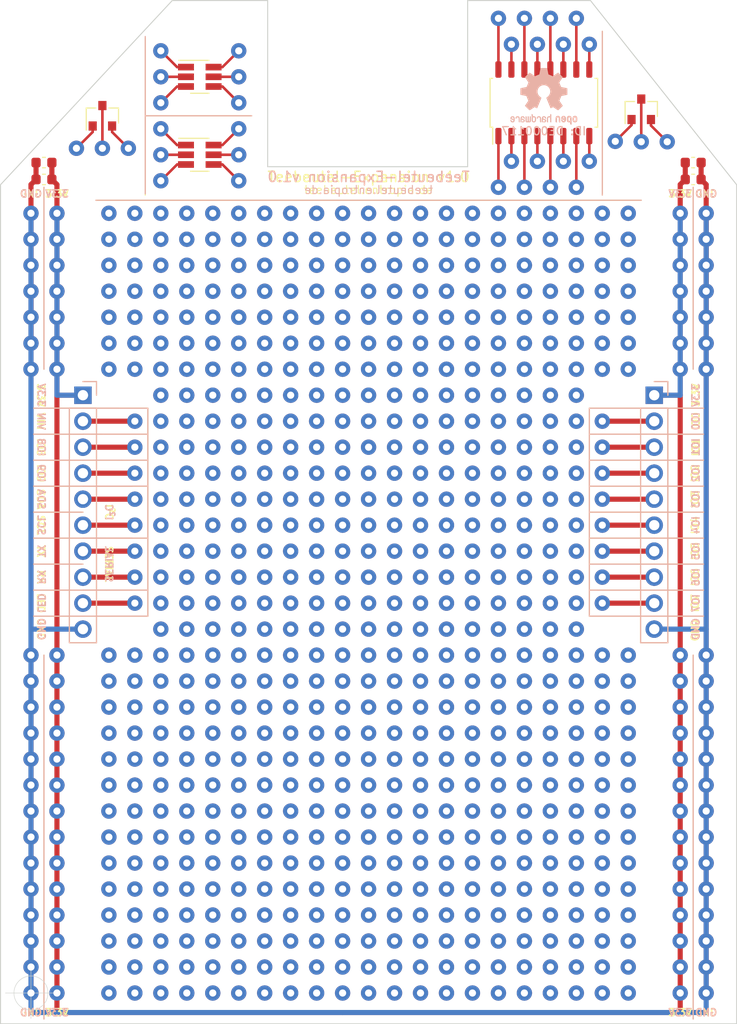
<source format=kicad_pcb>
(kicad_pcb (version 20211014) (generator pcbnew)
  (title_block (title "Teebeutel Expansion Stripboard") (date "2021-12-12") (rev "v1.0") (company "Entropia e.V.") (comment 1 "https://teebeutel.entropia.de") (comment 2 "License: CERN-OHL-S") (comment 3 "OSHW-ID: 000117"))
  (layers (0 "F.Cu" signal) (31 "B.Cu" signal) (34 "B.Paste" user) (35 "F.Paste" user) (36 "B.SilkS" user "B.Silkscreen") (37 "F.SilkS" user "F.Silkscreen") (38 "B.Mask" user) (39 "F.Mask" user) (44 "Edge.Cuts" user))
  (net 0 "")
  (net 1 "GND")
  (net 2 "LED")
  (net 3 "RxD")
  (net 4 "TxD")
  (net 5 "I2C-SCL")
  (net 6 "I2C-SDA")
  (net 7 "IO9")
  (net 8 "IO8")
  (net 9 "VIN")
  (net 10 "+3V3")
  (net 11 "IO7")
  (net 12 "IO6")
  (net 13 "IO5")
  (net 14 "IO4")
  (net 15 "IO3")
  (net 16 "IO2")
  (net 17 "IO1")
  (net 18 "IO0")
  (net 19 "Net-(J5-Pad5)")
  (net 20 "Net-(J5-Pad6)")
  (net 21 "Net-(J5-Pad4)")
  (net 22 "Net-(J5-Pad3)")
  (net 23 "Net-(J5-Pad2)")
  (net 24 "Net-(J5-Pad1)")
  (net 25 "Net-(J6-Pad5)")
  (net 26 "Net-(J6-Pad6)")
  (net 27 "Net-(J6-Pad4)")
  (net 28 "Net-(J6-Pad3)")
  (net 29 "Net-(J6-Pad2)")
  (net 30 "Net-(J6-Pad1)")
  (net 31 "Net-(J7-Pad1)")
  (net 32 "Net-(J7-Pad2)")
  (net 33 "Net-(J7-Pad3)")
  (net 34 "Net-(J8-Pad1)")
  (net 35 "Net-(J8-Pad2)")
  (net 36 "Net-(J8-Pad3)")
  (net 37 "Net-(J9-Pad16)")
  (net 38 "Net-(J9-Pad15)")
  (net 39 "Net-(J9-Pad14)")
  (net 40 "Net-(J9-Pad13)")
  (net 41 "Net-(J9-Pad12)")
  (net 42 "Net-(J9-Pad11)")
  (net 43 "Net-(J9-Pad10)")
  (net 44 "Net-(J9-Pad9)")
  (net 45 "Net-(J9-Pad8)")
  (net 46 "Net-(J9-Pad7)")
  (net 47 "Net-(J9-Pad6)")
  (net 48 "Net-(J9-Pad5)")
  (net 49 "Net-(J9-Pad4)")
  (net 50 "Net-(J9-Pad3)")
  (net 51 "Net-(J9-Pad2)")
  (net 52 "Net-(J9-Pad1)")
  (footprint "Connector_PinSocket_2.54mm:PinSocket_1x10_P2.54mm_Vertical" (layer "F.Cu") (at 107.2724 83.4008)
    (fp_text reference "J2" hide)
    (fp_text value "Conn_01x10_Female" hide)
  )
  (footprint "Connector_PinSocket_2.54mm:PinSocket_1x10_P2.54mm_Vertical" (layer "F.Cu") (at 163.1524 83.4008)
    (fp_text reference "J4" hide)
    (fp_text value "Conn_01x10_Female" hide)
  )
  (footprint "Teebeutel-Expansion:THTPad_D1.5mm_Drill0.7mm" (layer "F.Cu") (at 109.8124 65.6208)
    (fp_text reference "REF**" hide)
    (fp_text value "TestPoint_THTPad_D1.5mm_Drill0.7mm" hide)
  )
  (footprint "Teebeutel-Expansion:THTPad_D1.5mm_Drill0.7mm" (layer "F.Cu") (at 127.5924 65.6208)
    (fp_text reference "REF**" hide)
    (fp_text value "TestPoint_THTPad_D1.5mm_Drill0.7mm" hide)
  )
  (footprint "Teebeutel-Expansion:THTPad_D1.5mm_Drill0.7mm" (layer "F.Cu") (at 130.1324 65.6208)
    (fp_text reference "REF**" hide)
    (fp_text value "TestPoint_THTPad_D1.5mm_Drill0.7mm" hide)
  )
  (footprint "Teebeutel-Expansion:THTPad_D1.5mm_Drill0.7mm" (layer "F.Cu") (at 132.6724 65.6208)
    (fp_text reference "REF**" hide)
    (fp_text value "TestPoint_THTPad_D1.5mm_Drill0.7mm" hide)
  )
  (footprint "Teebeutel-Expansion:THTPad_D1.5mm_Drill0.7mm" (layer "F.Cu") (at 135.2124 65.6208)
    (fp_text reference "REF**" hide)
    (fp_text value "TestPoint_THTPad_D1.5mm_Drill0.7mm" hide)
  )
  (footprint "Teebeutel-Expansion:THTPad_D1.5mm_Drill0.7mm" (layer "F.Cu") (at 137.7524 65.6208)
    (fp_text reference "REF**" hide)
    (fp_text value "TestPoint_THTPad_D1.5mm_Drill0.7mm" hide)
  )
  (footprint "Teebeutel-Expansion:THTPad_D1.5mm_Drill0.7mm" (layer "F.Cu") (at 140.2924 65.6208)
    (fp_text reference "REF**" hide)
    (fp_text value "TestPoint_THTPad_D1.5mm_Drill0.7mm" hide)
  )
  (footprint "Teebeutel-Expansion:THTPad_D1.5mm_Drill0.7mm" (layer "F.Cu") (at 142.8324 65.6208)
    (fp_text reference "REF**" hide)
    (fp_text value "TestPoint_THTPad_D1.5mm_Drill0.7mm" hide)
  )
  (footprint "Teebeutel-Expansion:THTPad_D1.5mm_Drill0.7mm" (layer "F.Cu") (at 145.3724 65.6208)
    (fp_text reference "REF**" hide)
    (fp_text value "TestPoint_THTPad_D1.5mm_Drill0.7mm" hide)
  )
  (footprint "Teebeutel-Expansion:THTPad_D1.5mm_Drill0.7mm" (layer "F.Cu") (at 109.8124 68.1608)
    (fp_text reference "REF**" hide)
    (fp_text value "TestPoint_THTPad_D1.5mm_Drill0.7mm" hide)
  )
  (footprint "Teebeutel-Expansion:THTPad_D1.5mm_Drill0.7mm" (layer "F.Cu") (at 112.3524 68.1608)
    (fp_text reference "REF**" hide)
    (fp_text value "TestPoint_THTPad_D1.5mm_Drill0.7mm" hide)
  )
  (footprint "Teebeutel-Expansion:THTPad_D1.5mm_Drill0.7mm" (layer "F.Cu") (at 114.8924 68.1608)
    (fp_text reference "REF**" hide)
    (fp_text value "TestPoint_THTPad_D1.5mm_Drill0.7mm" hide)
  )
  (footprint "Teebeutel-Expansion:THTPad_D1.5mm_Drill0.7mm" (layer "F.Cu") (at 117.4324 68.1608)
    (fp_text reference "REF**" hide)
    (fp_text value "TestPoint_THTPad_D1.5mm_Drill0.7mm" hide)
  )
  (footprint "Teebeutel-Expansion:THTPad_D1.5mm_Drill0.7mm" (layer "F.Cu") (at 119.9724 68.1608)
    (fp_text reference "REF**" hide)
    (fp_text value "TestPoint_THTPad_D1.5mm_Drill0.7mm" hide)
  )
  (footprint "Teebeutel-Expansion:THTPad_D1.5mm_Drill0.7mm" (layer "F.Cu") (at 122.5124 68.1608)
    (fp_text reference "REF**" hide)
    (fp_text value "TestPoint_THTPad_D1.5mm_Drill0.7mm" hide)
  )
  (footprint "Teebeutel-Expansion:THTPad_D1.5mm_Drill0.7mm" (layer "F.Cu") (at 125.0524 68.1608)
    (fp_text reference "REF**" hide)
    (fp_text value "TestPoint_THTPad_D1.5mm_Drill0.7mm" hide)
  )
  (footprint "Teebeutel-Expansion:THTPad_D1.5mm_Drill0.7mm" (layer "F.Cu") (at 127.5924 68.1608)
    (fp_text reference "REF**" hide)
    (fp_text value "TestPoint_THTPad_D1.5mm_Drill0.7mm" hide)
  )
  (footprint "Teebeutel-Expansion:THTPad_D1.5mm_Drill0.7mm" (layer "F.Cu") (at 130.1324 68.1608)
    (fp_text reference "REF**" hide)
    (fp_text value "TestPoint_THTPad_D1.5mm_Drill0.7mm" hide)
  )
  (footprint "Teebeutel-Expansion:THTPad_D1.5mm_Drill0.7mm" (layer "F.Cu") (at 132.6724 68.1608)
    (fp_text reference "REF**" hide)
    (fp_text value "TestPoint_THTPad_D1.5mm_Drill0.7mm" hide)
  )
  (footprint "Teebeutel-Expansion:THTPad_D1.5mm_Drill0.7mm" (layer "F.Cu") (at 135.2124 68.1608)
    (fp_text reference "REF**" hide)
    (fp_text value "TestPoint_THTPad_D1.5mm_Drill0.7mm" hide)
  )
  (footprint "Teebeutel-Expansion:THTPad_D1.5mm_Drill0.7mm" (layer "F.Cu") (at 137.7524 68.1608)
    (fp_text reference "REF**" hide)
    (fp_text value "TestPoint_THTPad_D1.5mm_Drill0.7mm" hide)
  )
  (footprint "Teebeutel-Expansion:THTPad_D1.5mm_Drill0.7mm" (layer "F.Cu") (at 140.2924 68.1608)
    (fp_text reference "REF**" hide)
    (fp_text value "TestPoint_THTPad_D1.5mm_Drill0.7mm" hide)
  )
  (footprint "Teebeutel-Expansion:THTPad_D1.5mm_Drill0.7mm" (layer "F.Cu") (at 142.8324 68.1608)
    (fp_text reference "REF**" hide)
    (fp_text value "TestPoint_THTPad_D1.5mm_Drill0.7mm" hide)
  )
  (footprint "Teebeutel-Expansion:THTPad_D1.5mm_Drill0.7mm" (layer "F.Cu") (at 145.3724 68.1608)
    (fp_text reference "REF**" hide)
    (fp_text value "TestPoint_THTPad_D1.5mm_Drill0.7mm" hide)
  )
  (footprint "Teebeutel-Expansion:THTPad_D1.5mm_Drill0.7mm" (layer "F.Cu") (at 147.9124 68.1608)
    (fp_text reference "REF**" hide)
    (fp_text value "TestPoint_THTPad_D1.5mm_Drill0.7mm" hide)
  )
  (footprint "Teebeutel-Expansion:THTPad_D1.5mm_Drill0.7mm" (layer "F.Cu") (at 150.4524 68.1608)
    (fp_text reference "REF**" hide)
    (fp_text value "TestPoint_THTPad_D1.5mm_Drill0.7mm" hide)
  )
  (footprint "Teebeutel-Expansion:THTPad_D1.5mm_Drill0.7mm" (layer "F.Cu") (at 152.9924 68.1608)
    (fp_text reference "REF**" hide)
    (fp_text value "TestPoint_THTPad_D1.5mm_Drill0.7mm" hide)
  )
  (footprint "Teebeutel-Expansion:THTPad_D1.5mm_Drill0.7mm" (layer "F.Cu") (at 155.5324 68.1608)
    (fp_text reference "REF**" hide)
    (fp_text value "TestPoint_THTPad_D1.5mm_Drill0.7mm" hide)
  )
  (footprint "Teebeutel-Expansion:THTPad_D1.5mm_Drill0.7mm" (layer "F.Cu") (at 158.0724 68.1608)
    (fp_text reference "REF**" hide)
    (fp_text value "TestPoint_THTPad_D1.5mm_Drill0.7mm" hide)
  )
  (footprint "Teebeutel-Expansion:THTPad_D1.5mm_Drill0.7mm" (layer "F.Cu") (at 160.6124 68.1608)
    (fp_text reference "REF**" hide)
    (fp_text value "TestPoint_THTPad_D1.5mm_Drill0.7mm" hide)
  )
  (footprint "Teebeutel-Expansion:THTPad_D1.5mm_Drill0.7mm" (layer "F.Cu") (at 109.8124 70.7008)
    (fp_text reference "REF**" hide)
    (fp_text value "TestPoint_THTPad_D1.5mm_Drill0.7mm" hide)
  )
  (footprint "Teebeutel-Expansion:THTPad_D1.5mm_Drill0.7mm" (layer "F.Cu") (at 112.3524 70.7008)
    (fp_text reference "REF**" hide)
    (fp_text value "TestPoint_THTPad_D1.5mm_Drill0.7mm" hide)
  )
  (footprint "Teebeutel-Expansion:THTPad_D1.5mm_Drill0.7mm" (layer "F.Cu") (at 114.8924 70.7008)
    (fp_text reference "REF**" hide)
    (fp_text value "TestPoint_THTPad_D1.5mm_Drill0.7mm" hide)
  )
  (footprint "Teebeutel-Expansion:THTPad_D1.5mm_Drill0.7mm" (layer "F.Cu") (at 117.4324 70.7008)
    (fp_text reference "REF**" hide)
    (fp_text value "TestPoint_THTPad_D1.5mm_Drill0.7mm" hide)
  )
  (footprint "Teebeutel-Expansion:THTPad_D1.5mm_Drill0.7mm" (layer "F.Cu") (at 119.9724 70.7008)
    (fp_text reference "REF**" hide)
    (fp_text value "TestPoint_THTPad_D1.5mm_Drill0.7mm" hide)
  )
  (footprint "Teebeutel-Expansion:THTPad_D1.5mm_Drill0.7mm" (layer "F.Cu") (at 122.5124 70.7008)
    (fp_text reference "REF**" hide)
    (fp_text value "TestPoint_THTPad_D1.5mm_Drill0.7mm" hide)
  )
  (footprint "Teebeutel-Expansion:THTPad_D1.5mm_Drill0.7mm" (layer "F.Cu") (at 125.0524 70.7008)
    (fp_text reference "REF**" hide)
    (fp_text value "TestPoint_THTPad_D1.5mm_Drill0.7mm" hide)
  )
  (footprint "Teebeutel-Expansion:THTPad_D1.5mm_Drill0.7mm" (layer "F.Cu") (at 127.5924 70.7008)
    (fp_text reference "REF**" hide)
    (fp_text value "TestPoint_THTPad_D1.5mm_Drill0.7mm" hide)
  )
  (footprint "Teebeutel-Expansion:THTPad_D1.5mm_Drill0.7mm" (layer "F.Cu") (at 130.1324 70.7008)
    (fp_text reference "REF**" hide)
    (fp_text value "TestPoint_THTPad_D1.5mm_Drill0.7mm" hide)
  )
  (footprint "Teebeutel-Expansion:THTPad_D1.5mm_Drill0.7mm" (layer "F.Cu") (at 132.6724 70.7008)
    (fp_text reference "REF**" hide)
    (fp_text value "TestPoint_THTPad_D1.5mm_Drill0.7mm" hide)
  )
  (footprint "Teebeutel-Expansion:THTPad_D1.5mm_Drill0.7mm" (layer "F.Cu") (at 135.2124 70.7008)
    (fp_text reference "REF**" hide)
    (fp_text value "TestPoint_THTPad_D1.5mm_Drill0.7mm" hide)
  )
  (footprint "Teebeutel-Expansion:THTPad_D1.5mm_Drill0.7mm" (layer "F.Cu") (at 137.7524 70.7008)
    (fp_text reference "REF**" hide)
    (fp_text value "TestPoint_THTPad_D1.5mm_Drill0.7mm" hide)
  )
  (footprint "Teebeutel-Expansion:THTPad_D1.5mm_Drill0.7mm" (layer "F.Cu") (at 140.2924 70.7008)
    (fp_text reference "REF**" hide)
    (fp_text value "TestPoint_THTPad_D1.5mm_Drill0.7mm" hide)
  )
  (footprint "Teebeutel-Expansion:THTPad_D1.5mm_Drill0.7mm" (layer "F.Cu") (at 142.8324 70.7008)
    (fp_text reference "REF**" hide)
    (fp_text value "TestPoint_THTPad_D1.5mm_Drill0.7mm" hide)
  )
  (footprint "Teebeutel-Expansion:THTPad_D1.5mm_Drill0.7mm" (layer "F.Cu") (at 145.3724 70.7008)
    (fp_text reference "REF**" hide)
    (fp_text value "TestPoint_THTPad_D1.5mm_Drill0.7mm" hide)
  )
  (footprint "Teebeutel-Expansion:THTPad_D1.5mm_Drill0.7mm" (layer "F.Cu") (at 147.9124 70.7008)
    (fp_text reference "REF**" hide)
    (fp_text value "TestPoint_THTPad_D1.5mm_Drill0.7mm" hide)
  )
  (footprint "Teebeutel-Expansion:THTPad_D1.5mm_Drill0.7mm" (layer "F.Cu") (at 150.4524 70.7008)
    (fp_text reference "REF**" hide)
    (fp_text value "TestPoint_THTPad_D1.5mm_Drill0.7mm" hide)
  )
  (footprint "Teebeutel-Expansion:THTPad_D1.5mm_Drill0.7mm" (layer "F.Cu") (at 152.9924 70.7008)
    (fp_text reference "REF**" hide)
    (fp_text value "TestPoint_THTPad_D1.5mm_Drill0.7mm" hide)
  )
  (footprint "Teebeutel-Expansion:THTPad_D1.5mm_Drill0.7mm" (layer "F.Cu") (at 155.5324 70.7008)
    (fp_text reference "REF**" hide)
    (fp_text value "TestPoint_THTPad_D1.5mm_Drill0.7mm" hide)
  )
  (footprint "Teebeutel-Expansion:THTPad_D1.5mm_Drill0.7mm" (layer "F.Cu") (at 158.0724 70.7008)
    (fp_text reference "REF**" hide)
    (fp_text value "TestPoint_THTPad_D1.5mm_Drill0.7mm" hide)
  )
  (footprint "Teebeutel-Expansion:THTPad_D1.5mm_Drill0.7mm" (layer "F.Cu") (at 160.6124 70.7008)
    (fp_text reference "REF**" hide)
    (fp_text value "TestPoint_THTPad_D1.5mm_Drill0.7mm" hide)
  )
  (footprint "Teebeutel-Expansion:THTPad_D1.5mm_Drill0.7mm" (layer "F.Cu") (at 109.8124 73.2408)
    (fp_text reference "REF**" hide)
    (fp_text value "TestPoint_THTPad_D1.5mm_Drill0.7mm" hide)
  )
  (footprint "Teebeutel-Expansion:THTPad_D1.5mm_Drill0.7mm" (layer "F.Cu") (at 112.3524 73.2408)
    (fp_text reference "REF**" hide)
    (fp_text value "TestPoint_THTPad_D1.5mm_Drill0.7mm" hide)
  )
  (footprint "Teebeutel-Expansion:THTPad_D1.5mm_Drill0.7mm" (layer "F.Cu") (at 114.8924 73.2408)
    (fp_text reference "REF**" hide)
    (fp_text value "TestPoint_THTPad_D1.5mm_Drill0.7mm" hide)
  )
  (footprint "Teebeutel-Expansion:THTPad_D1.5mm_Drill0.7mm" (layer "F.Cu") (at 117.4324 73.2408)
    (fp_text reference "REF**" hide)
    (fp_text value "TestPoint_THTPad_D1.5mm_Drill0.7mm" hide)
  )
  (footprint "Teebeutel-Expansion:THTPad_D1.5mm_Drill0.7mm" (layer "F.Cu") (at 119.9724 73.2408)
    (fp_text reference "REF**" hide)
    (fp_text value "TestPoint_THTPad_D1.5mm_Drill0.7mm" hide)
  )
  (footprint "Teebeutel-Expansion:THTPad_D1.5mm_Drill0.7mm" (layer "F.Cu") (at 122.5124 73.2408)
    (fp_text reference "REF**" hide)
    (fp_text value "TestPoint_THTPad_D1.5mm_Drill0.7mm" hide)
  )
  (footprint "Teebeutel-Expansion:THTPad_D1.5mm_Drill0.7mm" (layer "F.Cu") (at 125.0524 73.2408)
    (fp_text reference "REF**" hide)
    (fp_text value "TestPoint_THTPad_D1.5mm_Drill0.7mm" hide)
  )
  (footprint "Teebeutel-Expansion:THTPad_D1.5mm_Drill0.7mm" (layer "F.Cu") (at 127.5924 73.2408)
    (fp_text reference "REF**" hide)
    (fp_text value "TestPoint_THTPad_D1.5mm_Drill0.7mm" hide)
  )
  (footprint "Teebeutel-Expansion:THTPad_D1.5mm_Drill0.7mm" (layer "F.Cu") (at 130.1324 73.2408)
    (fp_text reference "REF**" hide)
    (fp_text value "TestPoint_THTPad_D1.5mm_Drill0.7mm" hide)
  )
  (footprint "Teebeutel-Expansion:THTPad_D1.5mm_Drill0.7mm" (layer "F.Cu") (at 132.6724 73.2408)
    (fp_text reference "REF**" hide)
    (fp_text value "TestPoint_THTPad_D1.5mm_Drill0.7mm" hide)
  )
  (footprint "Teebeutel-Expansion:THTPad_D1.5mm_Drill0.7mm" (layer "F.Cu") (at 135.2124 73.2408)
    (fp_text reference "REF**" hide)
    (fp_text value "TestPoint_THTPad_D1.5mm_Drill0.7mm" hide)
  )
  (footprint "Teebeutel-Expansion:THTPad_D1.5mm_Drill0.7mm" (layer "F.Cu") (at 137.7524 73.2408)
    (fp_text reference "REF**" hide)
    (fp_text value "TestPoint_THTPad_D1.5mm_Drill0.7mm" hide)
  )
  (footprint "Teebeutel-Expansion:THTPad_D1.5mm_Drill0.7mm" (layer "F.Cu") (at 140.2924 73.2408)
    (fp_text reference "REF**" hide)
    (fp_text value "TestPoint_THTPad_D1.5mm_Drill0.7mm" hide)
  )
  (footprint "Teebeutel-Expansion:THTPad_D1.5mm_Drill0.7mm" (layer "F.Cu") (at 142.8324 73.2408)
    (fp_text reference "REF**" hide)
    (fp_text value "TestPoint_THTPad_D1.5mm_Drill0.7mm" hide)
  )
  (footprint "Teebeutel-Expansion:THTPad_D1.5mm_Drill0.7mm" (layer "F.Cu") (at 145.3724 73.2408)
    (fp_text reference "REF**" hide)
    (fp_text value "TestPoint_THTPad_D1.5mm_Drill0.7mm" hide)
  )
  (footprint "Teebeutel-Expansion:THTPad_D1.5mm_Drill0.7mm" (layer "F.Cu") (at 147.9124 73.2408)
    (fp_text reference "REF**" hide)
    (fp_text value "TestPoint_THTPad_D1.5mm_Drill0.7mm" hide)
  )
  (footprint "Teebeutel-Expansion:THTPad_D1.5mm_Drill0.7mm" (layer "F.Cu") (at 150.4524 73.2408)
    (fp_text reference "REF**" hide)
    (fp_text value "TestPoint_THTPad_D1.5mm_Drill0.7mm" hide)
  )
  (footprint "Teebeutel-Expansion:THTPad_D1.5mm_Drill0.7mm" (layer "F.Cu") (at 152.9924 73.2408)
    (fp_text reference "REF**" hide)
    (fp_text value "TestPoint_THTPad_D1.5mm_Drill0.7mm" hide)
  )
  (footprint "Teebeutel-Expansion:THTPad_D1.5mm_Drill0.7mm" (layer "F.Cu") (at 155.5324 73.2408)
    (fp_text reference "REF**" hide)
    (fp_text value "TestPoint_THTPad_D1.5mm_Drill0.7mm" hide)
  )
  (footprint "Teebeutel-Expansion:THTPad_D1.5mm_Drill0.7mm" (layer "F.Cu") (at 158.0724 73.2408)
    (fp_text reference "REF**" hide)
    (fp_text value "TestPoint_THTPad_D1.5mm_Drill0.7mm" hide)
  )
  (footprint "Teebeutel-Expansion:THTPad_D1.5mm_Drill0.7mm" (layer "F.Cu") (at 160.6124 73.2408)
    (fp_text reference "REF**" hide)
    (fp_text value "TestPoint_THTPad_D1.5mm_Drill0.7mm" hide)
  )
  (footprint "Teebeutel-Expansion:THTPad_D1.5mm_Drill0.7mm" (layer "F.Cu") (at 109.8124 75.7808)
    (fp_text reference "REF**" hide)
    (fp_text value "TestPoint_THTPad_D1.5mm_Drill0.7mm" hide)
  )
  (footprint "Teebeutel-Expansion:THTPad_D1.5mm_Drill0.7mm" (layer "F.Cu") (at 112.3524 75.7808)
    (fp_text reference "REF**" hide)
    (fp_text value "TestPoint_THTPad_D1.5mm_Drill0.7mm" hide)
  )
  (footprint "Teebeutel-Expansion:THTPad_D1.5mm_Drill0.7mm" (layer "F.Cu") (at 114.8924 75.7808)
    (fp_text reference "REF**" hide)
    (fp_text value "TestPoint_THTPad_D1.5mm_Drill0.7mm" hide)
  )
  (footprint "Teebeutel-Expansion:THTPad_D1.5mm_Drill0.7mm" (layer "F.Cu") (at 117.4324 75.7808)
    (fp_text reference "REF**" hide)
    (fp_text value "TestPoint_THTPad_D1.5mm_Drill0.7mm" hide)
  )
  (footprint "Teebeutel-Expansion:THTPad_D1.5mm_Drill0.7mm" (layer "F.Cu") (at 119.9724 75.7808)
    (fp_text reference "REF**" hide)
    (fp_text value "TestPoint_THTPad_D1.5mm_Drill0.7mm" hide)
  )
  (footprint "Teebeutel-Expansion:THTPad_D1.5mm_Drill0.7mm" (layer "F.Cu") (at 122.5124 75.7808)
    (fp_text reference "REF**" hide)
    (fp_text value "TestPoint_THTPad_D1.5mm_Drill0.7mm" hide)
  )
  (footprint "Teebeutel-Expansion:THTPad_D1.5mm_Drill0.7mm" (layer "F.Cu") (at 125.0524 75.7808)
    (fp_text reference "REF**" hide)
    (fp_text value "TestPoint_THTPad_D1.5mm_Drill0.7mm" hide)
  )
  (footprint "Teebeutel-Expansion:THTPad_D1.5mm_Drill0.7mm" (layer "F.Cu") (at 127.5924 75.7808)
    (fp_text reference "REF**" hide)
    (fp_text value "TestPoint_THTPad_D1.5mm_Drill0.7mm" hide)
  )
  (footprint "Teebeutel-Expansion:THTPad_D1.5mm_Drill0.7mm" (layer "F.Cu") (at 130.1324 75.7808)
    (fp_text reference "REF**" hide)
    (fp_text value "TestPoint_THTPad_D1.5mm_Drill0.7mm" hide)
  )
  (footprint "Teebeutel-Expansion:THTPad_D1.5mm_Drill0.7mm" (layer "F.Cu") (at 132.6724 75.7808)
    (fp_text reference "REF**" hide)
    (fp_text value "TestPoint_THTPad_D1.5mm_Drill0.7mm" hide)
  )
  (footprint "Teebeutel-Expansion:THTPad_D1.5mm_Drill0.7mm" (layer "F.Cu") (at 135.2124 75.7808)
    (fp_text reference "REF**" hide)
    (fp_text value "TestPoint_THTPad_D1.5mm_Drill0.7mm" hide)
  )
  (footprint "Teebeutel-Expansion:THTPad_D1.5mm_Drill0.7mm" (layer "F.Cu") (at 137.7524 75.7808)
    (fp_text reference "REF**" hide)
    (fp_text value "TestPoint_THTPad_D1.5mm_Drill0.7mm" hide)
  )
  (footprint "Teebeutel-Expansion:THTPad_D1.5mm_Drill0.7mm" (layer "F.Cu") (at 140.2924 75.7808)
    (fp_text reference "REF**" hide)
    (fp_text value "TestPoint_THTPad_D1.5mm_Drill0.7mm" hide)
  )
  (footprint "Teebeutel-Expansion:THTPad_D1.5mm_Drill0.7mm" (layer "F.Cu") (at 142.8324 75.7808)
    (fp_text reference "REF**" hide)
    (fp_text value "TestPoint_THTPad_D1.5mm_Drill0.7mm" hide)
  )
  (footprint "Teebeutel-Expansion:THTPad_D1.5mm_Drill0.7mm" (layer "F.Cu") (at 145.3724 75.7808)
    (fp_text reference "REF**" hide)
    (fp_text value "TestPoint_THTPad_D1.5mm_Drill0.7mm" hide)
  )
  (footprint "Teebeutel-Expansion:THTPad_D1.5mm_Drill0.7mm" (layer "F.Cu") (at 147.9124 75.7808)
    (fp_text reference "REF**" hide)
    (fp_text value "TestPoint_THTPad_D1.5mm_Drill0.7mm" hide)
  )
  (footprint "Teebeutel-Expansion:THTPad_D1.5mm_Drill0.7mm" (layer "F.Cu") (at 150.4524 75.7808)
    (fp_text reference "REF**" hide)
    (fp_text value "TestPoint_THTPad_D1.5mm_Drill0.7mm" hide)
  )
  (footprint "Teebeutel-Expansion:THTPad_D1.5mm_Drill0.7mm" (layer "F.Cu") (at 152.9924 75.7808)
    (fp_text reference "REF**" hide)
    (fp_text value "TestPoint_THTPad_D1.5mm_Drill0.7mm" hide)
  )
  (footprint "Teebeutel-Expansion:THTPad_D1.5mm_Drill0.7mm" (layer "F.Cu") (at 155.5324 75.7808)
    (fp_text reference "REF**" hide)
    (fp_text value "TestPoint_THTPad_D1.5mm_Drill0.7mm" hide)
  )
  (footprint "Teebeutel-Expansion:THTPad_D1.5mm_Drill0.7mm" (layer "F.Cu") (at 158.0724 75.7808)
    (fp_text reference "REF**" hide)
    (fp_text value "TestPoint_THTPad_D1.5mm_Drill0.7mm" hide)
  )
  (footprint "Teebeutel-Expansion:THTPad_D1.5mm_Drill0.7mm" (layer "F.Cu") (at 160.6124 75.7808)
    (fp_text reference "REF**" hide)
    (fp_text value "TestPoint_THTPad_D1.5mm_Drill0.7mm" hide)
  )
  (footprint "Teebeutel-Expansion:THTPad_D1.5mm_Drill0.7mm" (layer "F.Cu") (at 109.8124 78.3208)
    (fp_text reference "REF**" hide)
    (fp_text value "TestPoint_THTPad_D1.5mm_Drill0.7mm" hide)
  )
  (footprint "Teebeutel-Expansion:THTPad_D1.5mm_Drill0.7mm" (layer "F.Cu") (at 112.3524 78.3208)
    (fp_text reference "REF**" hide)
    (fp_text value "TestPoint_THTPad_D1.5mm_Drill0.7mm" hide)
  )
  (footprint "Teebeutel-Expansion:THTPad_D1.5mm_Drill0.7mm" (layer "F.Cu") (at 114.8924 78.3208)
    (fp_text reference "REF**" hide)
    (fp_text value "TestPoint_THTPad_D1.5mm_Drill0.7mm" hide)
  )
  (footprint "Teebeutel-Expansion:THTPad_D1.5mm_Drill0.7mm" (layer "F.Cu") (at 117.4324 78.3208)
    (fp_text reference "REF**" hide)
    (fp_text value "TestPoint_THTPad_D1.5mm_Drill0.7mm" hide)
  )
  (footprint "Teebeutel-Expansion:THTPad_D1.5mm_Drill0.7mm" (layer "F.Cu") (at 119.9724 78.3208)
    (fp_text reference "REF**" hide)
    (fp_text value "TestPoint_THTPad_D1.5mm_Drill0.7mm" hide)
  )
  (footprint "Teebeutel-Expansion:THTPad_D1.5mm_Drill0.7mm" (layer "F.Cu") (at 122.5124 78.3208)
    (fp_text reference "REF**" hide)
    (fp_text value "TestPoint_THTPad_D1.5mm_Drill0.7mm" hide)
  )
  (footprint "Teebeutel-Expansion:THTPad_D1.5mm_Drill0.7mm" (layer "F.Cu") (at 125.0524 78.3208)
    (fp_text reference "REF**" hide)
    (fp_text value "TestPoint_THTPad_D1.5mm_Drill0.7mm" hide)
  )
  (footprint "Teebeutel-Expansion:THTPad_D1.5mm_Drill0.7mm" (layer "F.Cu") (at 127.5924 78.3208)
    (fp_text reference "REF**" hide)
    (fp_text value "TestPoint_THTPad_D1.5mm_Drill0.7mm" hide)
  )
  (footprint "Teebeutel-Expansion:THTPad_D1.5mm_Drill0.7mm" (layer "F.Cu") (at 130.1324 78.3208)
    (fp_text reference "REF**" hide)
    (fp_text value "TestPoint_THTPad_D1.5mm_Drill0.7mm" hide)
  )
  (footprint "Teebeutel-Expansion:THTPad_D1.5mm_Drill0.7mm" (layer "F.Cu") (at 132.6724 78.3208)
    (fp_text reference "REF**" hide)
    (fp_text value "TestPoint_THTPad_D1.5mm_Drill0.7mm" hide)
  )
  (footprint "Teebeutel-Expansion:THTPad_D1.5mm_Drill0.7mm" (layer "F.Cu") (at 135.2124 78.3208)
    (fp_text reference "REF**" hide)
    (fp_text value "TestPoint_THTPad_D1.5mm_Drill0.7mm" hide)
  )
  (footprint "Teebeutel-Expansion:THTPad_D1.5mm_Drill0.7mm" (layer "F.Cu") (at 137.7524 78.3208)
    (fp_text reference "REF**" hide)
    (fp_text value "TestPoint_THTPad_D1.5mm_Drill0.7mm" hide)
  )
  (footprint "Teebeutel-Expansion:THTPad_D1.5mm_Drill0.7mm" (layer "F.Cu") (at 140.2924 78.3208)
    (fp_text reference "REF**" hide)
    (fp_text value "TestPoint_THTPad_D1.5mm_Drill0.7mm" hide)
  )
  (footprint "Teebeutel-Expansion:THTPad_D1.5mm_Drill0.7mm" (layer "F.Cu") (at 142.8324 78.3208)
    (fp_text reference "REF**" hide)
    (fp_text value "TestPoint_THTPad_D1.5mm_Drill0.7mm" hide)
  )
  (footprint "Teebeutel-Expansion:THTPad_D1.5mm_Drill0.7mm" (layer "F.Cu") (at 145.3724 78.3208)
    (fp_text reference "REF**" hide)
    (fp_text value "TestPoint_THTPad_D1.5mm_Drill0.7mm" hide)
  )
  (footprint "Teebeutel-Expansion:THTPad_D1.5mm_Drill0.7mm" (layer "F.Cu") (at 147.9124 78.3208)
    (fp_text reference "REF**" hide)
    (fp_text value "TestPoint_THTPad_D1.5mm_Drill0.7mm" hide)
  )
  (footprint "Teebeutel-Expansion:THTPad_D1.5mm_Drill0.7mm" (layer "F.Cu") (at 150.4524 78.3208)
    (fp_text reference "REF**" hide)
    (fp_text value "TestPoint_THTPad_D1.5mm_Drill0.7mm" hide)
  )
  (footprint "Teebeutel-Expansion:THTPad_D1.5mm_Drill0.7mm" (layer "F.Cu") (at 152.9924 78.3208)
    (fp_text reference "REF**" hide)
    (fp_text value "TestPoint_THTPad_D1.5mm_Drill0.7mm" hide)
  )
  (footprint "Teebeutel-Expansion:THTPad_D1.5mm_Drill0.7mm" (layer "F.Cu") (at 155.5324 78.3208)
    (fp_text reference "REF**" hide)
    (fp_text value "TestPoint_THTPad_D1.5mm_Drill0.7mm" hide)
  )
  (footprint "Teebeutel-Expansion:THTPad_D1.5mm_Drill0.7mm" (layer "F.Cu") (at 158.0724 78.3208)
    (fp_text reference "REF**" hide)
    (fp_text value "TestPoint_THTPad_D1.5mm_Drill0.7mm" hide)
  )
  (footprint "Teebeutel-Expansion:THTPad_D1.5mm_Drill0.7mm" (layer "F.Cu") (at 160.6124 78.3208)
    (fp_text reference "REF**" hide)
    (fp_text value "TestPoint_THTPad_D1.5mm_Drill0.7mm" hide)
  )
  (footprint "Teebeutel-Expansion:THTPad_D1.5mm_Drill0.7mm" (layer "F.Cu") (at 114.8924 80.8608)
    (fp_text reference "REF**" hide)
    (fp_text value "TestPoint_THTPad_D1.5mm_Drill0.7mm" hide)
  )
  (footprint "Teebeutel-Expansion:THTPad_D1.5mm_Drill0.7mm" (layer "F.Cu") (at 117.4324 80.8608)
    (fp_text reference "REF**" hide)
    (fp_text value "TestPoint_THTPad_D1.5mm_Drill0.7mm" hide)
  )
  (footprint "Teebeutel-Expansion:THTPad_D1.5mm_Drill0.7mm" (layer "F.Cu") (at 119.9724 80.8608)
    (fp_text reference "REF**" hide)
    (fp_text value "TestPoint_THTPad_D1.5mm_Drill0.7mm" hide)
  )
  (footprint "Teebeutel-Expansion:THTPad_D1.5mm_Drill0.7mm" (layer "F.Cu") (at 122.5124 80.8608)
    (fp_text reference "REF**" hide)
    (fp_text value "TestPoint_THTPad_D1.5mm_Drill0.7mm" hide)
  )
  (footprint "Teebeutel-Expansion:THTPad_D1.5mm_Drill0.7mm" (layer "F.Cu") (at 125.0524 80.8608)
    (fp_text reference "REF**" hide)
    (fp_text value "TestPoint_THTPad_D1.5mm_Drill0.7mm" hide)
  )
  (footprint "Teebeutel-Expansion:THTPad_D1.5mm_Drill0.7mm" (layer "F.Cu") (at 127.5924 80.8608)
    (fp_text reference "REF**" hide)
    (fp_text value "TestPoint_THTPad_D1.5mm_Drill0.7mm" hide)
  )
  (footprint "Teebeutel-Expansion:THTPad_D1.5mm_Drill0.7mm" (layer "F.Cu") (at 130.1324 80.8608)
    (fp_text reference "REF**" hide)
    (fp_text value "TestPoint_THTPad_D1.5mm_Drill0.7mm" hide)
  )
  (footprint "Teebeutel-Expansion:THTPad_D1.5mm_Drill0.7mm" (layer "F.Cu") (at 132.6724 80.8608)
    (fp_text reference "REF**" hide)
    (fp_text value "TestPoint_THTPad_D1.5mm_Drill0.7mm" hide)
  )
  (footprint "Teebeutel-Expansion:THTPad_D1.5mm_Drill0.7mm" (layer "F.Cu") (at 135.2124 80.8608)
    (fp_text reference "REF**" hide)
    (fp_text value "TestPoint_THTPad_D1.5mm_Drill0.7mm" hide)
  )
  (footprint "Teebeutel-Expansion:THTPad_D1.5mm_Drill0.7mm" (layer "F.Cu") (at 137.7524 80.8608)
    (fp_text reference "REF**" hide)
    (fp_text value "TestPoint_THTPad_D1.5mm_Drill0.7mm" hide)
  )
  (footprint "Teebeutel-Expansion:THTPad_D1.5mm_Drill0.7mm" (layer "F.Cu") (at 140.2924 80.8608)
    (fp_text reference "REF**" hide)
    (fp_text value "TestPoint_THTPad_D1.5mm_Drill0.7mm" hide)
  )
  (footprint "Teebeutel-Expansion:THTPad_D1.5mm_Drill0.7mm" (layer "F.Cu") (at 142.8324 80.8608)
    (fp_text reference "REF**" hide)
    (fp_text value "TestPoint_THTPad_D1.5mm_Drill0.7mm" hide)
  )
  (footprint "Teebeutel-Expansion:THTPad_D1.5mm_Drill0.7mm" (layer "F.Cu") (at 145.3724 80.8608)
    (fp_text reference "REF**" hide)
    (fp_text value "TestPoint_THTPad_D1.5mm_Drill0.7mm" hide)
  )
  (footprint "Teebeutel-Expansion:THTPad_D1.5mm_Drill0.7mm" (layer "F.Cu") (at 147.9124 80.8608)
    (fp_text reference "REF**" hide)
    (fp_text value "TestPoint_THTPad_D1.5mm_Drill0.7mm" hide)
  )
  (footprint "Teebeutel-Expansion:THTPad_D1.5mm_Drill0.7mm" (layer "F.Cu") (at 150.4524 80.8608)
    (fp_text reference "REF**" hide)
    (fp_text value "TestPoint_THTPad_D1.5mm_Drill0.7mm" hide)
  )
  (footprint "Teebeutel-Expansion:THTPad_D1.5mm_Drill0.7mm" (layer "F.Cu") (at 152.9924 80.8608)
    (fp_text reference "REF**" hide)
    (fp_text value "TestPoint_THTPad_D1.5mm_Drill0.7mm" hide)
  )
  (footprint "Teebeutel-Expansion:THTPad_D1.5mm_Drill0.7mm" (layer "F.Cu") (at 155.5324 80.8608)
    (fp_text reference "REF**" hide)
    (fp_text value "TestPoint_THTPad_D1.5mm_Drill0.7mm" hide)
  )
  (footprint "Teebeutel-Expansion:THTPad_D1.5mm_Drill0.7mm" (layer "F.Cu") (at 114.8924 83.4008)
    (fp_text reference "REF**" hide)
    (fp_text value "TestPoint_THTPad_D1.5mm_Drill0.7mm" hide)
  )
  (footprint "Teebeutel-Expansion:THTPad_D1.5mm_Drill0.7mm" (layer "F.Cu") (at 117.4324 83.4008)
    (fp_text reference "REF**" hide)
    (fp_text value "TestPoint_THTPad_D1.5mm_Drill0.7mm" hide)
  )
  (footprint "Teebeutel-Expansion:THTPad_D1.5mm_Drill0.7mm" (layer "F.Cu") (at 119.9724 83.4008)
    (fp_text reference "REF**" hide)
    (fp_text value "TestPoint_THTPad_D1.5mm_Drill0.7mm" hide)
  )
  (footprint "Teebeutel-Expansion:THTPad_D1.5mm_Drill0.7mm" (layer "F.Cu") (at 122.5124 83.4008)
    (fp_text reference "REF**" hide)
    (fp_text value "TestPoint_THTPad_D1.5mm_Drill0.7mm" hide)
  )
  (footprint "Teebeutel-Expansion:THTPad_D1.5mm_Drill0.7mm" (layer "F.Cu") (at 125.0524 83.4008)
    (fp_text reference "REF**" hide)
    (fp_text value "TestPoint_THTPad_D1.5mm_Drill0.7mm" hide)
  )
  (footprint "Teebeutel-Expansion:THTPad_D1.5mm_Drill0.7mm" (layer "F.Cu") (at 127.5924 83.4008)
    (fp_text reference "REF**" hide)
    (fp_text value "TestPoint_THTPad_D1.5mm_Drill0.7mm" hide)
  )
  (footprint "Teebeutel-Expansion:THTPad_D1.5mm_Drill0.7mm" (layer "F.Cu") (at 130.1324 83.4008)
    (fp_text reference "REF**" hide)
    (fp_text value "TestPoint_THTPad_D1.5mm_Drill0.7mm" hide)
  )
  (footprint "Teebeutel-Expansion:THTPad_D1.5mm_Drill0.7mm" (layer "F.Cu") (at 132.6724 83.4008)
    (fp_text reference "REF**" hide)
    (fp_text value "TestPoint_THTPad_D1.5mm_Drill0.7mm" hide)
  )
  (footprint "Teebeutel-Expansion:THTPad_D1.5mm_Drill0.7mm" (layer "F.Cu") (at 135.2124 83.4008)
    (fp_text reference "REF**" hide)
    (fp_text value "TestPoint_THTPad_D1.5mm_Drill0.7mm" hide)
  )
  (footprint "Teebeutel-Expansion:THTPad_D1.5mm_Drill0.7mm" (layer "F.Cu") (at 137.7524 83.4008)
    (fp_text reference "REF**" hide)
    (fp_text value "TestPoint_THTPad_D1.5mm_Drill0.7mm" hide)
  )
  (footprint "Teebeutel-Expansion:THTPad_D1.5mm_Drill0.7mm" (layer "F.Cu") (at 140.2924 83.4008)
    (fp_text reference "REF**" hide)
    (fp_text value "TestPoint_THTPad_D1.5mm_Drill0.7mm" hide)
  )
  (footprint "Teebeutel-Expansion:THTPad_D1.5mm_Drill0.7mm" (layer "F.Cu") (at 142.8324 83.4008)
    (fp_text reference "REF**" hide)
    (fp_text value "TestPoint_THTPad_D1.5mm_Drill0.7mm" hide)
  )
  (footprint "Teebeutel-Expansion:THTPad_D1.5mm_Drill0.7mm" (layer "F.Cu") (at 145.3724 83.4008)
    (fp_text reference "REF**" hide)
    (fp_text value "TestPoint_THTPad_D1.5mm_Drill0.7mm" hide)
  )
  (footprint "Teebeutel-Expansion:THTPad_D1.5mm_Drill0.7mm" (layer "F.Cu") (at 147.9124 83.4008)
    (fp_text reference "REF**" hide)
    (fp_text value "TestPoint_THTPad_D1.5mm_Drill0.7mm" hide)
  )
  (footprint "Teebeutel-Expansion:THTPad_D1.5mm_Drill0.7mm" (layer "F.Cu") (at 150.4524 83.4008)
    (fp_text reference "REF**" hide)
    (fp_text value "TestPoint_THTPad_D1.5mm_Drill0.7mm" hide)
  )
  (footprint "Teebeutel-Expansion:THTPad_D1.5mm_Drill0.7mm" (layer "F.Cu") (at 152.9924 83.4008)
    (fp_text reference "REF**" hide)
    (fp_text value "TestPoint_THTPad_D1.5mm_Drill0.7mm" hide)
  )
  (footprint "Teebeutel-Expansion:THTPad_D1.5mm_Drill0.7mm" (layer "F.Cu") (at 155.5324 83.4008)
    (fp_text reference "REF**" hide)
    (fp_text value "TestPoint_THTPad_D1.5mm_Drill0.7mm" hide)
  )
  (footprint "Teebeutel-Expansion:THTPad_D1.5mm_Drill0.7mm" (layer "F.Cu") (at 114.8924 85.9408)
    (fp_text reference "REF**" hide)
    (fp_text value "TestPoint_THTPad_D1.5mm_Drill0.7mm" hide)
  )
  (footprint "Teebeutel-Expansion:THTPad_D1.5mm_Drill0.7mm" (layer "F.Cu") (at 117.4324 85.9408)
    (fp_text reference "REF**" hide)
    (fp_text value "TestPoint_THTPad_D1.5mm_Drill0.7mm" hide)
  )
  (footprint "Teebeutel-Expansion:THTPad_D1.5mm_Drill0.7mm" (layer "F.Cu") (at 119.9724 85.9408)
    (fp_text reference "REF**" hide)
    (fp_text value "TestPoint_THTPad_D1.5mm_Drill0.7mm" hide)
  )
  (footprint "Teebeutel-Expansion:THTPad_D1.5mm_Drill0.7mm" (layer "F.Cu") (at 122.5124 85.9408)
    (fp_text reference "REF**" hide)
    (fp_text value "TestPoint_THTPad_D1.5mm_Drill0.7mm" hide)
  )
  (footprint "Teebeutel-Expansion:THTPad_D1.5mm_Drill0.7mm" (layer "F.Cu") (at 125.0524 85.9408)
    (fp_text reference "REF**" hide)
    (fp_text value "TestPoint_THTPad_D1.5mm_Drill0.7mm" hide)
  )
  (footprint "Teebeutel-Expansion:THTPad_D1.5mm_Drill0.7mm" (layer "F.Cu") (at 127.5924 85.9408)
    (fp_text reference "REF**" hide)
    (fp_text value "TestPoint_THTPad_D1.5mm_Drill0.7mm" hide)
  )
  (footprint "Teebeutel-Expansion:THTPad_D1.5mm_Drill0.7mm" (layer "F.Cu") (at 130.1324 85.9408)
    (fp_text reference "REF**" hide)
    (fp_text value "TestPoint_THTPad_D1.5mm_Drill0.7mm" hide)
  )
  (footprint "Teebeutel-Expansion:THTPad_D1.5mm_Drill0.7mm" (layer "F.Cu") (at 132.6724 85.9408)
    (fp_text reference "REF**" hide)
    (fp_text value "TestPoint_THTPad_D1.5mm_Drill0.7mm" hide)
  )
  (footprint "Teebeutel-Expansion:THTPad_D1.5mm_Drill0.7mm" (layer "F.Cu") (at 135.2124 85.9408)
    (fp_text reference "REF**" hide)
    (fp_text value "TestPoint_THTPad_D1.5mm_Drill0.7mm" hide)
  )
  (footprint "Teebeutel-Expansion:THTPad_D1.5mm_Drill0.7mm" (layer "F.Cu") (at 137.7524 85.9408)
    (fp_text reference "REF**" hide)
    (fp_text value "TestPoint_THTPad_D1.5mm_Drill0.7mm" hide)
  )
  (footprint "Teebeutel-Expansion:THTPad_D1.5mm_Drill0.7mm" (layer "F.Cu") (at 140.2924 85.9408)
    (fp_text reference "REF**" hide)
    (fp_text value "TestPoint_THTPad_D1.5mm_Drill0.7mm" hide)
  )
  (footprint "Teebeutel-Expansion:THTPad_D1.5mm_Drill0.7mm" (layer "F.Cu") (at 142.8324 85.9408)
    (fp_text reference "REF**" hide)
    (fp_text value "TestPoint_THTPad_D1.5mm_Drill0.7mm" hide)
  )
  (footprint "Teebeutel-Expansion:THTPad_D1.5mm_Drill0.7mm" (layer "F.Cu") (at 145.3724 85.9408)
    (fp_text reference "REF**" hide)
    (fp_text value "TestPoint_THTPad_D1.5mm_Drill0.7mm" hide)
  )
  (footprint "Teebeutel-Expansion:THTPad_D1.5mm_Drill0.7mm" (layer "F.Cu") (at 147.9124 85.9408)
    (fp_text reference "REF**" hide)
    (fp_text value "TestPoint_THTPad_D1.5mm_Drill0.7mm" hide)
  )
  (footprint "Teebeutel-Expansion:THTPad_D1.5mm_Drill0.7mm" (layer "F.Cu") (at 150.4524 85.9408)
    (fp_text reference "REF**" hide)
    (fp_text value "TestPoint_THTPad_D1.5mm_Drill0.7mm" hide)
  )
  (footprint "Teebeutel-Expansion:THTPad_D1.5mm_Drill0.7mm" (layer "F.Cu") (at 152.9924 85.9408)
    (fp_text reference "REF**" hide)
    (fp_text value "TestPoint_THTPad_D1.5mm_Drill0.7mm" hide)
  )
  (footprint "Teebeutel-Expansion:THTPad_D1.5mm_Drill0.7mm" (layer "F.Cu") (at 155.5324 85.9408)
    (fp_text reference "REF**" hide)
    (fp_text value "TestPoint_THTPad_D1.5mm_Drill0.7mm" hide)
  )
  (footprint "Teebeutel-Expansion:THTPad_D1.5mm_Drill0.7mm" (layer "F.Cu") (at 114.8924 88.4808)
    (fp_text reference "REF**" hide)
    (fp_text value "TestPoint_THTPad_D1.5mm_Drill0.7mm" hide)
  )
  (footprint "Teebeutel-Expansion:THTPad_D1.5mm_Drill0.7mm" (layer "F.Cu") (at 117.4324 88.4808)
    (fp_text reference "REF**" hide)
    (fp_text value "TestPoint_THTPad_D1.5mm_Drill0.7mm" hide)
  )
  (footprint "Teebeutel-Expansion:THTPad_D1.5mm_Drill0.7mm" (layer "F.Cu") (at 119.9724 88.4808)
    (fp_text reference "REF**" hide)
    (fp_text value "TestPoint_THTPad_D1.5mm_Drill0.7mm" hide)
  )
  (footprint "Teebeutel-Expansion:THTPad_D1.5mm_Drill0.7mm" (layer "F.Cu") (at 122.5124 88.4808)
    (fp_text reference "REF**" hide)
    (fp_text value "TestPoint_THTPad_D1.5mm_Drill0.7mm" hide)
  )
  (footprint "Teebeutel-Expansion:THTPad_D1.5mm_Drill0.7mm" (layer "F.Cu") (at 125.0524 88.4808)
    (fp_text reference "REF**" hide)
    (fp_text value "TestPoint_THTPad_D1.5mm_Drill0.7mm" hide)
  )
  (footprint "Teebeutel-Expansion:THTPad_D1.5mm_Drill0.7mm" (layer "F.Cu") (at 127.5924 88.4808)
    (fp_text reference "REF**" hide)
    (fp_text value "TestPoint_THTPad_D1.5mm_Drill0.7mm" hide)
  )
  (footprint "Teebeutel-Expansion:THTPad_D1.5mm_Drill0.7mm" (layer "F.Cu") (at 130.1324 88.4808)
    (fp_text reference "REF**" hide)
    (fp_text value "TestPoint_THTPad_D1.5mm_Drill0.7mm" hide)
  )
  (footprint "Teebeutel-Expansion:THTPad_D1.5mm_Drill0.7mm" (layer "F.Cu") (at 132.6724 88.4808)
    (fp_text reference "REF**" hide)
    (fp_text value "TestPoint_THTPad_D1.5mm_Drill0.7mm" hide)
  )
  (footprint "Teebeutel-Expansion:THTPad_D1.5mm_Drill0.7mm" (layer "F.Cu") (at 135.2124 88.4808)
    (fp_text reference "REF**" hide)
    (fp_text value "TestPoint_THTPad_D1.5mm_Drill0.7mm" hide)
  )
  (footprint "Teebeutel-Expansion:THTPad_D1.5mm_Drill0.7mm" (layer "F.Cu") (at 137.7524 88.4808)
    (fp_text reference "REF**" hide)
    (fp_text value "TestPoint_THTPad_D1.5mm_Drill0.7mm" hide)
  )
  (footprint "Teebeutel-Expansion:THTPad_D1.5mm_Drill0.7mm" (layer "F.Cu") (at 140.2924 88.4808)
    (fp_text reference "REF**" hide)
    (fp_text value "TestPoint_THTPad_D1.5mm_Drill0.7mm" hide)
  )
  (footprint "Teebeutel-Expansion:THTPad_D1.5mm_Drill0.7mm" (layer "F.Cu") (at 142.8324 88.4808)
    (fp_text reference "REF**" hide)
    (fp_text value "TestPoint_THTPad_D1.5mm_Drill0.7mm" hide)
  )
  (footprint "Teebeutel-Expansion:THTPad_D1.5mm_Drill0.7mm" (layer "F.Cu") (at 145.3724 88.4808)
    (fp_text reference "REF**" hide)
    (fp_text value "TestPoint_THTPad_D1.5mm_Drill0.7mm" hide)
  )
  (footprint "Teebeutel-Expansion:THTPad_D1.5mm_Drill0.7mm" (layer "F.Cu") (at 147.9124 88.4808)
    (fp_text reference "REF**" hide)
    (fp_text value "TestPoint_THTPad_D1.5mm_Drill0.7mm" hide)
  )
  (footprint "Teebeutel-Expansion:THTPad_D1.5mm_Drill0.7mm" (layer "F.Cu") (at 150.4524 88.4808)
    (fp_text reference "REF**" hide)
    (fp_text value "TestPoint_THTPad_D1.5mm_Drill0.7mm" hide)
  )
  (footprint "Teebeutel-Expansion:THTPad_D1.5mm_Drill0.7mm" (layer "F.Cu") (at 152.9924 88.4808)
    (fp_text reference "REF**" hide)
    (fp_text value "TestPoint_THTPad_D1.5mm_Drill0.7mm" hide)
  )
  (footprint "Teebeutel-Expansion:THTPad_D1.5mm_Drill0.7mm" (layer "F.Cu") (at 155.5324 88.4808)
    (fp_text reference "REF**" hide)
    (fp_text value "TestPoint_THTPad_D1.5mm_Drill0.7mm" hide)
  )
  (footprint "Teebeutel-Expansion:THTPad_D1.5mm_Drill0.7mm" (layer "F.Cu") (at 114.8924 91.0208)
    (fp_text reference "REF**" hide)
    (fp_text value "TestPoint_THTPad_D1.5mm_Drill0.7mm" hide)
  )
  (footprint "Teebeutel-Expansion:THTPad_D1.5mm_Drill0.7mm" (layer "F.Cu") (at 117.4324 91.0208)
    (fp_text reference "REF**" hide)
    (fp_text value "TestPoint_THTPad_D1.5mm_Drill0.7mm" hide)
  )
  (footprint "Teebeutel-Expansion:THTPad_D1.5mm_Drill0.7mm" (layer "F.Cu") (at 119.9724 91.0208)
    (fp_text reference "REF**" hide)
    (fp_text value "TestPoint_THTPad_D1.5mm_Drill0.7mm" hide)
  )
  (footprint "Teebeutel-Expansion:THTPad_D1.5mm_Drill0.7mm" (layer "F.Cu") (at 122.5124 91.0208)
    (fp_text reference "REF**" hide)
    (fp_text value "TestPoint_THTPad_D1.5mm_Drill0.7mm" hide)
  )
  (footprint "Teebeutel-Expansion:THTPad_D1.5mm_Drill0.7mm" (layer "F.Cu") (at 125.0524 91.0208)
    (fp_text reference "REF**" hide)
    (fp_text value "TestPoint_THTPad_D1.5mm_Drill0.7mm" hide)
  )
  (footprint "Teebeutel-Expansion:THTPad_D1.5mm_Drill0.7mm" (layer "F.Cu") (at 127.5924 91.0208)
    (fp_text reference "REF**" hide)
    (fp_text value "TestPoint_THTPad_D1.5mm_Drill0.7mm" hide)
  )
  (footprint "Teebeutel-Expansion:THTPad_D1.5mm_Drill0.7mm" (layer "F.Cu") (at 130.1324 91.0208)
    (fp_text reference "REF**" hide)
    (fp_text value "TestPoint_THTPad_D1.5mm_Drill0.7mm" hide)
  )
  (footprint "Teebeutel-Expansion:THTPad_D1.5mm_Drill0.7mm" (layer "F.Cu") (at 132.6724 91.0208)
    (fp_text reference "REF**" hide)
    (fp_text value "TestPoint_THTPad_D1.5mm_Drill0.7mm" hide)
  )
  (footprint "Teebeutel-Expansion:THTPad_D1.5mm_Drill0.7mm" (layer "F.Cu") (at 135.2124 91.0208)
    (fp_text reference "REF**" hide)
    (fp_text value "TestPoint_THTPad_D1.5mm_Drill0.7mm" hide)
  )
  (footprint "Teebeutel-Expansion:THTPad_D1.5mm_Drill0.7mm" (layer "F.Cu") (at 137.7524 91.0208)
    (fp_text reference "REF**" hide)
    (fp_text value "TestPoint_THTPad_D1.5mm_Drill0.7mm" hide)
  )
  (footprint "Teebeutel-Expansion:THTPad_D1.5mm_Drill0.7mm" (layer "F.Cu") (at 140.2924 91.0208)
    (fp_text reference "REF**" hide)
    (fp_text value "TestPoint_THTPad_D1.5mm_Drill0.7mm" hide)
  )
  (footprint "Teebeutel-Expansion:THTPad_D1.5mm_Drill0.7mm" (layer "F.Cu") (at 142.8324 91.0208)
    (fp_text reference "REF**" hide)
    (fp_text value "TestPoint_THTPad_D1.5mm_Drill0.7mm" hide)
  )
  (footprint "Teebeutel-Expansion:THTPad_D1.5mm_Drill0.7mm" (layer "F.Cu") (at 145.3724 91.0208)
    (fp_text reference "REF**" hide)
    (fp_text value "TestPoint_THTPad_D1.5mm_Drill0.7mm" hide)
  )
  (footprint "Teebeutel-Expansion:THTPad_D1.5mm_Drill0.7mm" (layer "F.Cu") (at 147.9124 91.0208)
    (fp_text reference "REF**" hide)
    (fp_text value "TestPoint_THTPad_D1.5mm_Drill0.7mm" hide)
  )
  (footprint "Teebeutel-Expansion:THTPad_D1.5mm_Drill0.7mm" (layer "F.Cu") (at 150.4524 91.0208)
    (fp_text reference "REF**" hide)
    (fp_text value "TestPoint_THTPad_D1.5mm_Drill0.7mm" hide)
  )
  (footprint "Teebeutel-Expansion:THTPad_D1.5mm_Drill0.7mm" (layer "F.Cu") (at 152.9924 91.0208)
    (fp_text reference "REF**" hide)
    (fp_text value "TestPoint_THTPad_D1.5mm_Drill0.7mm" hide)
  )
  (footprint "Teebeutel-Expansion:THTPad_D1.5mm_Drill0.7mm" (layer "F.Cu") (at 155.5324 91.0208)
    (fp_text reference "REF**" hide)
    (fp_text value "TestPoint_THTPad_D1.5mm_Drill0.7mm" hide)
  )
  (footprint "Teebeutel-Expansion:THTPad_D1.5mm_Drill0.7mm" (layer "F.Cu") (at 114.8924 93.5608)
    (fp_text reference "REF**" hide)
    (fp_text value "TestPoint_THTPad_D1.5mm_Drill0.7mm" hide)
  )
  (footprint "Teebeutel-Expansion:THTPad_D1.5mm_Drill0.7mm" (layer "F.Cu") (at 117.4324 93.5608)
    (fp_text reference "REF**" hide)
    (fp_text value "TestPoint_THTPad_D1.5mm_Drill0.7mm" hide)
  )
  (footprint "Teebeutel-Expansion:THTPad_D1.5mm_Drill0.7mm" (layer "F.Cu") (at 119.9724 93.5608)
    (fp_text reference "REF**" hide)
    (fp_text value "TestPoint_THTPad_D1.5mm_Drill0.7mm" hide)
  )
  (footprint "Teebeutel-Expansion:THTPad_D1.5mm_Drill0.7mm" (layer "F.Cu") (at 122.5124 93.5608)
    (fp_text reference "REF**" hide)
    (fp_text value "TestPoint_THTPad_D1.5mm_Drill0.7mm" hide)
  )
  (footprint "Teebeutel-Expansion:THTPad_D1.5mm_Drill0.7mm" (layer "F.Cu") (at 125.0524 93.5608)
    (fp_text reference "REF**" hide)
    (fp_text value "TestPoint_THTPad_D1.5mm_Drill0.7mm" hide)
  )
  (footprint "Teebeutel-Expansion:THTPad_D1.5mm_Drill0.7mm" (layer "F.Cu") (at 127.5924 93.5608)
    (fp_text reference "REF**" hide)
    (fp_text value "TestPoint_THTPad_D1.5mm_Drill0.7mm" hide)
  )
  (footprint "Teebeutel-Expansion:THTPad_D1.5mm_Drill0.7mm" (layer "F.Cu") (at 130.1324 93.5608)
    (fp_text reference "REF**" hide)
    (fp_text value "TestPoint_THTPad_D1.5mm_Drill0.7mm" hide)
  )
  (footprint "Teebeutel-Expansion:THTPad_D1.5mm_Drill0.7mm" (layer "F.Cu") (at 132.6724 93.5608)
    (fp_text reference "REF**" hide)
    (fp_text value "TestPoint_THTPad_D1.5mm_Drill0.7mm" hide)
  )
  (footprint "Teebeutel-Expansion:THTPad_D1.5mm_Drill0.7mm" (layer "F.Cu") (at 135.2124 93.5608)
    (fp_text reference "REF**" hide)
    (fp_text value "TestPoint_THTPad_D1.5mm_Drill0.7mm" hide)
  )
  (footprint "Teebeutel-Expansion:THTPad_D1.5mm_Drill0.7mm" (layer "F.Cu") (at 137.7524 93.5608)
    (fp_text reference "REF**" hide)
    (fp_text value "TestPoint_THTPad_D1.5mm_Drill0.7mm" hide)
  )
  (footprint "Teebeutel-Expansion:THTPad_D1.5mm_Drill0.7mm" (layer "F.Cu") (at 140.2924 93.5608)
    (fp_text reference "REF**" hide)
    (fp_text value "TestPoint_THTPad_D1.5mm_Drill0.7mm" hide)
  )
  (footprint "Teebeutel-Expansion:THTPad_D1.5mm_Drill0.7mm" (layer "F.Cu") (at 142.8324 93.5608)
    (fp_text reference "REF**" hide)
    (fp_text value "TestPoint_THTPad_D1.5mm_Drill0.7mm" hide)
  )
  (footprint "Teebeutel-Expansion:THTPad_D1.5mm_Drill0.7mm" (layer "F.Cu") (at 145.3724 93.5608)
    (fp_text reference "REF**" hide)
    (fp_text value "TestPoint_THTPad_D1.5mm_Drill0.7mm" hide)
  )
  (footprint "Teebeutel-Expansion:THTPad_D1.5mm_Drill0.7mm" (layer "F.Cu") (at 147.9124 93.5608)
    (fp_text reference "REF**" hide)
    (fp_text value "TestPoint_THTPad_D1.5mm_Drill0.7mm" hide)
  )
  (footprint "Teebeutel-Expansion:THTPad_D1.5mm_Drill0.7mm" (layer "F.Cu") (at 150.4524 93.5608)
    (fp_text reference "REF**" hide)
    (fp_text value "TestPoint_THTPad_D1.5mm_Drill0.7mm" hide)
  )
  (footprint "Teebeutel-Expansion:THTPad_D1.5mm_Drill0.7mm" (layer "F.Cu") (at 152.9924 93.5608)
    (fp_text reference "REF**" hide)
    (fp_text value "TestPoint_THTPad_D1.5mm_Drill0.7mm" hide)
  )
  (footprint "Teebeutel-Expansion:THTPad_D1.5mm_Drill0.7mm" (layer "F.Cu") (at 155.5324 93.5608)
    (fp_text reference "REF**" hide)
    (fp_text value "TestPoint_THTPad_D1.5mm_Drill0.7mm" hide)
  )
  (footprint "Teebeutel-Expansion:THTPad_D1.5mm_Drill0.7mm" (layer "F.Cu") (at 114.8924 96.1008)
    (fp_text reference "REF**" hide)
    (fp_text value "TestPoint_THTPad_D1.5mm_Drill0.7mm" hide)
  )
  (footprint "Teebeutel-Expansion:THTPad_D1.5mm_Drill0.7mm" (layer "F.Cu") (at 117.4324 96.1008)
    (fp_text reference "REF**" hide)
    (fp_text value "TestPoint_THTPad_D1.5mm_Drill0.7mm" hide)
  )
  (footprint "Teebeutel-Expansion:THTPad_D1.5mm_Drill0.7mm" (layer "F.Cu") (at 119.9724 96.1008)
    (fp_text reference "REF**" hide)
    (fp_text value "TestPoint_THTPad_D1.5mm_Drill0.7mm" hide)
  )
  (footprint "Teebeutel-Expansion:THTPad_D1.5mm_Drill0.7mm" (layer "F.Cu") (at 122.5124 96.1008)
    (fp_text reference "REF**" hide)
    (fp_text value "TestPoint_THTPad_D1.5mm_Drill0.7mm" hide)
  )
  (footprint "Teebeutel-Expansion:THTPad_D1.5mm_Drill0.7mm" (layer "F.Cu") (at 125.0524 96.1008)
    (fp_text reference "REF**" hide)
    (fp_text value "TestPoint_THTPad_D1.5mm_Drill0.7mm" hide)
  )
  (footprint "Teebeutel-Expansion:THTPad_D1.5mm_Drill0.7mm" (layer "F.Cu") (at 127.5924 96.1008)
    (fp_text reference "REF**" hide)
    (fp_text value "TestPoint_THTPad_D1.5mm_Drill0.7mm" hide)
  )
  (footprint "Teebeutel-Expansion:THTPad_D1.5mm_Drill0.7mm" (layer "F.Cu") (at 130.1324 96.1008)
    (fp_text reference "REF**" hide)
    (fp_text value "TestPoint_THTPad_D1.5mm_Drill0.7mm" hide)
  )
  (footprint "Teebeutel-Expansion:THTPad_D1.5mm_Drill0.7mm" (layer "F.Cu") (at 132.6724 96.1008)
    (fp_text reference "REF**" hide)
    (fp_text value "TestPoint_THTPad_D1.5mm_Drill0.7mm" hide)
  )
  (footprint "Teebeutel-Expansion:THTPad_D1.5mm_Drill0.7mm" (layer "F.Cu") (at 135.2124 96.1008)
    (fp_text reference "REF**" hide)
    (fp_text value "TestPoint_THTPad_D1.5mm_Drill0.7mm" hide)
  )
  (footprint "Teebeutel-Expansion:THTPad_D1.5mm_Drill0.7mm" (layer "F.Cu") (at 137.7524 96.1008)
    (fp_text reference "REF**" hide)
    (fp_text value "TestPoint_THTPad_D1.5mm_Drill0.7mm" hide)
  )
  (footprint "Teebeutel-Expansion:THTPad_D1.5mm_Drill0.7mm" (layer "F.Cu") (at 140.2924 96.1008)
    (fp_text reference "REF**" hide)
    (fp_text value "TestPoint_THTPad_D1.5mm_Drill0.7mm" hide)
  )
  (footprint "Teebeutel-Expansion:THTPad_D1.5mm_Drill0.7mm" (layer "F.Cu") (at 142.8324 96.1008)
    (fp_text reference "REF**" hide)
    (fp_text value "TestPoint_THTPad_D1.5mm_Drill0.7mm" hide)
  )
  (footprint "Teebeutel-Expansion:THTPad_D1.5mm_Drill0.7mm" (layer "F.Cu") (at 145.3724 96.1008)
    (fp_text reference "REF**" hide)
    (fp_text value "TestPoint_THTPad_D1.5mm_Drill0.7mm" hide)
  )
  (footprint "Teebeutel-Expansion:THTPad_D1.5mm_Drill0.7mm" (layer "F.Cu") (at 147.9124 96.1008)
    (fp_text reference "REF**" hide)
    (fp_text value "TestPoint_THTPad_D1.5mm_Drill0.7mm" hide)
  )
  (footprint "Teebeutel-Expansion:THTPad_D1.5mm_Drill0.7mm" (layer "F.Cu") (at 150.4524 96.1008)
    (fp_text reference "REF**" hide)
    (fp_text value "TestPoint_THTPad_D1.5mm_Drill0.7mm" hide)
  )
  (footprint "Teebeutel-Expansion:THTPad_D1.5mm_Drill0.7mm" (layer "F.Cu") (at 152.9924 96.1008)
    (fp_text reference "REF**" hide)
    (fp_text value "TestPoint_THTPad_D1.5mm_Drill0.7mm" hide)
  )
  (footprint "Teebeutel-Expansion:THTPad_D1.5mm_Drill0.7mm" (layer "F.Cu") (at 155.5324 96.1008)
    (fp_text reference "REF**" hide)
    (fp_text value "TestPoint_THTPad_D1.5mm_Drill0.7mm" hide)
  )
  (footprint "Teebeutel-Expansion:THTPad_D1.5mm_Drill0.7mm" (layer "F.Cu") (at 114.8924 98.6408)
    (fp_text reference "REF**" hide)
    (fp_text value "TestPoint_THTPad_D1.5mm_Drill0.7mm" hide)
  )
  (footprint "Teebeutel-Expansion:THTPad_D1.5mm_Drill0.7mm" (layer "F.Cu") (at 117.4324 98.6408)
    (fp_text reference "REF**" hide)
    (fp_text value "TestPoint_THTPad_D1.5mm_Drill0.7mm" hide)
  )
  (footprint "Teebeutel-Expansion:THTPad_D1.5mm_Drill0.7mm" (layer "F.Cu") (at 119.9724 98.6408)
    (fp_text reference "REF**" hide)
    (fp_text value "TestPoint_THTPad_D1.5mm_Drill0.7mm" hide)
  )
  (footprint "Teebeutel-Expansion:THTPad_D1.5mm_Drill0.7mm" (layer "F.Cu") (at 122.5124 98.6408)
    (fp_text reference "REF**" hide)
    (fp_text value "TestPoint_THTPad_D1.5mm_Drill0.7mm" hide)
  )
  (footprint "Teebeutel-Expansion:THTPad_D1.5mm_Drill0.7mm" (layer "F.Cu") (at 125.0524 98.6408)
    (fp_text reference "REF**" hide)
    (fp_text value "TestPoint_THTPad_D1.5mm_Drill0.7mm" hide)
  )
  (footprint "Teebeutel-Expansion:THTPad_D1.5mm_Drill0.7mm" (layer "F.Cu") (at 127.5924 98.6408)
    (fp_text reference "REF**" hide)
    (fp_text value "TestPoint_THTPad_D1.5mm_Drill0.7mm" hide)
  )
  (footprint "Teebeutel-Expansion:THTPad_D1.5mm_Drill0.7mm" (layer "F.Cu") (at 130.1324 98.6408)
    (fp_text reference "REF**" hide)
    (fp_text value "TestPoint_THTPad_D1.5mm_Drill0.7mm" hide)
  )
  (footprint "Teebeutel-Expansion:THTPad_D1.5mm_Drill0.7mm" (layer "F.Cu") (at 132.6724 98.6408)
    (fp_text reference "REF**" hide)
    (fp_text value "TestPoint_THTPad_D1.5mm_Drill0.7mm" hide)
  )
  (footprint "Teebeutel-Expansion:THTPad_D1.5mm_Drill0.7mm" (layer "F.Cu") (at 135.2124 98.6408)
    (fp_text reference "REF**" hide)
    (fp_text value "TestPoint_THTPad_D1.5mm_Drill0.7mm" hide)
  )
  (footprint "Teebeutel-Expansion:THTPad_D1.5mm_Drill0.7mm" (layer "F.Cu") (at 137.7524 98.6408)
    (fp_text reference "REF**" hide)
    (fp_text value "TestPoint_THTPad_D1.5mm_Drill0.7mm" hide)
  )
  (footprint "Teebeutel-Expansion:THTPad_D1.5mm_Drill0.7mm" (layer "F.Cu") (at 140.2924 98.6408)
    (fp_text reference "REF**" hide)
    (fp_text value "TestPoint_THTPad_D1.5mm_Drill0.7mm" hide)
  )
  (footprint "Teebeutel-Expansion:THTPad_D1.5mm_Drill0.7mm" (layer "F.Cu") (at 142.8324 98.6408)
    (fp_text reference "REF**" hide)
    (fp_text value "TestPoint_THTPad_D1.5mm_Drill0.7mm" hide)
  )
  (footprint "Teebeutel-Expansion:THTPad_D1.5mm_Drill0.7mm" (layer "F.Cu") (at 145.3724 98.6408)
    (fp_text reference "REF**" hide)
    (fp_text value "TestPoint_THTPad_D1.5mm_Drill0.7mm" hide)
  )
  (footprint "Teebeutel-Expansion:THTPad_D1.5mm_Drill0.7mm" (layer "F.Cu") (at 147.9124 98.6408)
    (fp_text reference "REF**" hide)
    (fp_text value "TestPoint_THTPad_D1.5mm_Drill0.7mm" hide)
  )
  (footprint "Teebeutel-Expansion:THTPad_D1.5mm_Drill0.7mm" (layer "F.Cu") (at 150.4524 98.6408)
    (fp_text reference "REF**" hide)
    (fp_text value "TestPoint_THTPad_D1.5mm_Drill0.7mm" hide)
  )
  (footprint "Teebeutel-Expansion:THTPad_D1.5mm_Drill0.7mm" (layer "F.Cu") (at 152.9924 98.6408)
    (fp_text reference "REF**" hide)
    (fp_text value "TestPoint_THTPad_D1.5mm_Drill0.7mm" hide)
  )
  (footprint "Teebeutel-Expansion:THTPad_D1.5mm_Drill0.7mm" (layer "F.Cu") (at 155.5324 98.6408)
    (fp_text reference "REF**" hide)
    (fp_text value "TestPoint_THTPad_D1.5mm_Drill0.7mm" hide)
  )
  (footprint "Teebeutel-Expansion:THTPad_D1.5mm_Drill0.7mm" (layer "F.Cu") (at 114.8924 101.1808)
    (fp_text reference "REF**" hide)
    (fp_text value "TestPoint_THTPad_D1.5mm_Drill0.7mm" hide)
  )
  (footprint "Teebeutel-Expansion:THTPad_D1.5mm_Drill0.7mm" (layer "F.Cu") (at 117.4324 101.1808)
    (fp_text reference "REF**" hide)
    (fp_text value "TestPoint_THTPad_D1.5mm_Drill0.7mm" hide)
  )
  (footprint "Teebeutel-Expansion:THTPad_D1.5mm_Drill0.7mm" (layer "F.Cu") (at 119.9724 101.1808)
    (fp_text reference "REF**" hide)
    (fp_text value "TestPoint_THTPad_D1.5mm_Drill0.7mm" hide)
  )
  (footprint "Teebeutel-Expansion:THTPad_D1.5mm_Drill0.7mm" (layer "F.Cu") (at 122.5124 101.1808)
    (fp_text reference "REF**" hide)
    (fp_text value "TestPoint_THTPad_D1.5mm_Drill0.7mm" hide)
  )
  (footprint "Teebeutel-Expansion:THTPad_D1.5mm_Drill0.7mm" (layer "F.Cu") (at 125.0524 101.1808)
    (fp_text reference "REF**" hide)
    (fp_text value "TestPoint_THTPad_D1.5mm_Drill0.7mm" hide)
  )
  (footprint "Teebeutel-Expansion:THTPad_D1.5mm_Drill0.7mm" (layer "F.Cu") (at 127.5924 101.1808)
    (fp_text reference "REF**" hide)
    (fp_text value "TestPoint_THTPad_D1.5mm_Drill0.7mm" hide)
  )
  (footprint "Teebeutel-Expansion:THTPad_D1.5mm_Drill0.7mm" (layer "F.Cu") (at 130.1324 101.1808)
    (fp_text reference "REF**" hide)
    (fp_text value "TestPoint_THTPad_D1.5mm_Drill0.7mm" hide)
  )
  (footprint "Teebeutel-Expansion:THTPad_D1.5mm_Drill0.7mm" (layer "F.Cu") (at 132.6724 101.1808)
    (fp_text reference "REF**" hide)
    (fp_text value "TestPoint_THTPad_D1.5mm_Drill0.7mm" hide)
  )
  (footprint "Teebeutel-Expansion:THTPad_D1.5mm_Drill0.7mm" (layer "F.Cu") (at 135.2124 101.1808)
    (fp_text reference "REF**" hide)
    (fp_text value "TestPoint_THTPad_D1.5mm_Drill0.7mm" hide)
  )
  (footprint "Teebeutel-Expansion:THTPad_D1.5mm_Drill0.7mm" (layer "F.Cu") (at 137.7524 101.1808)
    (fp_text reference "REF**" hide)
    (fp_text value "TestPoint_THTPad_D1.5mm_Drill0.7mm" hide)
  )
  (footprint "Teebeutel-Expansion:THTPad_D1.5mm_Drill0.7mm" (layer "F.Cu") (at 140.2924 101.1808)
    (fp_text reference "REF**" hide)
    (fp_text value "TestPoint_THTPad_D1.5mm_Drill0.7mm" hide)
  )
  (footprint "Teebeutel-Expansion:THTPad_D1.5mm_Drill0.7mm" (layer "F.Cu") (at 142.8324 101.1808)
    (fp_text reference "REF**" hide)
    (fp_text value "TestPoint_THTPad_D1.5mm_Drill0.7mm" hide)
  )
  (footprint "Teebeutel-Expansion:THTPad_D1.5mm_Drill0.7mm" (layer "F.Cu") (at 145.3724 101.1808)
    (fp_text reference "REF**" hide)
    (fp_text value "TestPoint_THTPad_D1.5mm_Drill0.7mm" hide)
  )
  (footprint "Teebeutel-Expansion:THTPad_D1.5mm_Drill0.7mm" (layer "F.Cu") (at 147.9124 101.1808)
    (fp_text reference "REF**" hide)
    (fp_text value "TestPoint_THTPad_D1.5mm_Drill0.7mm" hide)
  )
  (footprint "Teebeutel-Expansion:THTPad_D1.5mm_Drill0.7mm" (layer "F.Cu") (at 150.4524 101.1808)
    (fp_text reference "REF**" hide)
    (fp_text value "TestPoint_THTPad_D1.5mm_Drill0.7mm" hide)
  )
  (footprint "Teebeutel-Expansion:THTPad_D1.5mm_Drill0.7mm" (layer "F.Cu") (at 152.9924 101.1808)
    (fp_text reference "REF**" hide)
    (fp_text value "TestPoint_THTPad_D1.5mm_Drill0.7mm" hide)
  )
  (footprint "Teebeutel-Expansion:THTPad_D1.5mm_Drill0.7mm" (layer "F.Cu") (at 155.5324 101.1808)
    (fp_text reference "REF**" hide)
    (fp_text value "TestPoint_THTPad_D1.5mm_Drill0.7mm" hide)
  )
  (footprint "Teebeutel-Expansion:THTPad_D1.5mm_Drill0.7mm" (layer "F.Cu") (at 114.8924 103.7208)
    (fp_text reference "REF**" hide)
    (fp_text value "TestPoint_THTPad_D1.5mm_Drill0.7mm" hide)
  )
  (footprint "Teebeutel-Expansion:THTPad_D1.5mm_Drill0.7mm" (layer "F.Cu") (at 117.4324 103.7208)
    (fp_text reference "REF**" hide)
    (fp_text value "TestPoint_THTPad_D1.5mm_Drill0.7mm" hide)
  )
  (footprint "Teebeutel-Expansion:THTPad_D1.5mm_Drill0.7mm" (layer "F.Cu") (at 119.9724 103.7208)
    (fp_text reference "REF**" hide)
    (fp_text value "TestPoint_THTPad_D1.5mm_Drill0.7mm" hide)
  )
  (footprint "Teebeutel-Expansion:THTPad_D1.5mm_Drill0.7mm" (layer "F.Cu") (at 122.5124 103.7208)
    (fp_text reference "REF**" hide)
    (fp_text value "TestPoint_THTPad_D1.5mm_Drill0.7mm" hide)
  )
  (footprint "Teebeutel-Expansion:THTPad_D1.5mm_Drill0.7mm" (layer "F.Cu") (at 125.0524 103.7208)
    (fp_text reference "REF**" hide)
    (fp_text value "TestPoint_THTPad_D1.5mm_Drill0.7mm" hide)
  )
  (footprint "Teebeutel-Expansion:THTPad_D1.5mm_Drill0.7mm" (layer "F.Cu") (at 127.5924 103.7208)
    (fp_text reference "REF**" hide)
    (fp_text value "TestPoint_THTPad_D1.5mm_Drill0.7mm" hide)
  )
  (footprint "Teebeutel-Expansion:THTPad_D1.5mm_Drill0.7mm" (layer "F.Cu") (at 130.1324 103.7208)
    (fp_text reference "REF**" hide)
    (fp_text value "TestPoint_THTPad_D1.5mm_Drill0.7mm" hide)
  )
  (footprint "Teebeutel-Expansion:THTPad_D1.5mm_Drill0.7mm" (layer "F.Cu") (at 132.6724 103.7208)
    (fp_text reference "REF**" hide)
    (fp_text value "TestPoint_THTPad_D1.5mm_Drill0.7mm" hide)
  )
  (footprint "Teebeutel-Expansion:THTPad_D1.5mm_Drill0.7mm" (layer "F.Cu") (at 135.2124 103.7208)
    (fp_text reference "REF**" hide)
    (fp_text value "TestPoint_THTPad_D1.5mm_Drill0.7mm" hide)
  )
  (footprint "Teebeutel-Expansion:THTPad_D1.5mm_Drill0.7mm" (layer "F.Cu") (at 137.7524 103.7208)
    (fp_text reference "REF**" hide)
    (fp_text value "TestPoint_THTPad_D1.5mm_Drill0.7mm" hide)
  )
  (footprint "Teebeutel-Expansion:THTPad_D1.5mm_Drill0.7mm" (layer "F.Cu") (at 140.2924 103.7208)
    (fp_text reference "REF**" hide)
    (fp_text value "TestPoint_THTPad_D1.5mm_Drill0.7mm" hide)
  )
  (footprint "Teebeutel-Expansion:THTPad_D1.5mm_Drill0.7mm" (layer "F.Cu") (at 142.8324 103.7208)
    (fp_text reference "REF**" hide)
    (fp_text value "TestPoint_THTPad_D1.5mm_Drill0.7mm" hide)
  )
  (footprint "Teebeutel-Expansion:THTPad_D1.5mm_Drill0.7mm" (layer "F.Cu") (at 145.3724 103.7208)
    (fp_text reference "REF**" hide)
    (fp_text value "TestPoint_THTPad_D1.5mm_Drill0.7mm" hide)
  )
  (footprint "Teebeutel-Expansion:THTPad_D1.5mm_Drill0.7mm" (layer "F.Cu") (at 147.9124 103.7208)
    (fp_text reference "REF**" hide)
    (fp_text value "TestPoint_THTPad_D1.5mm_Drill0.7mm" hide)
  )
  (footprint "Teebeutel-Expansion:THTPad_D1.5mm_Drill0.7mm" (layer "F.Cu") (at 150.4524 103.7208)
    (fp_text reference "REF**" hide)
    (fp_text value "TestPoint_THTPad_D1.5mm_Drill0.7mm" hide)
  )
  (footprint "Teebeutel-Expansion:THTPad_D1.5mm_Drill0.7mm" (layer "F.Cu") (at 152.9924 103.7208)
    (fp_text reference "REF**" hide)
    (fp_text value "TestPoint_THTPad_D1.5mm_Drill0.7mm" hide)
  )
  (footprint "Teebeutel-Expansion:THTPad_D1.5mm_Drill0.7mm" (layer "F.Cu") (at 155.5324 103.7208)
    (fp_text reference "REF**" hide)
    (fp_text value "TestPoint_THTPad_D1.5mm_Drill0.7mm" hide)
  )
  (footprint "Teebeutel-Expansion:THTPad_D1.5mm_Drill0.7mm" (layer "F.Cu") (at 114.8924 106.2608)
    (fp_text reference "REF**" hide)
    (fp_text value "TestPoint_THTPad_D1.5mm_Drill0.7mm" hide)
  )
  (footprint "Teebeutel-Expansion:THTPad_D1.5mm_Drill0.7mm" (layer "F.Cu") (at 117.4324 106.2608)
    (fp_text reference "REF**" hide)
    (fp_text value "TestPoint_THTPad_D1.5mm_Drill0.7mm" hide)
  )
  (footprint "Teebeutel-Expansion:THTPad_D1.5mm_Drill0.7mm" (layer "F.Cu") (at 119.9724 106.2608)
    (fp_text reference "REF**" hide)
    (fp_text value "TestPoint_THTPad_D1.5mm_Drill0.7mm" hide)
  )
  (footprint "Teebeutel-Expansion:THTPad_D1.5mm_Drill0.7mm" (layer "F.Cu") (at 122.5124 106.2608)
    (fp_text reference "REF**" hide)
    (fp_text value "TestPoint_THTPad_D1.5mm_Drill0.7mm" hide)
  )
  (footprint "Teebeutel-Expansion:THTPad_D1.5mm_Drill0.7mm" (layer "F.Cu") (at 125.0524 106.2608)
    (fp_text reference "REF**" hide)
    (fp_text value "TestPoint_THTPad_D1.5mm_Drill0.7mm" hide)
  )
  (footprint "Teebeutel-Expansion:THTPad_D1.5mm_Drill0.7mm" (layer "F.Cu") (at 127.5924 106.2608)
    (fp_text reference "REF**" hide)
    (fp_text value "TestPoint_THTPad_D1.5mm_Drill0.7mm" hide)
  )
  (footprint "Teebeutel-Expansion:THTPad_D1.5mm_Drill0.7mm" (layer "F.Cu") (at 130.1324 106.2608)
    (fp_text reference "REF**" hide)
    (fp_text value "TestPoint_THTPad_D1.5mm_Drill0.7mm" hide)
  )
  (footprint "Teebeutel-Expansion:THTPad_D1.5mm_Drill0.7mm" (layer "F.Cu") (at 132.6724 106.2608)
    (fp_text reference "REF**" hide)
    (fp_text value "TestPoint_THTPad_D1.5mm_Drill0.7mm" hide)
  )
  (footprint "Teebeutel-Expansion:THTPad_D1.5mm_Drill0.7mm" (layer "F.Cu") (at 135.2124 106.2608)
    (fp_text reference "REF**" hide)
    (fp_text value "TestPoint_THTPad_D1.5mm_Drill0.7mm" hide)
  )
  (footprint "Teebeutel-Expansion:THTPad_D1.5mm_Drill0.7mm" (layer "F.Cu") (at 137.7524 106.2608)
    (fp_text reference "REF**" hide)
    (fp_text value "TestPoint_THTPad_D1.5mm_Drill0.7mm" hide)
  )
  (footprint "Teebeutel-Expansion:THTPad_D1.5mm_Drill0.7mm" (layer "F.Cu") (at 140.2924 106.2608)
    (fp_text reference "REF**" hide)
    (fp_text value "TestPoint_THTPad_D1.5mm_Drill0.7mm" hide)
  )
  (footprint "Teebeutel-Expansion:THTPad_D1.5mm_Drill0.7mm" (layer "F.Cu") (at 142.8324 106.2608)
    (fp_text reference "REF**" hide)
    (fp_text value "TestPoint_THTPad_D1.5mm_Drill0.7mm" hide)
  )
  (footprint "Teebeutel-Expansion:THTPad_D1.5mm_Drill0.7mm" (layer "F.Cu") (at 145.3724 106.2608)
    (fp_text reference "REF**" hide)
    (fp_text value "TestPoint_THTPad_D1.5mm_Drill0.7mm" hide)
  )
  (footprint "Teebeutel-Expansion:THTPad_D1.5mm_Drill0.7mm" (layer "F.Cu") (at 147.9124 106.2608)
    (fp_text reference "REF**" hide)
    (fp_text value "TestPoint_THTPad_D1.5mm_Drill0.7mm" hide)
  )
  (footprint "Teebeutel-Expansion:THTPad_D1.5mm_Drill0.7mm" (layer "F.Cu") (at 150.4524 106.2608)
    (fp_text reference "REF**" hide)
    (fp_text value "TestPoint_THTPad_D1.5mm_Drill0.7mm" hide)
  )
  (footprint "Teebeutel-Expansion:THTPad_D1.5mm_Drill0.7mm" (layer "F.Cu") (at 152.9924 106.2608)
    (fp_text reference "REF**" hide)
    (fp_text value "TestPoint_THTPad_D1.5mm_Drill0.7mm" hide)
  )
  (footprint "Teebeutel-Expansion:THTPad_D1.5mm_Drill0.7mm" (layer "F.Cu") (at 155.5324 106.2608)
    (fp_text reference "REF**" hide)
    (fp_text value "TestPoint_THTPad_D1.5mm_Drill0.7mm" hide)
  )
  (footprint "Teebeutel-Expansion:THTPad_D1.5mm_Drill0.7mm" (layer "F.Cu") (at 114.8924 108.8008)
    (fp_text reference "REF**" hide)
    (fp_text value "TestPoint_THTPad_D1.5mm_Drill0.7mm" hide)
  )
  (footprint "Teebeutel-Expansion:THTPad_D1.5mm_Drill0.7mm" (layer "F.Cu") (at 117.4324 108.8008)
    (fp_text reference "REF**" hide)
    (fp_text value "TestPoint_THTPad_D1.5mm_Drill0.7mm" hide)
  )
  (footprint "Teebeutel-Expansion:THTPad_D1.5mm_Drill0.7mm" (layer "F.Cu") (at 119.9724 108.8008)
    (fp_text reference "REF**" hide)
    (fp_text value "TestPoint_THTPad_D1.5mm_Drill0.7mm" hide)
  )
  (footprint "Teebeutel-Expansion:THTPad_D1.5mm_Drill0.7mm" (layer "F.Cu") (at 122.5124 108.8008)
    (fp_text reference "REF**" hide)
    (fp_text value "TestPoint_THTPad_D1.5mm_Drill0.7mm" hide)
  )
  (footprint "Teebeutel-Expansion:THTPad_D1.5mm_Drill0.7mm" (layer "F.Cu") (at 125.0524 108.8008)
    (fp_text reference "REF**" hide)
    (fp_text value "TestPoint_THTPad_D1.5mm_Drill0.7mm" hide)
  )
  (footprint "Teebeutel-Expansion:THTPad_D1.5mm_Drill0.7mm" (layer "F.Cu") (at 127.5924 108.8008)
    (fp_text reference "REF**" hide)
    (fp_text value "TestPoint_THTPad_D1.5mm_Drill0.7mm" hide)
  )
  (footprint "Teebeutel-Expansion:THTPad_D1.5mm_Drill0.7mm" (layer "F.Cu") (at 130.1324 108.8008)
    (fp_text reference "REF**" hide)
    (fp_text value "TestPoint_THTPad_D1.5mm_Drill0.7mm" hide)
  )
  (footprint "Teebeutel-Expansion:THTPad_D1.5mm_Drill0.7mm" (layer "F.Cu") (at 132.6724 108.8008)
    (fp_text reference "REF**" hide)
    (fp_text value "TestPoint_THTPad_D1.5mm_Drill0.7mm" hide)
  )
  (footprint "Teebeutel-Expansion:THTPad_D1.5mm_Drill0.7mm" (layer "F.Cu") (at 135.2124 108.8008)
    (fp_text reference "REF**" hide)
    (fp_text value "TestPoint_THTPad_D1.5mm_Drill0.7mm" hide)
  )
  (footprint "Teebeutel-Expansion:THTPad_D1.5mm_Drill0.7mm" (layer "F.Cu") (at 137.7524 108.8008)
    (fp_text reference "REF**" hide)
    (fp_text value "TestPoint_THTPad_D1.5mm_Drill0.7mm" hide)
  )
  (footprint "Teebeutel-Expansion:THTPad_D1.5mm_Drill0.7mm" (layer "F.Cu") (at 140.2924 108.8008)
    (fp_text reference "REF**" hide)
    (fp_text value "TestPoint_THTPad_D1.5mm_Drill0.7mm" hide)
  )
  (footprint "Teebeutel-Expansion:THTPad_D1.5mm_Drill0.7mm" (layer "F.Cu") (at 142.8324 108.8008)
    (fp_text reference "REF**" hide)
    (fp_text value "TestPoint_THTPad_D1.5mm_Drill0.7mm" hide)
  )
  (footprint "Teebeutel-Expansion:THTPad_D1.5mm_Drill0.7mm" (layer "F.Cu") (at 145.3724 108.8008)
    (fp_text reference "REF**" hide)
    (fp_text value "TestPoint_THTPad_D1.5mm_Drill0.7mm" hide)
  )
  (footprint "Teebeutel-Expansion:THTPad_D1.5mm_Drill0.7mm" (layer "F.Cu") (at 147.9124 108.8008)
    (fp_text reference "REF**" hide)
    (fp_text value "TestPoint_THTPad_D1.5mm_Drill0.7mm" hide)
  )
  (footprint "Teebeutel-Expansion:THTPad_D1.5mm_Drill0.7mm" (layer "F.Cu") (at 150.4524 108.8008)
    (fp_text reference "REF**" hide)
    (fp_text value "TestPoint_THTPad_D1.5mm_Drill0.7mm" hide)
  )
  (footprint "Teebeutel-Expansion:THTPad_D1.5mm_Drill0.7mm" (layer "F.Cu") (at 152.9924 108.8008)
    (fp_text reference "REF**" hide)
    (fp_text value "TestPoint_THTPad_D1.5mm_Drill0.7mm" hide)
  )
  (footprint "Teebeutel-Expansion:THTPad_D1.5mm_Drill0.7mm" (layer "F.Cu") (at 155.5324 108.8008)
    (fp_text reference "REF**" hide)
    (fp_text value "TestPoint_THTPad_D1.5mm_Drill0.7mm" hide)
  )
  (footprint "Teebeutel-Expansion:THTPad_D1.5mm_Drill0.7mm" (layer "F.Cu") (at 109.8124 111.3408)
    (fp_text reference "REF**" hide)
    (fp_text value "TestPoint_THTPad_D1.5mm_Drill0.7mm" hide)
  )
  (footprint "Teebeutel-Expansion:THTPad_D1.5mm_Drill0.7mm" (layer "F.Cu") (at 112.3524 111.3408)
    (fp_text reference "REF**" hide)
    (fp_text value "TestPoint_THTPad_D1.5mm_Drill0.7mm" hide)
  )
  (footprint "Teebeutel-Expansion:THTPad_D1.5mm_Drill0.7mm" (layer "F.Cu") (at 114.8924 111.3408)
    (fp_text reference "REF**" hide)
    (fp_text value "TestPoint_THTPad_D1.5mm_Drill0.7mm" hide)
  )
  (footprint "Teebeutel-Expansion:THTPad_D1.5mm_Drill0.7mm" (layer "F.Cu") (at 117.4324 111.3408)
    (fp_text reference "REF**" hide)
    (fp_text value "TestPoint_THTPad_D1.5mm_Drill0.7mm" hide)
  )
  (footprint "Teebeutel-Expansion:THTPad_D1.5mm_Drill0.7mm" (layer "F.Cu") (at 119.9724 111.3408)
    (fp_text reference "REF**" hide)
    (fp_text value "TestPoint_THTPad_D1.5mm_Drill0.7mm" hide)
  )
  (footprint "Teebeutel-Expansion:THTPad_D1.5mm_Drill0.7mm" (layer "F.Cu") (at 122.5124 111.3408)
    (fp_text reference "REF**" hide)
    (fp_text value "TestPoint_THTPad_D1.5mm_Drill0.7mm" hide)
  )
  (footprint "Teebeutel-Expansion:THTPad_D1.5mm_Drill0.7mm" (layer "F.Cu") (at 125.0524 111.3408)
    (fp_text reference "REF**" hide)
    (fp_text value "TestPoint_THTPad_D1.5mm_Drill0.7mm" hide)
  )
  (footprint "Teebeutel-Expansion:THTPad_D1.5mm_Drill0.7mm" (layer "F.Cu") (at 127.5924 111.3408)
    (fp_text reference "REF**" hide)
    (fp_text value "TestPoint_THTPad_D1.5mm_Drill0.7mm" hide)
  )
  (footprint "Teebeutel-Expansion:THTPad_D1.5mm_Drill0.7mm" (layer "F.Cu") (at 130.1324 111.3408)
    (fp_text reference "REF**" hide)
    (fp_text value "TestPoint_THTPad_D1.5mm_Drill0.7mm" hide)
  )
  (footprint "Teebeutel-Expansion:THTPad_D1.5mm_Drill0.7mm" (layer "F.Cu") (at 132.6724 111.3408)
    (fp_text reference "REF**" hide)
    (fp_text value "TestPoint_THTPad_D1.5mm_Drill0.7mm" hide)
  )
  (footprint "Teebeutel-Expansion:THTPad_D1.5mm_Drill0.7mm" (layer "F.Cu") (at 135.2124 111.3408)
    (fp_text reference "REF**" hide)
    (fp_text value "TestPoint_THTPad_D1.5mm_Drill0.7mm" hide)
  )
  (footprint "Teebeutel-Expansion:THTPad_D1.5mm_Drill0.7mm" (layer "F.Cu") (at 137.7524 111.3408)
    (fp_text reference "REF**" hide)
    (fp_text value "TestPoint_THTPad_D1.5mm_Drill0.7mm" hide)
  )
  (footprint "Teebeutel-Expansion:THTPad_D1.5mm_Drill0.7mm" (layer "F.Cu") (at 140.2924 111.3408)
    (fp_text reference "REF**" hide)
    (fp_text value "TestPoint_THTPad_D1.5mm_Drill0.7mm" hide)
  )
  (footprint "Teebeutel-Expansion:THTPad_D1.5mm_Drill0.7mm" (layer "F.Cu") (at 142.8324 111.3408)
    (fp_text reference "REF**" hide)
    (fp_text value "TestPoint_THTPad_D1.5mm_Drill0.7mm" hide)
  )
  (footprint "Teebeutel-Expansion:THTPad_D1.5mm_Drill0.7mm" (layer "F.Cu") (at 145.3724 111.3408)
    (fp_text reference "REF**" hide)
    (fp_text value "TestPoint_THTPad_D1.5mm_Drill0.7mm" hide)
  )
  (footprint "Teebeutel-Expansion:THTPad_D1.5mm_Drill0.7mm" (layer "F.Cu") (at 147.9124 111.3408)
    (fp_text reference "REF**" hide)
    (fp_text value "TestPoint_THTPad_D1.5mm_Drill0.7mm" hide)
  )
  (footprint "Teebeutel-Expansion:THTPad_D1.5mm_Drill0.7mm" (layer "F.Cu") (at 150.4524 111.3408)
    (fp_text reference "REF**" hide)
    (fp_text value "TestPoint_THTPad_D1.5mm_Drill0.7mm" hide)
  )
  (footprint "Teebeutel-Expansion:THTPad_D1.5mm_Drill0.7mm" (layer "F.Cu") (at 152.9924 111.3408)
    (fp_text reference "REF**" hide)
    (fp_text value "TestPoint_THTPad_D1.5mm_Drill0.7mm" hide)
  )
  (footprint "Teebeutel-Expansion:THTPad_D1.5mm_Drill0.7mm" (layer "F.Cu") (at 155.5324 111.3408)
    (fp_text reference "REF**" hide)
    (fp_text value "TestPoint_THTPad_D1.5mm_Drill0.7mm" hide)
  )
  (footprint "Teebeutel-Expansion:THTPad_D1.5mm_Drill0.7mm" (layer "F.Cu") (at 158.0724 111.3408)
    (fp_text reference "REF**" hide)
    (fp_text value "TestPoint_THTPad_D1.5mm_Drill0.7mm" hide)
  )
  (footprint "Teebeutel-Expansion:THTPad_D1.5mm_Drill0.7mm" (layer "F.Cu") (at 160.6124 111.3408)
    (fp_text reference "REF**" hide)
    (fp_text value "TestPoint_THTPad_D1.5mm_Drill0.7mm" hide)
  )
  (footprint "Teebeutel-Expansion:THTPad_D1.5mm_Drill0.7mm" (layer "F.Cu") (at 109.8124 113.8808)
    (fp_text reference "REF**" hide)
    (fp_text value "TestPoint_THTPad_D1.5mm_Drill0.7mm" hide)
  )
  (footprint "Teebeutel-Expansion:THTPad_D1.5mm_Drill0.7mm" (layer "F.Cu") (at 112.3524 113.8808)
    (fp_text reference "REF**" hide)
    (fp_text value "TestPoint_THTPad_D1.5mm_Drill0.7mm" hide)
  )
  (footprint "Teebeutel-Expansion:THTPad_D1.5mm_Drill0.7mm" (layer "F.Cu") (at 114.8924 113.8808)
    (fp_text reference "REF**" hide)
    (fp_text value "TestPoint_THTPad_D1.5mm_Drill0.7mm" hide)
  )
  (footprint "Teebeutel-Expansion:THTPad_D1.5mm_Drill0.7mm" (layer "F.Cu") (at 117.4324 113.8808)
    (fp_text reference "REF**" hide)
    (fp_text value "TestPoint_THTPad_D1.5mm_Drill0.7mm" hide)
  )
  (footprint "Teebeutel-Expansion:THTPad_D1.5mm_Drill0.7mm" (layer "F.Cu") (at 119.9724 113.8808)
    (fp_text reference "REF**" hide)
    (fp_text value "TestPoint_THTPad_D1.5mm_Drill0.7mm" hide)
  )
  (footprint "Teebeutel-Expansion:THTPad_D1.5mm_Drill0.7mm" (layer "F.Cu") (at 122.5124 113.8808)
    (fp_text reference "REF**" hide)
    (fp_text value "TestPoint_THTPad_D1.5mm_Drill0.7mm" hide)
  )
  (footprint "Teebeutel-Expansion:THTPad_D1.5mm_Drill0.7mm" (layer "F.Cu") (at 125.0524 113.8808)
    (fp_text reference "REF**" hide)
    (fp_text value "TestPoint_THTPad_D1.5mm_Drill0.7mm" hide)
  )
  (footprint "Teebeutel-Expansion:THTPad_D1.5mm_Drill0.7mm" (layer "F.Cu") (at 127.5924 113.8808)
    (fp_text reference "REF**" hide)
    (fp_text value "TestPoint_THTPad_D1.5mm_Drill0.7mm" hide)
  )
  (footprint "Teebeutel-Expansion:THTPad_D1.5mm_Drill0.7mm" (layer "F.Cu") (at 130.1324 113.8808)
    (fp_text reference "REF**" hide)
    (fp_text value "TestPoint_THTPad_D1.5mm_Drill0.7mm" hide)
  )
  (footprint "Teebeutel-Expansion:THTPad_D1.5mm_Drill0.7mm" (layer "F.Cu") (at 132.6724 113.8808)
    (fp_text reference "REF**" hide)
    (fp_text value "TestPoint_THTPad_D1.5mm_Drill0.7mm" hide)
  )
  (footprint "Teebeutel-Expansion:THTPad_D1.5mm_Drill0.7mm" (layer "F.Cu") (at 135.2124 113.8808)
    (fp_text reference "REF**" hide)
    (fp_text value "TestPoint_THTPad_D1.5mm_Drill0.7mm" hide)
  )
  (footprint "Teebeutel-Expansion:THTPad_D1.5mm_Drill0.7mm" (layer "F.Cu") (at 137.7524 113.8808)
    (fp_text reference "REF**" hide)
    (fp_text value "TestPoint_THTPad_D1.5mm_Drill0.7mm" hide)
  )
  (footprint "Teebeutel-Expansion:THTPad_D1.5mm_Drill0.7mm" (layer "F.Cu") (at 140.2924 113.8808)
    (fp_text reference "REF**" hide)
    (fp_text value "TestPoint_THTPad_D1.5mm_Drill0.7mm" hide)
  )
  (footprint "Teebeutel-Expansion:THTPad_D1.5mm_Drill0.7mm" (layer "F.Cu") (at 142.8324 113.8808)
    (fp_text reference "REF**" hide)
    (fp_text value "TestPoint_THTPad_D1.5mm_Drill0.7mm" hide)
  )
  (footprint "Teebeutel-Expansion:THTPad_D1.5mm_Drill0.7mm" (layer "F.Cu") (at 145.3724 113.8808)
    (fp_text reference "REF**" hide)
    (fp_text value "TestPoint_THTPad_D1.5mm_Drill0.7mm" hide)
  )
  (footprint "Teebeutel-Expansion:THTPad_D1.5mm_Drill0.7mm" (layer "F.Cu") (at 147.9124 113.8808)
    (fp_text reference "REF**" hide)
    (fp_text value "TestPoint_THTPad_D1.5mm_Drill0.7mm" hide)
  )
  (footprint "Teebeutel-Expansion:THTPad_D1.5mm_Drill0.7mm" (layer "F.Cu") (at 150.4524 113.8808)
    (fp_text reference "REF**" hide)
    (fp_text value "TestPoint_THTPad_D1.5mm_Drill0.7mm" hide)
  )
  (footprint "Teebeutel-Expansion:THTPad_D1.5mm_Drill0.7mm" (layer "F.Cu") (at 152.9924 113.8808)
    (fp_text reference "REF**" hide)
    (fp_text value "TestPoint_THTPad_D1.5mm_Drill0.7mm" hide)
  )
  (footprint "Teebeutel-Expansion:THTPad_D1.5mm_Drill0.7mm" (layer "F.Cu") (at 155.5324 113.8808)
    (fp_text reference "REF**" hide)
    (fp_text value "TestPoint_THTPad_D1.5mm_Drill0.7mm" hide)
  )
  (footprint "Teebeutel-Expansion:THTPad_D1.5mm_Drill0.7mm" (layer "F.Cu") (at 158.0724 113.8808)
    (fp_text reference "REF**" hide)
    (fp_text value "TestPoint_THTPad_D1.5mm_Drill0.7mm" hide)
  )
  (footprint "Teebeutel-Expansion:THTPad_D1.5mm_Drill0.7mm" (layer "F.Cu") (at 160.6124 113.8808)
    (fp_text reference "REF**" hide)
    (fp_text value "TestPoint_THTPad_D1.5mm_Drill0.7mm" hide)
  )
  (footprint "Teebeutel-Expansion:THTPad_D1.5mm_Drill0.7mm" (layer "F.Cu") (at 109.8124 116.4208)
    (fp_text reference "REF**" hide)
    (fp_text value "TestPoint_THTPad_D1.5mm_Drill0.7mm" hide)
  )
  (footprint "Teebeutel-Expansion:THTPad_D1.5mm_Drill0.7mm" (layer "F.Cu") (at 112.3524 116.4208)
    (fp_text reference "REF**" hide)
    (fp_text value "TestPoint_THTPad_D1.5mm_Drill0.7mm" hide)
  )
  (footprint "Teebeutel-Expansion:THTPad_D1.5mm_Drill0.7mm" (layer "F.Cu") (at 114.8924 116.4208)
    (fp_text reference "REF**" hide)
    (fp_text value "TestPoint_THTPad_D1.5mm_Drill0.7mm" hide)
  )
  (footprint "Teebeutel-Expansion:THTPad_D1.5mm_Drill0.7mm" (layer "F.Cu") (at 117.4324 116.4208)
    (fp_text reference "REF**" hide)
    (fp_text value "TestPoint_THTPad_D1.5mm_Drill0.7mm" hide)
  )
  (footprint "Teebeutel-Expansion:THTPad_D1.5mm_Drill0.7mm" (layer "F.Cu") (at 119.9724 116.4208)
    (fp_text reference "REF**" hide)
    (fp_text value "TestPoint_THTPad_D1.5mm_Drill0.7mm" hide)
  )
  (footprint "Teebeutel-Expansion:THTPad_D1.5mm_Drill0.7mm" (layer "F.Cu") (at 122.5124 116.4208)
    (fp_text reference "REF**" hide)
    (fp_text value "TestPoint_THTPad_D1.5mm_Drill0.7mm" hide)
  )
  (footprint "Teebeutel-Expansion:THTPad_D1.5mm_Drill0.7mm" (layer "F.Cu") (at 125.0524 116.4208)
    (fp_text reference "REF**" hide)
    (fp_text value "TestPoint_THTPad_D1.5mm_Drill0.7mm" hide)
  )
  (footprint "Teebeutel-Expansion:THTPad_D1.5mm_Drill0.7mm" (layer "F.Cu") (at 127.5924 116.4208)
    (fp_text reference "REF**" hide)
    (fp_text value "TestPoint_THTPad_D1.5mm_Drill0.7mm" hide)
  )
  (footprint "Teebeutel-Expansion:THTPad_D1.5mm_Drill0.7mm" (layer "F.Cu") (at 130.1324 116.4208)
    (fp_text reference "REF**" hide)
    (fp_text value "TestPoint_THTPad_D1.5mm_Drill0.7mm" hide)
  )
  (footprint "Teebeutel-Expansion:THTPad_D1.5mm_Drill0.7mm" (layer "F.Cu") (at 132.6724 116.4208)
    (fp_text reference "REF**" hide)
    (fp_text value "TestPoint_THTPad_D1.5mm_Drill0.7mm" hide)
  )
  (footprint "Teebeutel-Expansion:THTPad_D1.5mm_Drill0.7mm" (layer "F.Cu") (at 135.2124 116.4208)
    (fp_text reference "REF**" hide)
    (fp_text value "TestPoint_THTPad_D1.5mm_Drill0.7mm" hide)
  )
  (footprint "Teebeutel-Expansion:THTPad_D1.5mm_Drill0.7mm" (layer "F.Cu") (at 137.7524 116.4208)
    (fp_text reference "REF**" hide)
    (fp_text value "TestPoint_THTPad_D1.5mm_Drill0.7mm" hide)
  )
  (footprint "Teebeutel-Expansion:THTPad_D1.5mm_Drill0.7mm" (layer "F.Cu") (at 140.2924 116.4208)
    (fp_text reference "REF**" hide)
    (fp_text value "TestPoint_THTPad_D1.5mm_Drill0.7mm" hide)
  )
  (footprint "Teebeutel-Expansion:THTPad_D1.5mm_Drill0.7mm" (layer "F.Cu") (at 142.8324 116.4208)
    (fp_text reference "REF**" hide)
    (fp_text value "TestPoint_THTPad_D1.5mm_Drill0.7mm" hide)
  )
  (footprint "Teebeutel-Expansion:THTPad_D1.5mm_Drill0.7mm" (layer "F.Cu") (at 145.3724 116.4208)
    (fp_text reference "REF**" hide)
    (fp_text value "TestPoint_THTPad_D1.5mm_Drill0.7mm" hide)
  )
  (footprint "Teebeutel-Expansion:THTPad_D1.5mm_Drill0.7mm" (layer "F.Cu") (at 147.9124 116.4208)
    (fp_text reference "REF**" hide)
    (fp_text value "TestPoint_THTPad_D1.5mm_Drill0.7mm" hide)
  )
  (footprint "Teebeutel-Expansion:THTPad_D1.5mm_Drill0.7mm" (layer "F.Cu") (at 150.4524 116.4208)
    (fp_text reference "REF**" hide)
    (fp_text value "TestPoint_THTPad_D1.5mm_Drill0.7mm" hide)
  )
  (footprint "Teebeutel-Expansion:THTPad_D1.5mm_Drill0.7mm" (layer "F.Cu") (at 152.9924 116.4208)
    (fp_text reference "REF**" hide)
    (fp_text value "TestPoint_THTPad_D1.5mm_Drill0.7mm" hide)
  )
  (footprint "Teebeutel-Expansion:THTPad_D1.5mm_Drill0.7mm" (layer "F.Cu") (at 155.5324 116.4208)
    (fp_text reference "REF**" hide)
    (fp_text value "TestPoint_THTPad_D1.5mm_Drill0.7mm" hide)
  )
  (footprint "Teebeutel-Expansion:THTPad_D1.5mm_Drill0.7mm" (layer "F.Cu") (at 158.0724 116.4208)
    (fp_text reference "REF**" hide)
    (fp_text value "TestPoint_THTPad_D1.5mm_Drill0.7mm" hide)
  )
  (footprint "Teebeutel-Expansion:THTPad_D1.5mm_Drill0.7mm" (layer "F.Cu") (at 160.6124 116.4208)
    (fp_text reference "REF**" hide)
    (fp_text value "TestPoint_THTPad_D1.5mm_Drill0.7mm" hide)
  )
  (footprint "Teebeutel-Expansion:THTPad_D1.5mm_Drill0.7mm" (layer "F.Cu") (at 109.8124 118.9608)
    (fp_text reference "REF**" hide)
    (fp_text value "TestPoint_THTPad_D1.5mm_Drill0.7mm" hide)
  )
  (footprint "Teebeutel-Expansion:THTPad_D1.5mm_Drill0.7mm" (layer "F.Cu") (at 112.3524 118.9608)
    (fp_text reference "REF**" hide)
    (fp_text value "TestPoint_THTPad_D1.5mm_Drill0.7mm" hide)
  )
  (footprint "Teebeutel-Expansion:THTPad_D1.5mm_Drill0.7mm" (layer "F.Cu") (at 114.8924 118.9608)
    (fp_text reference "REF**" hide)
    (fp_text value "TestPoint_THTPad_D1.5mm_Drill0.7mm" hide)
  )
  (footprint "Teebeutel-Expansion:THTPad_D1.5mm_Drill0.7mm" (layer "F.Cu") (at 117.4324 118.9608)
    (fp_text reference "REF**" hide)
    (fp_text value "TestPoint_THTPad_D1.5mm_Drill0.7mm" hide)
  )
  (footprint "Teebeutel-Expansion:THTPad_D1.5mm_Drill0.7mm" (layer "F.Cu") (at 119.9724 118.9608)
    (fp_text reference "REF**" hide)
    (fp_text value "TestPoint_THTPad_D1.5mm_Drill0.7mm" hide)
  )
  (footprint "Teebeutel-Expansion:THTPad_D1.5mm_Drill0.7mm" (layer "F.Cu") (at 122.5124 118.9608)
    (fp_text reference "REF**" hide)
    (fp_text value "TestPoint_THTPad_D1.5mm_Drill0.7mm" hide)
  )
  (footprint "Teebeutel-Expansion:THTPad_D1.5mm_Drill0.7mm" (layer "F.Cu") (at 125.0524 118.9608)
    (fp_text reference "REF**" hide)
    (fp_text value "TestPoint_THTPad_D1.5mm_Drill0.7mm" hide)
  )
  (footprint "Teebeutel-Expansion:THTPad_D1.5mm_Drill0.7mm" (layer "F.Cu") (at 127.5924 118.9608)
    (fp_text reference "REF**" hide)
    (fp_text value "TestPoint_THTPad_D1.5mm_Drill0.7mm" hide)
  )
  (footprint "Teebeutel-Expansion:THTPad_D1.5mm_Drill0.7mm" (layer "F.Cu") (at 130.1324 118.9608)
    (fp_text reference "REF**" hide)
    (fp_text value "TestPoint_THTPad_D1.5mm_Drill0.7mm" hide)
  )
  (footprint "Teebeutel-Expansion:THTPad_D1.5mm_Drill0.7mm" (layer "F.Cu") (at 132.6724 118.9608)
    (fp_text reference "REF**" hide)
    (fp_text value "TestPoint_THTPad_D1.5mm_Drill0.7mm" hide)
  )
  (footprint "Teebeutel-Expansion:THTPad_D1.5mm_Drill0.7mm" (layer "F.Cu") (at 135.2124 118.9608)
    (fp_text reference "REF**" hide)
    (fp_text value "TestPoint_THTPad_D1.5mm_Drill0.7mm" hide)
  )
  (footprint "Teebeutel-Expansion:THTPad_D1.5mm_Drill0.7mm" (layer "F.Cu") (at 137.7524 118.9608)
    (fp_text reference "REF**" hide)
    (fp_text value "TestPoint_THTPad_D1.5mm_Drill0.7mm" hide)
  )
  (footprint "Teebeutel-Expansion:THTPad_D1.5mm_Drill0.7mm" (layer "F.Cu") (at 140.2924 118.9608)
    (fp_text reference "REF**" hide)
    (fp_text value "TestPoint_THTPad_D1.5mm_Drill0.7mm" hide)
  )
  (footprint "Teebeutel-Expansion:THTPad_D1.5mm_Drill0.7mm" (layer "F.Cu") (at 142.8324 118.9608)
    (fp_text reference "REF**" hide)
    (fp_text value "TestPoint_THTPad_D1.5mm_Drill0.7mm" hide)
  )
  (footprint "Teebeutel-Expansion:THTPad_D1.5mm_Drill0.7mm" (layer "F.Cu") (at 145.3724 118.9608)
    (fp_text reference "REF**" hide)
    (fp_text value "TestPoint_THTPad_D1.5mm_Drill0.7mm" hide)
  )
  (footprint "Teebeutel-Expansion:THTPad_D1.5mm_Drill0.7mm" (layer "F.Cu") (at 147.9124 118.9608)
    (fp_text reference "REF**" hide)
    (fp_text value "TestPoint_THTPad_D1.5mm_Drill0.7mm" hide)
  )
  (footprint "Teebeutel-Expansion:THTPad_D1.5mm_Drill0.7mm" (layer "F.Cu") (at 150.4524 118.9608)
    (fp_text reference "REF**" hide)
    (fp_text value "TestPoint_THTPad_D1.5mm_Drill0.7mm" hide)
  )
  (footprint "Teebeutel-Expansion:THTPad_D1.5mm_Drill0.7mm" (layer "F.Cu") (at 152.9924 118.9608)
    (fp_text reference "REF**" hide)
    (fp_text value "TestPoint_THTPad_D1.5mm_Drill0.7mm" hide)
  )
  (footprint "Teebeutel-Expansion:THTPad_D1.5mm_Drill0.7mm" (layer "F.Cu") (at 155.5324 118.9608)
    (fp_text reference "REF**" hide)
    (fp_text value "TestPoint_THTPad_D1.5mm_Drill0.7mm" hide)
  )
  (footprint "Teebeutel-Expansion:THTPad_D1.5mm_Drill0.7mm" (layer "F.Cu") (at 158.0724 118.9608)
    (fp_text reference "REF**" hide)
    (fp_text value "TestPoint_THTPad_D1.5mm_Drill0.7mm" hide)
  )
  (footprint "Teebeutel-Expansion:THTPad_D1.5mm_Drill0.7mm" (layer "F.Cu") (at 160.6124 118.9608)
    (fp_text reference "REF**" hide)
    (fp_text value "TestPoint_THTPad_D1.5mm_Drill0.7mm" hide)
  )
  (footprint "Teebeutel-Expansion:THTPad_D1.5mm_Drill0.7mm" (layer "F.Cu") (at 109.8124 121.5008)
    (fp_text reference "REF**" hide)
    (fp_text value "TestPoint_THTPad_D1.5mm_Drill0.7mm" hide)
  )
  (footprint "Teebeutel-Expansion:THTPad_D1.5mm_Drill0.7mm" (layer "F.Cu") (at 112.3524 121.5008)
    (fp_text reference "REF**" hide)
    (fp_text value "TestPoint_THTPad_D1.5mm_Drill0.7mm" hide)
  )
  (footprint "Teebeutel-Expansion:THTPad_D1.5mm_Drill0.7mm" (layer "F.Cu") (at 114.8924 121.5008)
    (fp_text reference "REF**" hide)
    (fp_text value "TestPoint_THTPad_D1.5mm_Drill0.7mm" hide)
  )
  (footprint "Teebeutel-Expansion:THTPad_D1.5mm_Drill0.7mm" (layer "F.Cu") (at 117.4324 121.5008)
    (fp_text reference "REF**" hide)
    (fp_text value "TestPoint_THTPad_D1.5mm_Drill0.7mm" hide)
  )
  (footprint "Teebeutel-Expansion:THTPad_D1.5mm_Drill0.7mm" (layer "F.Cu") (at 119.9724 121.5008)
    (fp_text reference "REF**" hide)
    (fp_text value "TestPoint_THTPad_D1.5mm_Drill0.7mm" hide)
  )
  (footprint "Teebeutel-Expansion:THTPad_D1.5mm_Drill0.7mm" (layer "F.Cu") (at 122.5124 121.5008)
    (fp_text reference "REF**" hide)
    (fp_text value "TestPoint_THTPad_D1.5mm_Drill0.7mm" hide)
  )
  (footprint "Teebeutel-Expansion:THTPad_D1.5mm_Drill0.7mm" (layer "F.Cu") (at 125.0524 121.5008)
    (fp_text reference "REF**" hide)
    (fp_text value "TestPoint_THTPad_D1.5mm_Drill0.7mm" hide)
  )
  (footprint "Teebeutel-Expansion:THTPad_D1.5mm_Drill0.7mm" (layer "F.Cu") (at 127.5924 121.5008)
    (fp_text reference "REF**" hide)
    (fp_text value "TestPoint_THTPad_D1.5mm_Drill0.7mm" hide)
  )
  (footprint "Teebeutel-Expansion:THTPad_D1.5mm_Drill0.7mm" (layer "F.Cu") (at 130.1324 121.5008)
    (fp_text reference "REF**" hide)
    (fp_text value "TestPoint_THTPad_D1.5mm_Drill0.7mm" hide)
  )
  (footprint "Teebeutel-Expansion:THTPad_D1.5mm_Drill0.7mm" (layer "F.Cu") (at 132.6724 121.5008)
    (fp_text reference "REF**" hide)
    (fp_text value "TestPoint_THTPad_D1.5mm_Drill0.7mm" hide)
  )
  (footprint "Teebeutel-Expansion:THTPad_D1.5mm_Drill0.7mm" (layer "F.Cu") (at 135.2124 121.5008)
    (fp_text reference "REF**" hide)
    (fp_text value "TestPoint_THTPad_D1.5mm_Drill0.7mm" hide)
  )
  (footprint "Teebeutel-Expansion:THTPad_D1.5mm_Drill0.7mm" (layer "F.Cu") (at 137.7524 121.5008)
    (fp_text reference "REF**" hide)
    (fp_text value "TestPoint_THTPad_D1.5mm_Drill0.7mm" hide)
  )
  (footprint "Teebeutel-Expansion:THTPad_D1.5mm_Drill0.7mm" (layer "F.Cu") (at 140.2924 121.5008)
    (fp_text reference "REF**" hide)
    (fp_text value "TestPoint_THTPad_D1.5mm_Drill0.7mm" hide)
  )
  (footprint "Teebeutel-Expansion:THTPad_D1.5mm_Drill0.7mm" (layer "F.Cu") (at 142.8324 121.5008)
    (fp_text reference "REF**" hide)
    (fp_text value "TestPoint_THTPad_D1.5mm_Drill0.7mm" hide)
  )
  (footprint "Teebeutel-Expansion:THTPad_D1.5mm_Drill0.7mm" (layer "F.Cu") (at 145.3724 121.5008)
    (fp_text reference "REF**" hide)
    (fp_text value "TestPoint_THTPad_D1.5mm_Drill0.7mm" hide)
  )
  (footprint "Teebeutel-Expansion:THTPad_D1.5mm_Drill0.7mm" (layer "F.Cu") (at 147.9124 121.5008)
    (fp_text reference "REF**" hide)
    (fp_text value "TestPoint_THTPad_D1.5mm_Drill0.7mm" hide)
  )
  (footprint "Teebeutel-Expansion:THTPad_D1.5mm_Drill0.7mm" (layer "F.Cu") (at 150.4524 121.5008)
    (fp_text reference "REF**" hide)
    (fp_text value "TestPoint_THTPad_D1.5mm_Drill0.7mm" hide)
  )
  (footprint "Teebeutel-Expansion:THTPad_D1.5mm_Drill0.7mm" (layer "F.Cu") (at 152.9924 121.5008)
    (fp_text reference "REF**" hide)
    (fp_text value "TestPoint_THTPad_D1.5mm_Drill0.7mm" hide)
  )
  (footprint "Teebeutel-Expansion:THTPad_D1.5mm_Drill0.7mm" (layer "F.Cu") (at 155.5324 121.5008)
    (fp_text reference "REF**" hide)
    (fp_text value "TestPoint_THTPad_D1.5mm_Drill0.7mm" hide)
  )
  (footprint "Teebeutel-Expansion:THTPad_D1.5mm_Drill0.7mm" (layer "F.Cu") (at 158.0724 121.5008)
    (fp_text reference "REF**" hide)
    (fp_text value "TestPoint_THTPad_D1.5mm_Drill0.7mm" hide)
  )
  (footprint "Teebeutel-Expansion:THTPad_D1.5mm_Drill0.7mm" (layer "F.Cu") (at 160.6124 121.5008)
    (fp_text reference "REF**" hide)
    (fp_text value "TestPoint_THTPad_D1.5mm_Drill0.7mm" hide)
  )
  (footprint "Teebeutel-Expansion:THTPad_D1.5mm_Drill0.7mm" (layer "F.Cu") (at 109.8124 124.0408)
    (fp_text reference "REF**" hide)
    (fp_text value "TestPoint_THTPad_D1.5mm_Drill0.7mm" hide)
  )
  (footprint "Teebeutel-Expansion:THTPad_D1.5mm_Drill0.7mm" (layer "F.Cu") (at 112.3524 124.0408)
    (fp_text reference "REF**" hide)
    (fp_text value "TestPoint_THTPad_D1.5mm_Drill0.7mm" hide)
  )
  (footprint "Teebeutel-Expansion:THTPad_D1.5mm_Drill0.7mm" (layer "F.Cu") (at 114.8924 124.0408)
    (fp_text reference "REF**" hide)
    (fp_text value "TestPoint_THTPad_D1.5mm_Drill0.7mm" hide)
  )
  (footprint "Teebeutel-Expansion:THTPad_D1.5mm_Drill0.7mm" (layer "F.Cu") (at 117.4324 124.0408)
    (fp_text reference "REF**" hide)
    (fp_text value "TestPoint_THTPad_D1.5mm_Drill0.7mm" hide)
  )
  (footprint "Teebeutel-Expansion:THTPad_D1.5mm_Drill0.7mm" (layer "F.Cu") (at 119.9724 124.0408)
    (fp_text reference "REF**" hide)
    (fp_text value "TestPoint_THTPad_D1.5mm_Drill0.7mm" hide)
  )
  (footprint "Teebeutel-Expansion:THTPad_D1.5mm_Drill0.7mm" (layer "F.Cu") (at 122.5124 124.0408)
    (fp_text reference "REF**" hide)
    (fp_text value "TestPoint_THTPad_D1.5mm_Drill0.7mm" hide)
  )
  (footprint "Teebeutel-Expansion:THTPad_D1.5mm_Drill0.7mm" (layer "F.Cu") (at 125.0524 124.0408)
    (fp_text reference "REF**" hide)
    (fp_text value "TestPoint_THTPad_D1.5mm_Drill0.7mm" hide)
  )
  (footprint "Teebeutel-Expansion:THTPad_D1.5mm_Drill0.7mm" (layer "F.Cu") (at 127.5924 124.0408)
    (fp_text reference "REF**" hide)
    (fp_text value "TestPoint_THTPad_D1.5mm_Drill0.7mm" hide)
  )
  (footprint "Teebeutel-Expansion:THTPad_D1.5mm_Drill0.7mm" (layer "F.Cu") (at 130.1324 124.0408)
    (fp_text reference "REF**" hide)
    (fp_text value "TestPoint_THTPad_D1.5mm_Drill0.7mm" hide)
  )
  (footprint "Teebeutel-Expansion:THTPad_D1.5mm_Drill0.7mm" (layer "F.Cu") (at 132.6724 124.0408)
    (fp_text reference "REF**" hide)
    (fp_text value "TestPoint_THTPad_D1.5mm_Drill0.7mm" hide)
  )
  (footprint "Teebeutel-Expansion:THTPad_D1.5mm_Drill0.7mm" (layer "F.Cu") (at 135.2124 124.0408)
    (fp_text reference "REF**" hide)
    (fp_text value "TestPoint_THTPad_D1.5mm_Drill0.7mm" hide)
  )
  (footprint "Teebeutel-Expansion:THTPad_D1.5mm_Drill0.7mm" (layer "F.Cu") (at 137.7524 124.0408)
    (fp_text reference "REF**" hide)
    (fp_text value "TestPoint_THTPad_D1.5mm_Drill0.7mm" hide)
  )
  (footprint "Teebeutel-Expansion:THTPad_D1.5mm_Drill0.7mm" (layer "F.Cu") (at 140.2924 124.0408)
    (fp_text reference "REF**" hide)
    (fp_text value "TestPoint_THTPad_D1.5mm_Drill0.7mm" hide)
  )
  (footprint "Teebeutel-Expansion:THTPad_D1.5mm_Drill0.7mm" (layer "F.Cu") (at 142.8324 124.0408)
    (fp_text reference "REF**" hide)
    (fp_text value "TestPoint_THTPad_D1.5mm_Drill0.7mm" hide)
  )
  (footprint "Teebeutel-Expansion:THTPad_D1.5mm_Drill0.7mm" (layer "F.Cu") (at 145.3724 124.0408)
    (fp_text reference "REF**" hide)
    (fp_text value "TestPoint_THTPad_D1.5mm_Drill0.7mm" hide)
  )
  (footprint "Teebeutel-Expansion:THTPad_D1.5mm_Drill0.7mm" (layer "F.Cu") (at 147.9124 124.0408)
    (fp_text reference "REF**" hide)
    (fp_text value "TestPoint_THTPad_D1.5mm_Drill0.7mm" hide)
  )
  (footprint "Teebeutel-Expansion:THTPad_D1.5mm_Drill0.7mm" (layer "F.Cu") (at 150.4524 124.0408)
    (fp_text reference "REF**" hide)
    (fp_text value "TestPoint_THTPad_D1.5mm_Drill0.7mm" hide)
  )
  (footprint "Teebeutel-Expansion:THTPad_D1.5mm_Drill0.7mm" (layer "F.Cu") (at 152.9924 124.0408)
    (fp_text reference "REF**" hide)
    (fp_text value "TestPoint_THTPad_D1.5mm_Drill0.7mm" hide)
  )
  (footprint "Teebeutel-Expansion:THTPad_D1.5mm_Drill0.7mm" (layer "F.Cu") (at 155.5324 124.0408)
    (fp_text reference "REF**" hide)
    (fp_text value "TestPoint_THTPad_D1.5mm_Drill0.7mm" hide)
  )
  (footprint "Teebeutel-Expansion:THTPad_D1.5mm_Drill0.7mm" (layer "F.Cu") (at 158.0724 124.0408)
    (fp_text reference "REF**" hide)
    (fp_text value "TestPoint_THTPad_D1.5mm_Drill0.7mm" hide)
  )
  (footprint "Teebeutel-Expansion:THTPad_D1.5mm_Drill0.7mm" (layer "F.Cu") (at 160.6124 124.0408)
    (fp_text reference "REF**" hide)
    (fp_text value "TestPoint_THTPad_D1.5mm_Drill0.7mm" hide)
  )
  (footprint "Teebeutel-Expansion:THTPad_D1.5mm_Drill0.7mm" (layer "F.Cu") (at 109.8124 126.5808)
    (fp_text reference "REF**" hide)
    (fp_text value "TestPoint_THTPad_D1.5mm_Drill0.7mm" hide)
  )
  (footprint "Teebeutel-Expansion:THTPad_D1.5mm_Drill0.7mm" (layer "F.Cu") (at 112.3524 126.5808)
    (fp_text reference "REF**" hide)
    (fp_text value "TestPoint_THTPad_D1.5mm_Drill0.7mm" hide)
  )
  (footprint "Teebeutel-Expansion:THTPad_D1.5mm_Drill0.7mm" (layer "F.Cu") (at 114.8924 126.5808)
    (fp_text reference "REF**" hide)
    (fp_text value "TestPoint_THTPad_D1.5mm_Drill0.7mm" hide)
  )
  (footprint "Teebeutel-Expansion:THTPad_D1.5mm_Drill0.7mm" (layer "F.Cu") (at 117.4324 126.5808)
    (fp_text reference "REF**" hide)
    (fp_text value "TestPoint_THTPad_D1.5mm_Drill0.7mm" hide)
  )
  (footprint "Teebeutel-Expansion:THTPad_D1.5mm_Drill0.7mm" (layer "F.Cu") (at 119.9724 126.5808)
    (fp_text reference "REF**" hide)
    (fp_text value "TestPoint_THTPad_D1.5mm_Drill0.7mm" hide)
  )
  (footprint "Teebeutel-Expansion:THTPad_D1.5mm_Drill0.7mm" (layer "F.Cu") (at 122.5124 126.5808)
    (fp_text reference "REF**" hide)
    (fp_text value "TestPoint_THTPad_D1.5mm_Drill0.7mm" hide)
  )
  (footprint "Teebeutel-Expansion:THTPad_D1.5mm_Drill0.7mm" (layer "F.Cu") (at 125.0524 126.5808)
    (fp_text reference "REF**" hide)
    (fp_text value "TestPoint_THTPad_D1.5mm_Drill0.7mm" hide)
  )
  (footprint "Teebeutel-Expansion:THTPad_D1.5mm_Drill0.7mm" (layer "F.Cu") (at 127.5924 126.5808)
    (fp_text reference "REF**" hide)
    (fp_text value "TestPoint_THTPad_D1.5mm_Drill0.7mm" hide)
  )
  (footprint "Teebeutel-Expansion:THTPad_D1.5mm_Drill0.7mm" (layer "F.Cu") (at 130.1324 126.5808)
    (fp_text reference "REF**" hide)
    (fp_text value "TestPoint_THTPad_D1.5mm_Drill0.7mm" hide)
  )
  (footprint "Teebeutel-Expansion:THTPad_D1.5mm_Drill0.7mm" (layer "F.Cu") (at 132.6724 126.5808)
    (fp_text reference "REF**" hide)
    (fp_text value "TestPoint_THTPad_D1.5mm_Drill0.7mm" hide)
  )
  (footprint "Teebeutel-Expansion:THTPad_D1.5mm_Drill0.7mm" (layer "F.Cu") (at 135.2124 126.5808)
    (fp_text reference "REF**" hide)
    (fp_text value "TestPoint_THTPad_D1.5mm_Drill0.7mm" hide)
  )
  (footprint "Teebeutel-Expansion:THTPad_D1.5mm_Drill0.7mm" (layer "F.Cu") (at 137.7524 126.5808)
    (fp_text reference "REF**" hide)
    (fp_text value "TestPoint_THTPad_D1.5mm_Drill0.7mm" hide)
  )
  (footprint "Teebeutel-Expansion:THTPad_D1.5mm_Drill0.7mm" (layer "F.Cu") (at 140.2924 126.5808)
    (fp_text reference "REF**" hide)
    (fp_text value "TestPoint_THTPad_D1.5mm_Drill0.7mm" hide)
  )
  (footprint "Teebeutel-Expansion:THTPad_D1.5mm_Drill0.7mm" (layer "F.Cu") (at 142.8324 126.5808)
    (fp_text reference "REF**" hide)
    (fp_text value "TestPoint_THTPad_D1.5mm_Drill0.7mm" hide)
  )
  (footprint "Teebeutel-Expansion:THTPad_D1.5mm_Drill0.7mm" (layer "F.Cu") (at 145.3724 126.5808)
    (fp_text reference "REF**" hide)
    (fp_text value "TestPoint_THTPad_D1.5mm_Drill0.7mm" hide)
  )
  (footprint "Teebeutel-Expansion:THTPad_D1.5mm_Drill0.7mm" (layer "F.Cu") (at 147.9124 126.5808)
    (fp_text reference "REF**" hide)
    (fp_text value "TestPoint_THTPad_D1.5mm_Drill0.7mm" hide)
  )
  (footprint "Teebeutel-Expansion:THTPad_D1.5mm_Drill0.7mm" (layer "F.Cu") (at 150.4524 126.5808)
    (fp_text reference "REF**" hide)
    (fp_text value "TestPoint_THTPad_D1.5mm_Drill0.7mm" hide)
  )
  (footprint "Teebeutel-Expansion:THTPad_D1.5mm_Drill0.7mm" (layer "F.Cu") (at 152.9924 126.5808)
    (fp_text reference "REF**" hide)
    (fp_text value "TestPoint_THTPad_D1.5mm_Drill0.7mm" hide)
  )
  (footprint "Teebeutel-Expansion:THTPad_D1.5mm_Drill0.7mm" (layer "F.Cu") (at 155.5324 126.5808)
    (fp_text reference "REF**" hide)
    (fp_text value "TestPoint_THTPad_D1.5mm_Drill0.7mm" hide)
  )
  (footprint "Teebeutel-Expansion:THTPad_D1.5mm_Drill0.7mm" (layer "F.Cu") (at 158.0724 126.5808)
    (fp_text reference "REF**" hide)
    (fp_text value "TestPoint_THTPad_D1.5mm_Drill0.7mm" hide)
  )
  (footprint "Teebeutel-Expansion:THTPad_D1.5mm_Drill0.7mm" (layer "F.Cu") (at 160.6124 126.5808)
    (fp_text reference "REF**" hide)
    (fp_text value "TestPoint_THTPad_D1.5mm_Drill0.7mm" hide)
  )
  (footprint "Teebeutel-Expansion:THTPad_D1.5mm_Drill0.7mm" (layer "F.Cu") (at 109.8124 129.1208)
    (fp_text reference "REF**" hide)
    (fp_text value "TestPoint_THTPad_D1.5mm_Drill0.7mm" hide)
  )
  (footprint "Teebeutel-Expansion:THTPad_D1.5mm_Drill0.7mm" (layer "F.Cu") (at 112.3524 129.1208)
    (fp_text reference "REF**" hide)
    (fp_text value "TestPoint_THTPad_D1.5mm_Drill0.7mm" hide)
  )
  (footprint "Teebeutel-Expansion:THTPad_D1.5mm_Drill0.7mm" (layer "F.Cu") (at 114.8924 129.1208)
    (fp_text reference "REF**" hide)
    (fp_text value "TestPoint_THTPad_D1.5mm_Drill0.7mm" hide)
  )
  (footprint "Teebeutel-Expansion:THTPad_D1.5mm_Drill0.7mm" (layer "F.Cu") (at 117.4324 129.1208)
    (fp_text reference "REF**" hide)
    (fp_text value "TestPoint_THTPad_D1.5mm_Drill0.7mm" hide)
  )
  (footprint "Teebeutel-Expansion:THTPad_D1.5mm_Drill0.7mm" (layer "F.Cu") (at 119.9724 129.1208)
    (fp_text reference "REF**" hide)
    (fp_text value "TestPoint_THTPad_D1.5mm_Drill0.7mm" hide)
  )
  (footprint "Teebeutel-Expansion:THTPad_D1.5mm_Drill0.7mm" (layer "F.Cu") (at 122.5124 129.1208)
    (fp_text reference "REF**" hide)
    (fp_text value "TestPoint_THTPad_D1.5mm_Drill0.7mm" hide)
  )
  (footprint "Teebeutel-Expansion:THTPad_D1.5mm_Drill0.7mm" (layer "F.Cu") (at 125.0524 129.1208)
    (fp_text reference "REF**" hide)
    (fp_text value "TestPoint_THTPad_D1.5mm_Drill0.7mm" hide)
  )
  (footprint "Teebeutel-Expansion:THTPad_D1.5mm_Drill0.7mm" (layer "F.Cu") (at 127.5924 129.1208)
    (fp_text reference "REF**" hide)
    (fp_text value "TestPoint_THTPad_D1.5mm_Drill0.7mm" hide)
  )
  (footprint "Teebeutel-Expansion:THTPad_D1.5mm_Drill0.7mm" (layer "F.Cu") (at 130.1324 129.1208)
    (fp_text reference "REF**" hide)
    (fp_text value "TestPoint_THTPad_D1.5mm_Drill0.7mm" hide)
  )
  (footprint "Teebeutel-Expansion:THTPad_D1.5mm_Drill0.7mm" (layer "F.Cu") (at 132.6724 129.1208)
    (fp_text reference "REF**" hide)
    (fp_text value "TestPoint_THTPad_D1.5mm_Drill0.7mm" hide)
  )
  (footprint "Teebeutel-Expansion:THTPad_D1.5mm_Drill0.7mm" (layer "F.Cu") (at 135.2124 129.1208)
    (fp_text reference "REF**" hide)
    (fp_text value "TestPoint_THTPad_D1.5mm_Drill0.7mm" hide)
  )
  (footprint "Teebeutel-Expansion:THTPad_D1.5mm_Drill0.7mm" (layer "F.Cu") (at 137.7524 129.1208)
    (fp_text reference "REF**" hide)
    (fp_text value "TestPoint_THTPad_D1.5mm_Drill0.7mm" hide)
  )
  (footprint "Teebeutel-Expansion:THTPad_D1.5mm_Drill0.7mm" (layer "F.Cu") (at 140.2924 129.1208)
    (fp_text reference "REF**" hide)
    (fp_text value "TestPoint_THTPad_D1.5mm_Drill0.7mm" hide)
  )
  (footprint "Teebeutel-Expansion:THTPad_D1.5mm_Drill0.7mm" (layer "F.Cu") (at 142.8324 129.1208)
    (fp_text reference "REF**" hide)
    (fp_text value "TestPoint_THTPad_D1.5mm_Drill0.7mm" hide)
  )
  (footprint "Teebeutel-Expansion:THTPad_D1.5mm_Drill0.7mm" (layer "F.Cu") (at 145.3724 129.1208)
    (fp_text reference "REF**" hide)
    (fp_text value "TestPoint_THTPad_D1.5mm_Drill0.7mm" hide)
  )
  (footprint "Teebeutel-Expansion:THTPad_D1.5mm_Drill0.7mm" (layer "F.Cu") (at 147.9124 129.1208)
    (fp_text reference "REF**" hide)
    (fp_text value "TestPoint_THTPad_D1.5mm_Drill0.7mm" hide)
  )
  (footprint "Teebeutel-Expansion:THTPad_D1.5mm_Drill0.7mm" (layer "F.Cu") (at 150.4524 129.1208)
    (fp_text reference "REF**" hide)
    (fp_text value "TestPoint_THTPad_D1.5mm_Drill0.7mm" hide)
  )
  (footprint "Teebeutel-Expansion:THTPad_D1.5mm_Drill0.7mm" (layer "F.Cu") (at 152.9924 129.1208)
    (fp_text reference "REF**" hide)
    (fp_text value "TestPoint_THTPad_D1.5mm_Drill0.7mm" hide)
  )
  (footprint "Teebeutel-Expansion:THTPad_D1.5mm_Drill0.7mm" (layer "F.Cu") (at 155.5324 129.1208)
    (fp_text reference "REF**" hide)
    (fp_text value "TestPoint_THTPad_D1.5mm_Drill0.7mm" hide)
  )
  (footprint "Teebeutel-Expansion:THTPad_D1.5mm_Drill0.7mm" (layer "F.Cu") (at 158.0724 129.1208)
    (fp_text reference "REF**" hide)
    (fp_text value "TestPoint_THTPad_D1.5mm_Drill0.7mm" hide)
  )
  (footprint "Teebeutel-Expansion:THTPad_D1.5mm_Drill0.7mm" (layer "F.Cu") (at 160.6124 129.1208)
    (fp_text reference "REF**" hide)
    (fp_text value "TestPoint_THTPad_D1.5mm_Drill0.7mm" hide)
  )
  (footprint "Teebeutel-Expansion:THTPad_D1.5mm_Drill0.7mm" (layer "F.Cu") (at 109.8124 131.6608)
    (fp_text reference "REF**" hide)
    (fp_text value "TestPoint_THTPad_D1.5mm_Drill0.7mm" hide)
  )
  (footprint "Teebeutel-Expansion:THTPad_D1.5mm_Drill0.7mm" (layer "F.Cu") (at 112.3524 131.6608)
    (fp_text reference "REF**" hide)
    (fp_text value "TestPoint_THTPad_D1.5mm_Drill0.7mm" hide)
  )
  (footprint "Teebeutel-Expansion:THTPad_D1.5mm_Drill0.7mm" (layer "F.Cu") (at 114.8924 131.6608)
    (fp_text reference "REF**" hide)
    (fp_text value "TestPoint_THTPad_D1.5mm_Drill0.7mm" hide)
  )
  (footprint "Teebeutel-Expansion:THTPad_D1.5mm_Drill0.7mm" (layer "F.Cu") (at 117.4324 131.6608)
    (fp_text reference "REF**" hide)
    (fp_text value "TestPoint_THTPad_D1.5mm_Drill0.7mm" hide)
  )
  (footprint "Teebeutel-Expansion:THTPad_D1.5mm_Drill0.7mm" (layer "F.Cu") (at 119.9724 131.6608)
    (fp_text reference "REF**" hide)
    (fp_text value "TestPoint_THTPad_D1.5mm_Drill0.7mm" hide)
  )
  (footprint "Teebeutel-Expansion:THTPad_D1.5mm_Drill0.7mm" (layer "F.Cu") (at 122.5124 131.6608)
    (fp_text reference "REF**" hide)
    (fp_text value "TestPoint_THTPad_D1.5mm_Drill0.7mm" hide)
  )
  (footprint "Teebeutel-Expansion:THTPad_D1.5mm_Drill0.7mm" (layer "F.Cu") (at 125.0524 131.6608)
    (fp_text reference "REF**" hide)
    (fp_text value "TestPoint_THTPad_D1.5mm_Drill0.7mm" hide)
  )
  (footprint "Teebeutel-Expansion:THTPad_D1.5mm_Drill0.7mm" (layer "F.Cu") (at 127.5924 131.6608)
    (fp_text reference "REF**" hide)
    (fp_text value "TestPoint_THTPad_D1.5mm_Drill0.7mm" hide)
  )
  (footprint "Teebeutel-Expansion:THTPad_D1.5mm_Drill0.7mm" (layer "F.Cu") (at 130.1324 131.6608)
    (fp_text reference "REF**" hide)
    (fp_text value "TestPoint_THTPad_D1.5mm_Drill0.7mm" hide)
  )
  (footprint "Teebeutel-Expansion:THTPad_D1.5mm_Drill0.7mm" (layer "F.Cu") (at 132.6724 131.6608)
    (fp_text reference "REF**" hide)
    (fp_text value "TestPoint_THTPad_D1.5mm_Drill0.7mm" hide)
  )
  (footprint "Teebeutel-Expansion:THTPad_D1.5mm_Drill0.7mm" (layer "F.Cu") (at 135.2124 131.6608)
    (fp_text reference "REF**" hide)
    (fp_text value "TestPoint_THTPad_D1.5mm_Drill0.7mm" hide)
  )
  (footprint "Teebeutel-Expansion:THTPad_D1.5mm_Drill0.7mm" (layer "F.Cu") (at 137.7524 131.6608)
    (fp_text reference "REF**" hide)
    (fp_text value "TestPoint_THTPad_D1.5mm_Drill0.7mm" hide)
  )
  (footprint "Teebeutel-Expansion:THTPad_D1.5mm_Drill0.7mm" (layer "F.Cu") (at 140.2924 131.6608)
    (fp_text reference "REF**" hide)
    (fp_text value "TestPoint_THTPad_D1.5mm_Drill0.7mm" hide)
  )
  (footprint "Teebeutel-Expansion:THTPad_D1.5mm_Drill0.7mm" (layer "F.Cu") (at 142.8324 131.6608)
    (fp_text reference "REF**" hide)
    (fp_text value "TestPoint_THTPad_D1.5mm_Drill0.7mm" hide)
  )
  (footprint "Teebeutel-Expansion:THTPad_D1.5mm_Drill0.7mm" (layer "F.Cu") (at 145.3724 131.6608)
    (fp_text reference "REF**" hide)
    (fp_text value "TestPoint_THTPad_D1.5mm_Drill0.7mm" hide)
  )
  (footprint "Teebeutel-Expansion:THTPad_D1.5mm_Drill0.7mm" (layer "F.Cu") (at 147.9124 131.6608)
    (fp_text reference "REF**" hide)
    (fp_text value "TestPoint_THTPad_D1.5mm_Drill0.7mm" hide)
  )
  (footprint "Teebeutel-Expansion:THTPad_D1.5mm_Drill0.7mm" (layer "F.Cu") (at 150.4524 131.6608)
    (fp_text reference "REF**" hide)
    (fp_text value "TestPoint_THTPad_D1.5mm_Drill0.7mm" hide)
  )
  (footprint "Teebeutel-Expansion:THTPad_D1.5mm_Drill0.7mm" (layer "F.Cu") (at 152.9924 131.6608)
    (fp_text reference "REF**" hide)
    (fp_text value "TestPoint_THTPad_D1.5mm_Drill0.7mm" hide)
  )
  (footprint "Teebeutel-Expansion:THTPad_D1.5mm_Drill0.7mm" (layer "F.Cu") (at 155.5324 131.6608)
    (fp_text reference "REF**" hide)
    (fp_text value "TestPoint_THTPad_D1.5mm_Drill0.7mm" hide)
  )
  (footprint "Teebeutel-Expansion:THTPad_D1.5mm_Drill0.7mm" (layer "F.Cu") (at 158.0724 131.6608)
    (fp_text reference "REF**" hide)
    (fp_text value "TestPoint_THTPad_D1.5mm_Drill0.7mm" hide)
  )
  (footprint "Teebeutel-Expansion:THTPad_D1.5mm_Drill0.7mm" (layer "F.Cu") (at 160.6124 131.6608)
    (fp_text reference "REF**" hide)
    (fp_text value "TestPoint_THTPad_D1.5mm_Drill0.7mm" hide)
  )
  (footprint "Teebeutel-Expansion:THTPad_D1.5mm_Drill0.7mm" (layer "F.Cu") (at 109.8124 134.2008)
    (fp_text reference "REF**" hide)
    (fp_text value "TestPoint_THTPad_D1.5mm_Drill0.7mm" hide)
  )
  (footprint "Teebeutel-Expansion:THTPad_D1.5mm_Drill0.7mm" (layer "F.Cu") (at 112.3524 134.2008)
    (fp_text reference "REF**" hide)
    (fp_text value "TestPoint_THTPad_D1.5mm_Drill0.7mm" hide)
  )
  (footprint "Teebeutel-Expansion:THTPad_D1.5mm_Drill0.7mm" (layer "F.Cu") (at 114.8924 134.2008)
    (fp_text reference "REF**" hide)
    (fp_text value "TestPoint_THTPad_D1.5mm_Drill0.7mm" hide)
  )
  (footprint "Teebeutel-Expansion:THTPad_D1.5mm_Drill0.7mm" (layer "F.Cu") (at 117.4324 134.2008)
    (fp_text reference "REF**" hide)
    (fp_text value "TestPoint_THTPad_D1.5mm_Drill0.7mm" hide)
  )
  (footprint "Teebeutel-Expansion:THTPad_D1.5mm_Drill0.7mm" (layer "F.Cu") (at 119.9724 134.2008)
    (fp_text reference "REF**" hide)
    (fp_text value "TestPoint_THTPad_D1.5mm_Drill0.7mm" hide)
  )
  (footprint "Teebeutel-Expansion:THTPad_D1.5mm_Drill0.7mm" (layer "F.Cu") (at 122.5124 134.2008)
    (fp_text reference "REF**" hide)
    (fp_text value "TestPoint_THTPad_D1.5mm_Drill0.7mm" hide)
  )
  (footprint "Teebeutel-Expansion:THTPad_D1.5mm_Drill0.7mm" (layer "F.Cu") (at 125.0524 134.2008)
    (fp_text reference "REF**" hide)
    (fp_text value "TestPoint_THTPad_D1.5mm_Drill0.7mm" hide)
  )
  (footprint "Teebeutel-Expansion:THTPad_D1.5mm_Drill0.7mm" (layer "F.Cu") (at 127.5924 134.2008)
    (fp_text reference "REF**" hide)
    (fp_text value "TestPoint_THTPad_D1.5mm_Drill0.7mm" hide)
  )
  (footprint "Teebeutel-Expansion:THTPad_D1.5mm_Drill0.7mm" (layer "F.Cu") (at 130.1324 134.2008)
    (fp_text reference "REF**" hide)
    (fp_text value "TestPoint_THTPad_D1.5mm_Drill0.7mm" hide)
  )
  (footprint "Teebeutel-Expansion:THTPad_D1.5mm_Drill0.7mm" (layer "F.Cu") (at 132.6724 134.2008)
    (fp_text reference "REF**" hide)
    (fp_text value "TestPoint_THTPad_D1.5mm_Drill0.7mm" hide)
  )
  (footprint "Teebeutel-Expansion:THTPad_D1.5mm_Drill0.7mm" (layer "F.Cu") (at 135.2124 134.2008)
    (fp_text reference "REF**" hide)
    (fp_text value "TestPoint_THTPad_D1.5mm_Drill0.7mm" hide)
  )
  (footprint "Teebeutel-Expansion:THTPad_D1.5mm_Drill0.7mm" (layer "F.Cu") (at 137.7524 134.2008)
    (fp_text reference "REF**" hide)
    (fp_text value "TestPoint_THTPad_D1.5mm_Drill0.7mm" hide)
  )
  (footprint "Teebeutel-Expansion:THTPad_D1.5mm_Drill0.7mm" (layer "F.Cu") (at 140.2924 134.2008)
    (fp_text reference "REF**" hide)
    (fp_text value "TestPoint_THTPad_D1.5mm_Drill0.7mm" hide)
  )
  (footprint "Teebeutel-Expansion:THTPad_D1.5mm_Drill0.7mm" (layer "F.Cu") (at 142.8324 134.2008)
    (fp_text reference "REF**" hide)
    (fp_text value "TestPoint_THTPad_D1.5mm_Drill0.7mm" hide)
  )
  (footprint "Teebeutel-Expansion:THTPad_D1.5mm_Drill0.7mm" (layer "F.Cu") (at 145.3724 134.2008)
    (fp_text reference "REF**" hide)
    (fp_text value "TestPoint_THTPad_D1.5mm_Drill0.7mm" hide)
  )
  (footprint "Teebeutel-Expansion:THTPad_D1.5mm_Drill0.7mm" (layer "F.Cu") (at 147.9124 134.2008)
    (fp_text reference "REF**" hide)
    (fp_text value "TestPoint_THTPad_D1.5mm_Drill0.7mm" hide)
  )
  (footprint "Teebeutel-Expansion:THTPad_D1.5mm_Drill0.7mm" (layer "F.Cu") (at 150.4524 134.2008)
    (fp_text reference "REF**" hide)
    (fp_text value "TestPoint_THTPad_D1.5mm_Drill0.7mm" hide)
  )
  (footprint "Teebeutel-Expansion:THTPad_D1.5mm_Drill0.7mm" (layer "F.Cu") (at 152.9924 134.2008)
    (fp_text reference "REF**" hide)
    (fp_text value "TestPoint_THTPad_D1.5mm_Drill0.7mm" hide)
  )
  (footprint "Teebeutel-Expansion:THTPad_D1.5mm_Drill0.7mm" (layer "F.Cu") (at 155.5324 134.2008)
    (fp_text reference "REF**" hide)
    (fp_text value "TestPoint_THTPad_D1.5mm_Drill0.7mm" hide)
  )
  (footprint "Teebeutel-Expansion:THTPad_D1.5mm_Drill0.7mm" (layer "F.Cu") (at 158.0724 134.2008)
    (fp_text reference "REF**" hide)
    (fp_text value "TestPoint_THTPad_D1.5mm_Drill0.7mm" hide)
  )
  (footprint "Teebeutel-Expansion:THTPad_D1.5mm_Drill0.7mm" (layer "F.Cu") (at 160.6124 134.2008)
    (fp_text reference "REF**" hide)
    (fp_text value "TestPoint_THTPad_D1.5mm_Drill0.7mm" hide)
  )
  (footprint "Teebeutel-Expansion:THTPad_D1.5mm_Drill0.7mm" (layer "F.Cu") (at 109.8124 136.7408)
    (fp_text reference "REF**" hide)
    (fp_text value "TestPoint_THTPad_D1.5mm_Drill0.7mm" hide)
  )
  (footprint "Teebeutel-Expansion:THTPad_D1.5mm_Drill0.7mm" (layer "F.Cu") (at 112.3524 136.7408)
    (fp_text reference "REF**" hide)
    (fp_text value "TestPoint_THTPad_D1.5mm_Drill0.7mm" hide)
  )
  (footprint "Teebeutel-Expansion:THTPad_D1.5mm_Drill0.7mm" (layer "F.Cu") (at 114.8924 136.7408)
    (fp_text reference "REF**" hide)
    (fp_text value "TestPoint_THTPad_D1.5mm_Drill0.7mm" hide)
  )
  (footprint "Teebeutel-Expansion:THTPad_D1.5mm_Drill0.7mm" (layer "F.Cu") (at 117.4324 136.7408)
    (fp_text reference "REF**" hide)
    (fp_text value "TestPoint_THTPad_D1.5mm_Drill0.7mm" hide)
  )
  (footprint "Teebeutel-Expansion:THTPad_D1.5mm_Drill0.7mm" (layer "F.Cu") (at 119.9724 136.7408)
    (fp_text reference "REF**" hide)
    (fp_text value "TestPoint_THTPad_D1.5mm_Drill0.7mm" hide)
  )
  (footprint "Teebeutel-Expansion:THTPad_D1.5mm_Drill0.7mm" (layer "F.Cu") (at 122.5124 136.7408)
    (fp_text reference "REF**" hide)
    (fp_text value "TestPoint_THTPad_D1.5mm_Drill0.7mm" hide)
  )
  (footprint "Teebeutel-Expansion:THTPad_D1.5mm_Drill0.7mm" (layer "F.Cu") (at 125.0524 136.7408)
    (fp_text reference "REF**" hide)
    (fp_text value "TestPoint_THTPad_D1.5mm_Drill0.7mm" hide)
  )
  (footprint "Teebeutel-Expansion:THTPad_D1.5mm_Drill0.7mm" (layer "F.Cu") (at 127.5924 136.7408)
    (fp_text reference "REF**" hide)
    (fp_text value "TestPoint_THTPad_D1.5mm_Drill0.7mm" hide)
  )
  (footprint "Teebeutel-Expansion:THTPad_D1.5mm_Drill0.7mm" (layer "F.Cu") (at 130.1324 136.7408)
    (fp_text reference "REF**" hide)
    (fp_text value "TestPoint_THTPad_D1.5mm_Drill0.7mm" hide)
  )
  (footprint "Teebeutel-Expansion:THTPad_D1.5mm_Drill0.7mm" (layer "F.Cu") (at 132.6724 136.7408)
    (fp_text reference "REF**" hide)
    (fp_text value "TestPoint_THTPad_D1.5mm_Drill0.7mm" hide)
  )
  (footprint "Teebeutel-Expansion:THTPad_D1.5mm_Drill0.7mm" (layer "F.Cu") (at 135.2124 136.7408)
    (fp_text reference "REF**" hide)
    (fp_text value "TestPoint_THTPad_D1.5mm_Drill0.7mm" hide)
  )
  (footprint "Teebeutel-Expansion:THTPad_D1.5mm_Drill0.7mm" (layer "F.Cu") (at 137.7524 136.7408)
    (fp_text reference "REF**" hide)
    (fp_text value "TestPoint_THTPad_D1.5mm_Drill0.7mm" hide)
  )
  (footprint "Teebeutel-Expansion:THTPad_D1.5mm_Drill0.7mm" (layer "F.Cu") (at 140.2924 136.7408)
    (fp_text reference "REF**" hide)
    (fp_text value "TestPoint_THTPad_D1.5mm_Drill0.7mm" hide)
  )
  (footprint "Teebeutel-Expansion:THTPad_D1.5mm_Drill0.7mm" (layer "F.Cu") (at 142.8324 136.7408)
    (fp_text reference "REF**" hide)
    (fp_text value "TestPoint_THTPad_D1.5mm_Drill0.7mm" hide)
  )
  (footprint "Teebeutel-Expansion:THTPad_D1.5mm_Drill0.7mm" (layer "F.Cu") (at 145.3724 136.7408)
    (fp_text reference "REF**" hide)
    (fp_text value "TestPoint_THTPad_D1.5mm_Drill0.7mm" hide)
  )
  (footprint "Teebeutel-Expansion:THTPad_D1.5mm_Drill0.7mm" (layer "F.Cu") (at 147.9124 136.7408)
    (fp_text reference "REF**" hide)
    (fp_text value "TestPoint_THTPad_D1.5mm_Drill0.7mm" hide)
  )
  (footprint "Teebeutel-Expansion:THTPad_D1.5mm_Drill0.7mm" (layer "F.Cu") (at 150.4524 136.7408)
    (fp_text reference "REF**" hide)
    (fp_text value "TestPoint_THTPad_D1.5mm_Drill0.7mm" hide)
  )
  (footprint "Teebeutel-Expansion:THTPad_D1.5mm_Drill0.7mm" (layer "F.Cu") (at 152.9924 136.7408)
    (fp_text reference "REF**" hide)
    (fp_text value "TestPoint_THTPad_D1.5mm_Drill0.7mm" hide)
  )
  (footprint "Teebeutel-Expansion:THTPad_D1.5mm_Drill0.7mm" (layer "F.Cu") (at 155.5324 136.7408)
    (fp_text reference "REF**" hide)
    (fp_text value "TestPoint_THTPad_D1.5mm_Drill0.7mm" hide)
  )
  (footprint "Teebeutel-Expansion:THTPad_D1.5mm_Drill0.7mm" (layer "F.Cu") (at 158.0724 136.7408)
    (fp_text reference "REF**" hide)
    (fp_text value "TestPoint_THTPad_D1.5mm_Drill0.7mm" hide)
  )
  (footprint "Teebeutel-Expansion:THTPad_D1.5mm_Drill0.7mm" (layer "F.Cu") (at 160.6124 136.7408)
    (fp_text reference "REF**" hide)
    (fp_text value "TestPoint_THTPad_D1.5mm_Drill0.7mm" hide)
  )
  (footprint "Teebeutel-Expansion:THTPad_D1.5mm_Drill0.7mm" (layer "F.Cu") (at 109.8124 139.2808)
    (fp_text reference "REF**" hide)
    (fp_text value "TestPoint_THTPad_D1.5mm_Drill0.7mm" hide)
  )
  (footprint "Teebeutel-Expansion:THTPad_D1.5mm_Drill0.7mm" (layer "F.Cu") (at 112.3524 139.2808)
    (fp_text reference "REF**" hide)
    (fp_text value "TestPoint_THTPad_D1.5mm_Drill0.7mm" hide)
  )
  (footprint "Teebeutel-Expansion:THTPad_D1.5mm_Drill0.7mm" (layer "F.Cu") (at 114.8924 139.2808)
    (fp_text reference "REF**" hide)
    (fp_text value "TestPoint_THTPad_D1.5mm_Drill0.7mm" hide)
  )
  (footprint "Teebeutel-Expansion:THTPad_D1.5mm_Drill0.7mm" (layer "F.Cu") (at 117.4324 139.2808)
    (fp_text reference "REF**" hide)
    (fp_text value "TestPoint_THTPad_D1.5mm_Drill0.7mm" hide)
  )
  (footprint "Teebeutel-Expansion:THTPad_D1.5mm_Drill0.7mm" (layer "F.Cu") (at 119.9724 139.2808)
    (fp_text reference "REF**" hide)
    (fp_text value "TestPoint_THTPad_D1.5mm_Drill0.7mm" hide)
  )
  (footprint "Teebeutel-Expansion:THTPad_D1.5mm_Drill0.7mm" (layer "F.Cu") (at 122.5124 139.2808)
    (fp_text reference "REF**" hide)
    (fp_text value "TestPoint_THTPad_D1.5mm_Drill0.7mm" hide)
  )
  (footprint "Teebeutel-Expansion:THTPad_D1.5mm_Drill0.7mm" (layer "F.Cu") (at 125.0524 139.2808)
    (fp_text reference "REF**" hide)
    (fp_text value "TestPoint_THTPad_D1.5mm_Drill0.7mm" hide)
  )
  (footprint "Teebeutel-Expansion:THTPad_D1.5mm_Drill0.7mm" (layer "F.Cu") (at 127.5924 139.2808)
    (fp_text reference "REF**" hide)
    (fp_text value "TestPoint_THTPad_D1.5mm_Drill0.7mm" hide)
  )
  (footprint "Teebeutel-Expansion:THTPad_D1.5mm_Drill0.7mm" (layer "F.Cu") (at 130.1324 139.2808)
    (fp_text reference "REF**" hide)
    (fp_text value "TestPoint_THTPad_D1.5mm_Drill0.7mm" hide)
  )
  (footprint "Teebeutel-Expansion:THTPad_D1.5mm_Drill0.7mm" (layer "F.Cu") (at 132.6724 139.2808)
    (fp_text reference "REF**" hide)
    (fp_text value "TestPoint_THTPad_D1.5mm_Drill0.7mm" hide)
  )
  (footprint "Teebeutel-Expansion:THTPad_D1.5mm_Drill0.7mm" (layer "F.Cu") (at 135.2124 139.2808)
    (fp_text reference "REF**" hide)
    (fp_text value "TestPoint_THTPad_D1.5mm_Drill0.7mm" hide)
  )
  (footprint "Teebeutel-Expansion:THTPad_D1.5mm_Drill0.7mm" (layer "F.Cu") (at 137.7524 139.2808)
    (fp_text reference "REF**" hide)
    (fp_text value "TestPoint_THTPad_D1.5mm_Drill0.7mm" hide)
  )
  (footprint "Teebeutel-Expansion:THTPad_D1.5mm_Drill0.7mm" (layer "F.Cu") (at 140.2924 139.2808)
    (fp_text reference "REF**" hide)
    (fp_text value "TestPoint_THTPad_D1.5mm_Drill0.7mm" hide)
  )
  (footprint "Teebeutel-Expansion:THTPad_D1.5mm_Drill0.7mm" (layer "F.Cu") (at 142.8324 139.2808)
    (fp_text reference "REF**" hide)
    (fp_text value "TestPoint_THTPad_D1.5mm_Drill0.7mm" hide)
  )
  (footprint "Teebeutel-Expansion:THTPad_D1.5mm_Drill0.7mm" (layer "F.Cu") (at 145.3724 139.2808)
    (fp_text reference "REF**" hide)
    (fp_text value "TestPoint_THTPad_D1.5mm_Drill0.7mm" hide)
  )
  (footprint "Teebeutel-Expansion:THTPad_D1.5mm_Drill0.7mm" (layer "F.Cu") (at 147.9124 139.2808)
    (fp_text reference "REF**" hide)
    (fp_text value "TestPoint_THTPad_D1.5mm_Drill0.7mm" hide)
  )
  (footprint "Teebeutel-Expansion:THTPad_D1.5mm_Drill0.7mm" (layer "F.Cu") (at 150.4524 139.2808)
    (fp_text reference "REF**" hide)
    (fp_text value "TestPoint_THTPad_D1.5mm_Drill0.7mm" hide)
  )
  (footprint "Teebeutel-Expansion:THTPad_D1.5mm_Drill0.7mm" (layer "F.Cu") (at 152.9924 139.2808)
    (fp_text reference "REF**" hide)
    (fp_text value "TestPoint_THTPad_D1.5mm_Drill0.7mm" hide)
  )
  (footprint "Teebeutel-Expansion:THTPad_D1.5mm_Drill0.7mm" (layer "F.Cu") (at 155.5324 139.2808)
    (fp_text reference "REF**" hide)
    (fp_text value "TestPoint_THTPad_D1.5mm_Drill0.7mm" hide)
  )
  (footprint "Teebeutel-Expansion:THTPad_D1.5mm_Drill0.7mm" (layer "F.Cu") (at 158.0724 139.2808)
    (fp_text reference "REF**" hide)
    (fp_text value "TestPoint_THTPad_D1.5mm_Drill0.7mm" hide)
  )
  (footprint "Teebeutel-Expansion:THTPad_D1.5mm_Drill0.7mm" (layer "F.Cu") (at 160.6124 139.2808)
    (fp_text reference "REF**" hide)
    (fp_text value "TestPoint_THTPad_D1.5mm_Drill0.7mm" hide)
  )
  (footprint "Teebeutel-Expansion:THTPad_D1.5mm_Drill0.7mm" (layer "F.Cu") (at 109.8124 141.8208)
    (fp_text reference "REF**" hide)
    (fp_text value "TestPoint_THTPad_D1.5mm_Drill0.7mm" hide)
  )
  (footprint "Teebeutel-Expansion:THTPad_D1.5mm_Drill0.7mm" (layer "F.Cu") (at 112.3524 141.8208)
    (fp_text reference "REF**" hide)
    (fp_text value "TestPoint_THTPad_D1.5mm_Drill0.7mm" hide)
  )
  (footprint "Teebeutel-Expansion:THTPad_D1.5mm_Drill0.7mm" (layer "F.Cu") (at 114.8924 141.8208)
    (fp_text reference "REF**" hide)
    (fp_text value "TestPoint_THTPad_D1.5mm_Drill0.7mm" hide)
  )
  (footprint "Teebeutel-Expansion:THTPad_D1.5mm_Drill0.7mm" (layer "F.Cu") (at 117.4324 141.8208)
    (fp_text reference "REF**" hide)
    (fp_text value "TestPoint_THTPad_D1.5mm_Drill0.7mm" hide)
  )
  (footprint "Teebeutel-Expansion:THTPad_D1.5mm_Drill0.7mm" (layer "F.Cu") (at 119.9724 141.8208)
    (fp_text reference "REF**" hide)
    (fp_text value "TestPoint_THTPad_D1.5mm_Drill0.7mm" hide)
  )
  (footprint "Teebeutel-Expansion:THTPad_D1.5mm_Drill0.7mm" (layer "F.Cu") (at 122.5124 141.8208)
    (fp_text reference "REF**" hide)
    (fp_text value "TestPoint_THTPad_D1.5mm_Drill0.7mm" hide)
  )
  (footprint "Teebeutel-Expansion:THTPad_D1.5mm_Drill0.7mm" (layer "F.Cu") (at 125.0524 141.8208)
    (fp_text reference "REF**" hide)
    (fp_text value "TestPoint_THTPad_D1.5mm_Drill0.7mm" hide)
  )
  (footprint "Teebeutel-Expansion:THTPad_D1.5mm_Drill0.7mm" (layer "F.Cu") (at 127.5924 141.8208)
    (fp_text reference "REF**" hide)
    (fp_text value "TestPoint_THTPad_D1.5mm_Drill0.7mm" hide)
  )
  (footprint "Teebeutel-Expansion:THTPad_D1.5mm_Drill0.7mm" (layer "F.Cu") (at 130.1324 141.8208)
    (fp_text reference "REF**" hide)
    (fp_text value "TestPoint_THTPad_D1.5mm_Drill0.7mm" hide)
  )
  (footprint "Teebeutel-Expansion:THTPad_D1.5mm_Drill0.7mm" (layer "F.Cu") (at 132.6724 141.8208)
    (fp_text reference "REF**" hide)
    (fp_text value "TestPoint_THTPad_D1.5mm_Drill0.7mm" hide)
  )
  (footprint "Teebeutel-Expansion:THTPad_D1.5mm_Drill0.7mm" (layer "F.Cu") (at 135.2124 141.8208)
    (fp_text reference "REF**" hide)
    (fp_text value "TestPoint_THTPad_D1.5mm_Drill0.7mm" hide)
  )
  (footprint "Teebeutel-Expansion:THTPad_D1.5mm_Drill0.7mm" (layer "F.Cu") (at 137.7524 141.8208)
    (fp_text reference "REF**" hide)
    (fp_text value "TestPoint_THTPad_D1.5mm_Drill0.7mm" hide)
  )
  (footprint "Teebeutel-Expansion:THTPad_D1.5mm_Drill0.7mm" (layer "F.Cu") (at 140.2924 141.8208)
    (fp_text reference "REF**" hide)
    (fp_text value "TestPoint_THTPad_D1.5mm_Drill0.7mm" hide)
  )
  (footprint "Teebeutel-Expansion:THTPad_D1.5mm_Drill0.7mm" (layer "F.Cu") (at 142.8324 141.8208)
    (fp_text reference "REF**" hide)
    (fp_text value "TestPoint_THTPad_D1.5mm_Drill0.7mm" hide)
  )
  (footprint "Teebeutel-Expansion:THTPad_D1.5mm_Drill0.7mm" (layer "F.Cu") (at 145.3724 141.8208)
    (fp_text reference "REF**" hide)
    (fp_text value "TestPoint_THTPad_D1.5mm_Drill0.7mm" hide)
  )
  (footprint "Teebeutel-Expansion:THTPad_D1.5mm_Drill0.7mm" (layer "F.Cu") (at 147.9124 141.8208)
    (fp_text reference "REF**" hide)
    (fp_text value "TestPoint_THTPad_D1.5mm_Drill0.7mm" hide)
  )
  (footprint "Teebeutel-Expansion:THTPad_D1.5mm_Drill0.7mm" (layer "F.Cu") (at 150.4524 141.8208)
    (fp_text reference "REF**" hide)
    (fp_text value "TestPoint_THTPad_D1.5mm_Drill0.7mm" hide)
  )
  (footprint "Teebeutel-Expansion:THTPad_D1.5mm_Drill0.7mm" (layer "F.Cu") (at 152.9924 141.8208)
    (fp_text reference "REF**" hide)
    (fp_text value "TestPoint_THTPad_D1.5mm_Drill0.7mm" hide)
  )
  (footprint "Teebeutel-Expansion:THTPad_D1.5mm_Drill0.7mm" (layer "F.Cu") (at 155.5324 141.8208)
    (fp_text reference "REF**" hide)
    (fp_text value "TestPoint_THTPad_D1.5mm_Drill0.7mm" hide)
  )
  (footprint "Teebeutel-Expansion:THTPad_D1.5mm_Drill0.7mm" (layer "F.Cu") (at 158.0724 141.8208)
    (fp_text reference "REF**" hide)
    (fp_text value "TestPoint_THTPad_D1.5mm_Drill0.7mm" hide)
  )
  (footprint "Teebeutel-Expansion:THTPad_D1.5mm_Drill0.7mm" (layer "F.Cu") (at 160.6124 141.8208)
    (fp_text reference "REF**" hide)
    (fp_text value "TestPoint_THTPad_D1.5mm_Drill0.7mm" hide)
  )
  (footprint "Teebeutel-Expansion:THTPad_D1.5mm_Drill0.7mm" (layer "F.Cu") (at 102.1924 65.6208)
    (fp_text reference "REF**" hide)
    (fp_text value "TestPoint_THTPad_D1.5mm_Drill0.7mm" hide)
  )
  (footprint "Teebeutel-Expansion:THTPad_D1.5mm_Drill0.7mm" (layer "F.Cu") (at 102.1924 68.1608)
    (fp_text reference "REF**" hide)
    (fp_text value "TestPoint_THTPad_D1.5mm_Drill0.7mm" hide)
  )
  (footprint "Teebeutel-Expansion:THTPad_D1.5mm_Drill0.7mm" (layer "F.Cu") (at 102.1924 70.7008)
    (fp_text reference "REF**" hide)
    (fp_text value "TestPoint_THTPad_D1.5mm_Drill0.7mm" hide)
  )
  (footprint "Teebeutel-Expansion:THTPad_D1.5mm_Drill0.7mm" (layer "F.Cu") (at 102.1924 73.2408)
    (fp_text reference "REF**" hide)
    (fp_text value "TestPoint_THTPad_D1.5mm_Drill0.7mm" hide)
  )
  (footprint "Teebeutel-Expansion:THTPad_D1.5mm_Drill0.7mm" (layer "F.Cu") (at 102.1924 75.7808)
    (fp_text reference "REF**" hide)
    (fp_text value "TestPoint_THTPad_D1.5mm_Drill0.7mm" hide)
  )
  (footprint "Teebeutel-Expansion:THTPad_D1.5mm_Drill0.7mm" (layer "F.Cu") (at 102.1924 78.3208)
    (fp_text reference "REF**" hide)
    (fp_text value "TestPoint_THTPad_D1.5mm_Drill0.7mm" hide)
  )
  (footprint "Teebeutel-Expansion:THTPad_D1.5mm_Drill0.7mm" (layer "F.Cu") (at 102.1924 111.3408)
    (fp_text reference "REF**" hide)
    (fp_text value "TestPoint_THTPad_D1.5mm_Drill0.7mm" hide)
  )
  (footprint "Teebeutel-Expansion:THTPad_D1.5mm_Drill0.7mm" (layer "F.Cu") (at 102.1924 113.8808)
    (fp_text reference "REF**" hide)
    (fp_text value "TestPoint_THTPad_D1.5mm_Drill0.7mm" hide)
  )
  (footprint "Teebeutel-Expansion:THTPad_D1.5mm_Drill0.7mm" (layer "F.Cu") (at 102.1924 116.4208)
    (fp_text reference "REF**" hide)
    (fp_text value "TestPoint_THTPad_D1.5mm_Drill0.7mm" hide)
  )
  (footprint "Teebeutel-Expansion:THTPad_D1.5mm_Drill0.7mm" (layer "F.Cu") (at 102.1924 118.9608)
    (fp_text reference "REF**" hide)
    (fp_text value "TestPoint_THTPad_D1.5mm_Drill0.7mm" hide)
  )
  (footprint "Teebeutel-Expansion:THTPad_D1.5mm_Drill0.7mm" (layer "F.Cu") (at 102.1924 121.5008)
    (fp_text reference "REF**" hide)
    (fp_text value "TestPoint_THTPad_D1.5mm_Drill0.7mm" hide)
  )
  (footprint "Teebeutel-Expansion:THTPad_D1.5mm_Drill0.7mm" (layer "F.Cu") (at 102.1924 124.0408)
    (fp_text reference "REF**" hide)
    (fp_text value "TestPoint_THTPad_D1.5mm_Drill0.7mm" hide)
  )
  (footprint "Teebeutel-Expansion:THTPad_D1.5mm_Drill0.7mm" (layer "F.Cu") (at 102.1924 126.5808)
    (fp_text reference "REF**" hide)
    (fp_text value "TestPoint_THTPad_D1.5mm_Drill0.7mm" hide)
  )
  (footprint "Teebeutel-Expansion:THTPad_D1.5mm_Drill0.7mm" (layer "F.Cu") (at 102.1924 129.1208)
    (fp_text reference "REF**" hide)
    (fp_text value "TestPoint_THTPad_D1.5mm_Drill0.7mm" hide)
  )
  (footprint "Teebeutel-Expansion:THTPad_D1.5mm_Drill0.7mm" (layer "F.Cu") (at 102.1924 131.6608)
    (fp_text reference "REF**" hide)
    (fp_text value "TestPoint_THTPad_D1.5mm_Drill0.7mm" hide)
  )
  (footprint "Teebeutel-Expansion:THTPad_D1.5mm_Drill0.7mm" (layer "F.Cu") (at 102.1924 134.2008)
    (fp_text reference "REF**" hide)
    (fp_text value "TestPoint_THTPad_D1.5mm_Drill0.7mm" hide)
  )
  (footprint "Teebeutel-Expansion:THTPad_D1.5mm_Drill0.7mm" (layer "F.Cu") (at 102.1924 136.7408)
    (fp_text reference "REF**" hide)
    (fp_text value "TestPoint_THTPad_D1.5mm_Drill0.7mm" hide)
  )
  (footprint "Teebeutel-Expansion:THTPad_D1.5mm_Drill0.7mm" (layer "F.Cu") (at 102.1924 139.2808)
    (fp_text reference "REF**" hide)
    (fp_text value "TestPoint_THTPad_D1.5mm_Drill0.7mm" hide)
  )
  (footprint "Teebeutel-Expansion:THTPad_D1.5mm_Drill0.7mm" (layer "F.Cu") (at 102.1924 141.8208)
    (fp_text reference "REF**" hide)
    (fp_text value "TestPoint_THTPad_D1.5mm_Drill0.7mm" hide)
  )
  (footprint "Teebeutel-Expansion:THTPad_D1.5mm_Drill0.7mm" (layer "F.Cu") (at 168.2324 65.6208)
    (fp_text reference "REF**" hide)
    (fp_text value "TestPoint_THTPad_D1.5mm_Drill0.7mm" hide)
  )
  (footprint "Teebeutel-Expansion:THTPad_D1.5mm_Drill0.7mm" (layer "F.Cu") (at 168.2324 68.1608)
    (fp_text reference "REF**" hide)
    (fp_text value "TestPoint_THTPad_D1.5mm_Drill0.7mm" hide)
  )
  (footprint "Teebeutel-Expansion:THTPad_D1.5mm_Drill0.7mm" (layer "F.Cu") (at 168.2324 70.7008)
    (fp_text reference "REF**" hide)
    (fp_text value "TestPoint_THTPad_D1.5mm_Drill0.7mm" hide)
  )
  (footprint "Teebeutel-Expansion:THTPad_D1.5mm_Drill0.7mm" (layer "F.Cu") (at 168.2324 73.2408)
    (fp_text reference "REF**" hide)
    (fp_text value "TestPoint_THTPad_D1.5mm_Drill0.7mm" hide)
  )
  (footprint "Teebeutel-Expansion:THTPad_D1.5mm_Drill0.7mm" (layer "F.Cu") (at 168.2324 75.7808)
    (fp_text reference "REF**" hide)
    (fp_text value "TestPoint_THTPad_D1.5mm_Drill0.7mm" hide)
  )
  (footprint "Teebeutel-Expansion:THTPad_D1.5mm_Drill0.7mm" (layer "F.Cu") (at 168.2324 78.3208)
    (fp_text reference "REF**" hide)
    (fp_text value "TestPoint_THTPad_D1.5mm_Drill0.7mm" hide)
  )
  (footprint "Teebeutel-Expansion:THTPad_D1.5mm_Drill0.7mm" (layer "F.Cu") (at 168.2324 111.3408)
    (fp_text reference "REF**" hide)
    (fp_text value "TestPoint_THTPad_D1.5mm_Drill0.7mm" hide)
  )
  (footprint "Teebeutel-Expansion:THTPad_D1.5mm_Drill0.7mm" (layer "F.Cu") (at 168.2324 113.8808)
    (fp_text reference "REF**" hide)
    (fp_text value "TestPoint_THTPad_D1.5mm_Drill0.7mm" hide)
  )
  (footprint "Teebeutel-Expansion:THTPad_D1.5mm_Drill0.7mm" (layer "F.Cu") (at 168.2324 116.4208)
    (fp_text reference "REF**" hide)
    (fp_text value "TestPoint_THTPad_D1.5mm_Drill0.7mm" hide)
  )
  (footprint "Teebeutel-Expansion:THTPad_D1.5mm_Drill0.7mm" (layer "F.Cu") (at 168.2324 118.9608)
    (fp_text reference "REF**" hide)
    (fp_text value "TestPoint_THTPad_D1.5mm_Drill0.7mm" hide)
  )
  (footprint "Teebeutel-Expansion:THTPad_D1.5mm_Drill0.7mm" (layer "F.Cu") (at 168.2324 121.5008)
    (fp_text reference "REF**" hide)
    (fp_text value "TestPoint_THTPad_D1.5mm_Drill0.7mm" hide)
  )
  (footprint "Teebeutel-Expansion:THTPad_D1.5mm_Drill0.7mm" (layer "F.Cu") (at 168.2324 124.0408)
    (fp_text reference "REF**" hide)
    (fp_text value "TestPoint_THTPad_D1.5mm_Drill0.7mm" hide)
  )
  (footprint "Teebeutel-Expansion:THTPad_D1.5mm_Drill0.7mm" (layer "F.Cu") (at 168.2324 126.5808)
    (fp_text reference "REF**" hide)
    (fp_text value "TestPoint_THTPad_D1.5mm_Drill0.7mm" hide)
  )
  (footprint "Teebeutel-Expansion:THTPad_D1.5mm_Drill0.7mm" (layer "F.Cu") (at 168.2324 129.1208)
    (fp_text reference "REF**" hide)
    (fp_text value "TestPoint_THTPad_D1.5mm_Drill0.7mm" hide)
  )
  (footprint "Teebeutel-Expansion:THTPad_D1.5mm_Drill0.7mm" (layer "F.Cu") (at 168.2324 131.6608)
    (fp_text reference "REF**" hide)
    (fp_text value "TestPoint_THTPad_D1.5mm_Drill0.7mm" hide)
  )
  (footprint "Teebeutel-Expansion:THTPad_D1.5mm_Drill0.7mm" (layer "F.Cu") (at 168.2324 134.2008)
    (fp_text reference "REF**" hide)
    (fp_text value "TestPoint_THTPad_D1.5mm_Drill0.7mm" hide)
  )
  (footprint "Teebeutel-Expansion:THTPad_D1.5mm_Drill0.7mm" (layer "F.Cu") (at 168.2324 136.7408)
    (fp_text reference "REF**" hide)
    (fp_text value "TestPoint_THTPad_D1.5mm_Drill0.7mm" hide)
  )
  (footprint "Teebeutel-Expansion:THTPad_D1.5mm_Drill0.7mm" (layer "F.Cu") (at 168.2324 139.2808)
    (fp_text reference "REF**" hide)
    (fp_text value "TestPoint_THTPad_D1.5mm_Drill0.7mm" hide)
  )
  (footprint "Teebeutel-Expansion:THTPad_D1.5mm_Drill0.7mm" (layer "F.Cu") (at 168.2324 141.8208)
    (fp_text reference "REF**" hide)
    (fp_text value "TestPoint_THTPad_D1.5mm_Drill0.7mm" hide)
  )
  (footprint "Teebeutel-Expansion:THTPad_D1.5mm_Drill0.7mm" (layer "F.Cu") (at 165.6924 65.6208)
    (fp_text reference "REF**" hide)
    (fp_text value "TestPoint_THTPad_D1.5mm_Drill0.7mm" hide)
  )
  (footprint "Teebeutel-Expansion:THTPad_D1.5mm_Drill0.7mm" (layer "F.Cu") (at 104.7324 65.6208)
    (fp_text reference "REF**" hide)
    (fp_text value "TestPoint_THTPad_D1.5mm_Drill0.7mm" hide)
  )
  (footprint "Teebeutel-Expansion:THTPad_D1.5mm_Drill0.7mm" (layer "F.Cu") (at 104.7324 68.1608)
    (fp_text reference "REF**" hide)
    (fp_text value "TestPoint_THTPad_D1.5mm_Drill0.7mm" hide)
  )
  (footprint "Teebeutel-Expansion:THTPad_D1.5mm_Drill0.7mm" (layer "F.Cu") (at 104.7324 70.7008)
    (fp_text reference "REF**" hide)
    (fp_text value "TestPoint_THTPad_D1.5mm_Drill0.7mm" hide)
  )
  (footprint "Teebeutel-Expansion:THTPad_D1.5mm_Drill0.7mm" (layer "F.Cu") (at 104.7324 73.2408)
    (fp_text reference "REF**" hide)
    (fp_text value "TestPoint_THTPad_D1.5mm_Drill0.7mm" hide)
  )
  (footprint "Teebeutel-Expansion:THTPad_D1.5mm_Drill0.7mm" (layer "F.Cu") (at 104.7324 75.7808)
    (fp_text reference "REF**" hide)
    (fp_text value "TestPoint_THTPad_D1.5mm_Drill0.7mm" hide)
  )
  (footprint "Teebeutel-Expansion:THTPad_D1.5mm_Drill0.7mm" (layer "F.Cu") (at 104.7324 78.3208)
    (fp_text reference "REF**" hide)
    (fp_text value "TestPoint_THTPad_D1.5mm_Drill0.7mm" hide)
  )
  (footprint "Teebeutel-Expansion:THTPad_D1.5mm_Drill0.7mm" (layer "F.Cu") (at 165.6924 68.1608)
    (fp_text reference "REF**" hide)
    (fp_text value "TestPoint_THTPad_D1.5mm_Drill0.7mm" hide)
  )
  (footprint "Teebeutel-Expansion:THTPad_D1.5mm_Drill0.7mm" (layer "F.Cu") (at 165.6924 70.7008)
    (fp_text reference "REF**" hide)
    (fp_text value "TestPoint_THTPad_D1.5mm_Drill0.7mm" hide)
  )
  (footprint "Teebeutel-Expansion:THTPad_D1.5mm_Drill0.7mm" (layer "F.Cu") (at 165.6924 73.2408)
    (fp_text reference "REF**" hide)
    (fp_text value "TestPoint_THTPad_D1.5mm_Drill0.7mm" hide)
  )
  (footprint "Teebeutel-Expansion:THTPad_D1.5mm_Drill0.7mm" (layer "F.Cu") (at 165.6924 75.7808)
    (fp_text reference "REF**" hide)
    (fp_text value "TestPoint_THTPad_D1.5mm_Drill0.7mm" hide)
  )
  (footprint "Teebeutel-Expansion:THTPad_D1.5mm_Drill0.7mm" (layer "F.Cu") (at 165.6924 78.3208)
    (fp_text reference "REF**" hide)
    (fp_text value "TestPoint_THTPad_D1.5mm_Drill0.7mm" hide)
  )
  (footprint "Teebeutel-Expansion:THTPad_D1.5mm_Drill0.7mm" (layer "F.Cu") (at 165.6924 111.3408)
    (fp_text reference "REF**" hide)
    (fp_text value "TestPoint_THTPad_D1.5mm_Drill0.7mm" hide)
  )
  (footprint "Teebeutel-Expansion:THTPad_D1.5mm_Drill0.7mm" (layer "F.Cu") (at 165.6924 113.8808)
    (fp_text reference "REF**" hide)
    (fp_text value "TestPoint_THTPad_D1.5mm_Drill0.7mm" hide)
  )
  (footprint "Teebeutel-Expansion:THTPad_D1.5mm_Drill0.7mm" (layer "F.Cu") (at 165.6924 116.4208)
    (fp_text reference "REF**" hide)
    (fp_text value "TestPoint_THTPad_D1.5mm_Drill0.7mm" hide)
  )
  (footprint "Teebeutel-Expansion:THTPad_D1.5mm_Drill0.7mm" (layer "F.Cu") (at 165.6924 118.9608)
    (fp_text reference "REF**" hide)
    (fp_text value "TestPoint_THTPad_D1.5mm_Drill0.7mm" hide)
  )
  (footprint "Teebeutel-Expansion:THTPad_D1.5mm_Drill0.7mm" (layer "F.Cu") (at 165.6924 121.5008)
    (fp_text reference "REF**" hide)
    (fp_text value "TestPoint_THTPad_D1.5mm_Drill0.7mm" hide)
  )
  (footprint "Teebeutel-Expansion:THTPad_D1.5mm_Drill0.7mm" (layer "F.Cu") (at 165.6924 124.0408)
    (fp_text reference "REF**" hide)
    (fp_text value "TestPoint_THTPad_D1.5mm_Drill0.7mm" hide)
  )
  (footprint "Teebeutel-Expansion:THTPad_D1.5mm_Drill0.7mm" (layer "F.Cu") (at 165.6924 126.5808)
    (fp_text reference "REF**" hide)
    (fp_text value "TestPoint_THTPad_D1.5mm_Drill0.7mm" hide)
  )
  (footprint "Teebeutel-Expansion:THTPad_D1.5mm_Drill0.7mm" (layer "F.Cu") (at 165.6924 129.1208)
    (fp_text reference "REF**" hide)
    (fp_text value "TestPoint_THTPad_D1.5mm_Drill0.7mm" hide)
  )
  (footprint "Teebeutel-Expansion:THTPad_D1.5mm_Drill0.7mm" (layer "F.Cu") (at 165.6924 131.6608)
    (fp_text reference "REF**" hide)
    (fp_text value "TestPoint_THTPad_D1.5mm_Drill0.7mm" hide)
  )
  (footprint "Teebeutel-Expansion:THTPad_D1.5mm_Drill0.7mm" (layer "F.Cu") (at 165.6924 134.2008)
    (fp_text reference "REF**" hide)
    (fp_text value "TestPoint_THTPad_D1.5mm_Drill0.7mm" hide)
  )
  (footprint "Teebeutel-Expansion:THTPad_D1.5mm_Drill0.7mm" (layer "F.Cu") (at 165.6924 136.7408)
    (fp_text reference "REF**" hide)
    (fp_text value "TestPoint_THTPad_D1.5mm_Drill0.7mm" hide)
  )
  (footprint "Teebeutel-Expansion:THTPad_D1.5mm_Drill0.7mm" (layer "F.Cu") (at 165.6924 139.2808)
    (fp_text reference "REF**" hide)
    (fp_text value "TestPoint_THTPad_D1.5mm_Drill0.7mm" hide)
  )
  (footprint "Teebeutel-Expansion:THTPad_D1.5mm_Drill0.7mm" (layer "F.Cu") (at 165.6924 141.8208)
    (fp_text reference "REF**" hide)
    (fp_text value "TestPoint_THTPad_D1.5mm_Drill0.7mm" hide)
  )
  (footprint "Teebeutel-Expansion:THTPad_D1.5mm_Drill0.7mm" (layer "F.Cu") (at 104.7324 111.3408)
    (fp_text reference "REF**" hide)
    (fp_text value "TestPoint_THTPad_D1.5mm_Drill0.7mm" hide)
  )
  (footprint "Teebeutel-Expansion:THTPad_D1.5mm_Drill0.7mm" (layer "F.Cu") (at 104.7324 113.8808)
    (fp_text reference "REF**" hide)
    (fp_text value "TestPoint_THTPad_D1.5mm_Drill0.7mm" hide)
  )
  (footprint "Teebeutel-Expansion:THTPad_D1.5mm_Drill0.7mm" (layer "F.Cu") (at 104.7324 116.4208)
    (fp_text reference "REF**" hide)
    (fp_text value "TestPoint_THTPad_D1.5mm_Drill0.7mm" hide)
  )
  (footprint "Teebeutel-Expansion:THTPad_D1.5mm_Drill0.7mm" (layer "F.Cu") (at 104.7324 118.9608)
    (fp_text reference "REF**" hide)
    (fp_text value "TestPoint_THTPad_D1.5mm_Drill0.7mm" hide)
  )
  (footprint "Teebeutel-Expansion:THTPad_D1.5mm_Drill0.7mm" (layer "F.Cu") (at 104.7324 121.5008)
    (fp_text reference "REF**" hide)
    (fp_text value "TestPoint_THTPad_D1.5mm_Drill0.7mm" hide)
  )
  (footprint "Teebeutel-Expansion:THTPad_D1.5mm_Drill0.7mm" (layer "F.Cu") (at 104.7324 124.0408)
    (fp_text reference "REF**" hide)
    (fp_text value "TestPoint_THTPad_D1.5mm_Drill0.7mm" hide)
  )
  (footprint "Teebeutel-Expansion:THTPad_D1.5mm_Drill0.7mm" (layer "F.Cu") (at 104.7324 126.5808)
    (fp_text reference "REF**" hide)
    (fp_text value "TestPoint_THTPad_D1.5mm_Drill0.7mm" hide)
  )
  (footprint "Teebeutel-Expansion:THTPad_D1.5mm_Drill0.7mm" (layer "F.Cu") (at 104.7324 129.1208)
    (fp_text reference "REF**" hide)
    (fp_text value "TestPoint_THTPad_D1.5mm_Drill0.7mm" hide)
  )
  (footprint "Teebeutel-Expansion:THTPad_D1.5mm_Drill0.7mm" (layer "F.Cu") (at 104.7324 131.6608)
    (fp_text reference "REF**" hide)
    (fp_text value "TestPoint_THTPad_D1.5mm_Drill0.7mm" hide)
  )
  (footprint "Teebeutel-Expansion:THTPad_D1.5mm_Drill0.7mm" (layer "F.Cu") (at 104.7324 134.2008)
    (fp_text reference "REF**" hide)
    (fp_text value "TestPoint_THTPad_D1.5mm_Drill0.7mm" hide)
  )
  (footprint "Teebeutel-Expansion:THTPad_D1.5mm_Drill0.7mm" (layer "F.Cu") (at 104.7324 136.7408)
    (fp_text reference "REF**" hide)
    (fp_text value "TestPoint_THTPad_D1.5mm_Drill0.7mm" hide)
  )
  (footprint "Teebeutel-Expansion:THTPad_D1.5mm_Drill0.7mm" (layer "F.Cu") (at 104.7324 139.2808)
    (fp_text reference "REF**" hide)
    (fp_text value "TestPoint_THTPad_D1.5mm_Drill0.7mm" hide)
  )
  (footprint "Teebeutel-Expansion:THTPad_D1.5mm_Drill0.7mm" (layer "F.Cu") (at 104.7324 141.8208)
    (fp_text reference "REF**" hide)
    (fp_text value "TestPoint_THTPad_D1.5mm_Drill0.7mm" hide)
  )
  (footprint "Teebeutel-Expansion:THTPad_D1.5mm_Drill0.7mm" (layer "F.Cu") (at 112.3524 85.9408)
    (fp_text reference "TP1" hide)
    (fp_text value "TestPoint" hide)
  )
  (footprint "Teebeutel-Expansion:THTPad_D1.5mm_Drill0.7mm" (layer "F.Cu") (at 112.3524 88.4808)
    (fp_text reference "TP2" hide)
    (fp_text value "TestPoint" hide)
  )
  (footprint "Teebeutel-Expansion:THTPad_D1.5mm_Drill0.7mm" (layer "F.Cu") (at 112.3524 91.0208)
    (fp_text reference "TP3" hide)
    (fp_text value "TestPoint" hide)
  )
  (footprint "Teebeutel-Expansion:THTPad_D1.5mm_Drill0.7mm" (layer "F.Cu") (at 112.3524 93.5608)
    (fp_text reference "TP4" hide)
    (fp_text value "TestPoint" hide)
  )
  (footprint "Teebeutel-Expansion:THTPad_D1.5mm_Drill0.7mm" (layer "F.Cu") (at 112.3524 98.6408)
    (fp_text reference "TP6" hide)
    (fp_text value "TestPoint" hide)
  )
  (footprint "Teebeutel-Expansion:THTPad_D1.5mm_Drill0.7mm" (layer "F.Cu") (at 112.3524 101.1808)
    (fp_text reference "TP7" hide)
    (fp_text value "TestPoint" hide)
  )
  (footprint "Teebeutel-Expansion:THTPad_D1.5mm_Drill0.7mm" (layer "F.Cu") (at 112.3524 103.7208)
    (fp_text reference "TP8" hide)
    (fp_text value "TestPoint" hide)
  )
  (footprint "Teebeutel-Expansion:THTPad_D1.5mm_Drill0.7mm" (layer "F.Cu") (at 158.0724 85.9408)
    (fp_text reference "TP9" hide)
    (fp_text value "TestPoint" hide)
  )
  (footprint "Teebeutel-Expansion:THTPad_D1.5mm_Drill0.7mm" (layer "F.Cu") (at 158.0724 88.4808)
    (fp_text reference "TP10" hide)
    (fp_text value "TestPoint" hide)
  )
  (footprint "Teebeutel-Expansion:THTPad_D1.5mm_Drill0.7mm" (layer "F.Cu") (at 158.0724 91.0208)
    (fp_text reference "TP11" hide)
    (fp_text value "TestPoint" hide)
  )
  (footprint "Teebeutel-Expansion:THTPad_D1.5mm_Drill0.7mm" (layer "F.Cu") (at 158.0724 93.5608)
    (fp_text reference "TP12" hide)
    (fp_text value "TestPoint" hide)
  )
  (footprint "Teebeutel-Expansion:THTPad_D1.5mm_Drill0.7mm" (layer "F.Cu") (at 158.0724 96.1008)
    (fp_text reference "TP13" hide)
    (fp_text value "TestPoint" hide)
  )
  (footprint "Teebeutel-Expansion:THTPad_D1.5mm_Drill0.7mm" (layer "F.Cu") (at 158.0724 98.6408)
    (fp_text reference "TP14" hide)
    (fp_text value "TestPoint" hide)
  )
  (footprint "Teebeutel-Expansion:THTPad_D1.5mm_Drill0.7mm" (layer "F.Cu") (at 158.0724 101.1808)
    (fp_text reference "TP15" hide)
    (fp_text value "TestPoint" hide)
  )
  (footprint "Teebeutel-Expansion:THTPad_D1.5mm_Drill0.7mm" (layer "F.Cu") (at 158.0724 103.7208)
    (fp_text reference "TP16" hide)
    (fp_text value "TestPoint" hide)
  )
  (footprint "Teebeutel-Expansion:THTPad_D1.5mm_Drill0.7mm" (layer "F.Cu") (at 112.3524 96.1008)
    (fp_text reference "TP5" hide)
    (fp_text value "TestPoint" hide)
  )
  (footprint "Teebeutel-Expansion:THTPad_D1.5mm_Drill0.7mm" (layer "F.Cu") (at 102.1924 80.8608)
    (fp_text reference "REF**" hide)
    (fp_text value "TestPoint_THTPad_D1.5mm_Drill0.7mm" hide)
  )
  (footprint "Teebeutel-Expansion:THTPad_D1.5mm_Drill0.7mm" (layer "F.Cu") (at 104.7324 80.8608)
    (fp_text reference "REF**" hide)
    (fp_text value "TestPoint_THTPad_D1.5mm_Drill0.7mm" hide)
  )
  (footprint "Teebeutel-Expansion:THTPad_D1.5mm_Drill0.7mm" (layer "F.Cu") (at 109.8124 80.8608)
    (fp_text reference "REF**" hide)
    (fp_text value "TestPoint_THTPad_D1.5mm_Drill0.7mm" hide)
  )
  (footprint "Teebeutel-Expansion:THTPad_D1.5mm_Drill0.7mm" (layer "F.Cu") (at 112.3524 80.8608)
    (fp_text reference "REF**" hide)
    (fp_text value "TestPoint_THTPad_D1.5mm_Drill0.7mm" hide)
  )
  (footprint "Teebeutel-Expansion:THTPad_D1.5mm_Drill0.7mm" (layer "F.Cu") (at 165.6924 80.8608)
    (fp_text reference "REF**" hide)
    (fp_text value "TestPoint_THTPad_D1.5mm_Drill0.7mm" hide)
  )
  (footprint "Teebeutel-Expansion:THTPad_D1.5mm_Drill0.7mm" (layer "F.Cu") (at 168.2324 80.8608)
    (fp_text reference "REF**" hide)
    (fp_text value "TestPoint_THTPad_D1.5mm_Drill0.7mm" hide)
  )
  (footprint "Teebeutel-Expansion:THTPad_D1.5mm_Drill0.7mm" (layer "F.Cu") (at 158.0724 80.8608)
    (fp_text reference "REF**" hide)
    (fp_text value "TestPoint_THTPad_D1.5mm_Drill0.7mm" hide)
  )
  (footprint "Teebeutel-Expansion:THTPad_D1.5mm_Drill0.7mm" (layer "F.Cu") (at 160.6124 80.8608)
    (fp_text reference "REF**" hide)
    (fp_text value "TestPoint_THTPad_D1.5mm_Drill0.7mm" hide)
  )
  (footprint "Teebeutel-Expansion:THTPad_D1.5mm_Drill0.7mm" (layer "F.Cu") (at 160.6124 108.8008)
    (fp_text reference "REF**" hide)
    (fp_text value "TestPoint_THTPad_D1.5mm_Drill0.7mm" hide)
  )
  (footprint "Teebeutel-Expansion:THTPad_D1.5mm_Drill0.7mm" (layer "F.Cu") (at 158.0724 108.8008)
    (fp_text reference "REF**" hide)
    (fp_text value "TestPoint_THTPad_D1.5mm_Drill0.7mm" hide)
  )
  (footprint "Teebeutel-Expansion:THTPad_D1.5mm_Drill0.7mm" (layer "F.Cu") (at 165.6924 108.8008)
    (fp_text reference "REF**" hide)
    (fp_text value "TestPoint_THTPad_D1.5mm_Drill0.7mm" hide)
  )
  (footprint "Teebeutel-Expansion:THTPad_D1.5mm_Drill0.7mm" (layer "F.Cu") (at 168.2324 108.8008)
    (fp_text reference "REF**" hide)
    (fp_text value "TestPoint_THTPad_D1.5mm_Drill0.7mm" hide)
  )
  (footprint "Teebeutel-Expansion:THTPad_D1.5mm_Drill0.7mm" (layer "F.Cu") (at 104.7324 108.8008)
    (fp_text reference "REF**" hide)
    (fp_text value "TestPoint_THTPad_D1.5mm_Drill0.7mm" hide)
  )
  (footprint "Teebeutel-Expansion:THTPad_D1.5mm_Drill0.7mm" (layer "F.Cu") (at 102.1924 108.8008)
    (fp_text reference "REF**" hide)
    (fp_text value "TestPoint_THTPad_D1.5mm_Drill0.7mm" hide)
  )
  (footprint "Teebeutel-Expansion:THTPad_D1.5mm_Drill0.7mm" (layer "F.Cu") (at 109.8124 108.8008)
    (fp_text reference "REF**" hide)
    (fp_text value "TestPoint_THTPad_D1.5mm_Drill0.7mm" hide)
  )
  (footprint "Teebeutel-Expansion:THTPad_D1.5mm_Drill0.7mm" (layer "F.Cu") (at 112.3524 108.8008)
    (fp_text reference "REF**" hide)
    (fp_text value "TestPoint_THTPad_D1.5mm_Drill0.7mm" hide)
  )
  (footprint "Capacitor_SMD:C_0603_1608Metric" (layer "F.Cu") (at 166.9624 60.6678)
    (fp_text reference "C1" hide)
    (fp_text value "100nF" hide)
  )
  (footprint "Capacitor_SMD:C_0603_1608Metric" (layer "F.Cu") (at 166.9624 62.3188)
    (fp_text reference "C2" hide)
    (fp_text value "10µF" hide)
  )
  (footprint "Capacitor_SMD:C_0603_1608Metric" (layer "F.Cu") (at 103.4624 60.6678 180)
    (fp_text reference "C3" hide)
    (fp_text value "100nF" hide)
  )
  (footprint "Capacitor_SMD:C_0603_1608Metric" (layer "F.Cu") (at 103.4624 62.3188 180)
    (fp_text reference "C4" hide)
    (fp_text value "10µF" hide)
  )
  (footprint "Teebeutel-Expansion:THTPad_D1.5mm_Drill0.7mm" (layer "F.Cu") (at 114.8924 59.9058)
    (fp_text reference "TP18" hide)
    (fp_text value "TestPoint" hide)
  )
  (footprint "Teebeutel-Expansion:THTPad_D1.5mm_Drill0.7mm" (layer "F.Cu") (at 122.5124 59.9058)
    (fp_text reference "TP24" hide)
    (fp_text value "TestPoint" hide)
  )
  (footprint "Teebeutel-Expansion:THTPad_D1.5mm_Drill0.7mm" (layer "F.Cu") (at 114.8924 62.4458)
    (fp_text reference "TP19" hide)
    (fp_text value "TestPoint" hide)
  )
  (footprint "Teebeutel-Expansion:THTPad_D1.5mm_Drill0.7mm" (layer "F.Cu") (at 122.5124 57.3658)
    (fp_text reference "TP23" hide)
    (fp_text value "TestPoint" hide)
  )
  (footprint "Teebeutel-Expansion:THTPad_D1.5mm_Drill0.7mm" (layer "F.Cu") (at 122.5124 62.4458)
    (fp_text reference "TP25" hide)
    (fp_text value "TestPoint" hide)
  )
  (footprint "Teebeutel-Expansion:THTPad_D1.5mm_Drill0.7mm" (layer "F.Cu") (at 114.8924 57.3658)
    (fp_text reference "TP17" hide)
    (fp_text value "TestPoint" hide)
  )
  (footprint "Teebeutel-Expansion:THTPad_D1.5mm_Drill0.7mm" (layer "F.Cu") (at 160.6124 65.6208)
    (fp_text reference "REF**" hide)
    (fp_text value "TestPoint_THTPad_D1.5mm_Drill0.7mm" hide)
  )
  (footprint "Teebeutel-Expansion:THTPad_D1.5mm_Drill0.7mm" (layer "F.Cu") (at 152.9924 65.6208)
    (fp_text reference "REF**" hide)
    (fp_text value "TestPoint_THTPad_D1.5mm_Drill0.7mm" hide)
  )
  (footprint "Teebeutel-Expansion:THTPad_D1.5mm_Drill0.7mm" (layer "F.Cu") (at 155.5324 65.6208)
    (fp_text reference "REF**" hide)
    (fp_text value "TestPoint_THTPad_D1.5mm_Drill0.7mm" hide)
  )
  (footprint "Teebeutel-Expansion:THTPad_D1.5mm_Drill0.7mm" (layer "F.Cu") (at 150.4524 65.6208)
    (fp_text reference "REF**" hide)
    (fp_text value "TestPoint_THTPad_D1.5mm_Drill0.7mm" hide)
  )
  (footprint "Teebeutel-Expansion:THTPad_D1.5mm_Drill0.7mm" (layer "F.Cu") (at 147.9124 65.6208)
    (fp_text reference "REF**" hide)
    (fp_text value "TestPoint_THTPad_D1.5mm_Drill0.7mm" hide)
  )
  (footprint "Teebeutel-Expansion:THTPad_D1.5mm_Drill0.7mm" (layer "F.Cu") (at 158.0724 65.6208)
    (fp_text reference "REF**" hide)
    (fp_text value "TestPoint_THTPad_D1.5mm_Drill0.7mm" hide)
  )
  (footprint "Teebeutel-Expansion:THTPad_D1.5mm_Drill0.7mm" (layer "F.Cu") (at 159.3424 58.5932 90)
    (fp_text reference "TP29" hide)
    (fp_text value "TestPoint" hide)
  )
  (footprint "Teebeutel-Expansion:THTPad_D1.5mm_Drill0.7mm" (layer "F.Cu") (at 164.4224 58.6358 90)
    (fp_text reference "TP30" hide)
    (fp_text value "TestPoint" hide)
  )
  (footprint "Teebeutel-Expansion:THTPad_D1.5mm_Drill0.7mm" (layer "F.Cu") (at 106.6374 59.2708)
    (fp_text reference "TP32" hide)
    (fp_text value "TestPoint" hide)
  )
  (footprint "Teebeutel-Expansion:THTPad_D1.5mm_Drill0.7mm" (layer "F.Cu") (at 111.7174 59.2708)
    (fp_text reference "TP33" hide)
    (fp_text value "TestPoint" hide)
  )
  (footprint "Teebeutel-Expansion:THTPad_D1.5mm_Drill0.7mm" (layer "F.Cu") (at 109.1774 59.2708)
    (fp_text reference "TP34" hide)
    (fp_text value "TestPoint" hide)
  )
  (footprint "Package_TO_SOT_SMD:SOT-23" (layer "F.Cu") (at 161.8824 55.4608 90)
    (fp_text reference "J7" hide)
    (fp_text value "Conn_01x03" hide)
  )
  (footprint "Package_TO_SOT_SMD:SOT-23" (layer "F.Cu") (at 109.1774 56.0958 90)
    (fp_text reference "J8" hide)
    (fp_text value "Conn_01x03" hide)
  )
  (footprint "Teebeutel-Expansion:THTPad_D1.5mm_Drill0.7mm" (layer "F.Cu") (at 161.8824 58.6358 90)
    (fp_text reference "TP31" hide)
    (fp_text value "TestPoint" hide)
  )
  (footprint "Package_TO_SOT_SMD:SOT-23-6_Handsoldering" (layer "F.Cu") (at 118.7024 59.9058)
    (fp_text reference "J5" hide)
    (fp_text value "Conn_02x03_Counter_Clockwise" hide)
  )
  (footprint "Teebeutel-Expansion:THTPad_D1.5mm_Drill0.7mm" (layer "F.Cu") (at 150.4524 63.0808 90)
    (fp_text reference "TP37" hide)
    (fp_text value "TestPoint" hide)
  )
  (footprint "Teebeutel-Expansion:THTPad_D1.5mm_Drill0.7mm" (layer "F.Cu") (at 151.7224 60.5408 90)
    (fp_text reference "TP38" hide)
    (fp_text value "TestPoint" hide)
  )
  (footprint "Teebeutel-Expansion:THTPad_D1.5mm_Drill0.7mm" (layer "F.Cu") (at 155.5324 63.0808 90)
    (fp_text reference "TP41" hide)
    (fp_text value "TestPoint" hide)
  )
  (footprint "Teebeutel-Expansion:THTPad_D1.5mm_Drill0.7mm" (layer "F.Cu") (at 150.4524 46.5708 90)
    (fp_text reference "TP45" hide)
    (fp_text value "TestPoint" hide)
  )
  (footprint "Teebeutel-Expansion:THTPad_D1.5mm_Drill0.7mm" (layer "F.Cu") (at 152.9924 63.0808 90)
    (fp_text reference "TP39" hide)
    (fp_text value "TestPoint" hide)
  )
  (footprint "Package_SO:SOP-16_4.55x10.3mm_P1.27mm" (layer "F.Cu") (at 152.3574 54.8258 90)
    (fp_text reference "J9" hide)
    (fp_text value "Conn_02x08_Counter_Clockwise" hide)
  )
  (footprint "Teebeutel-Expansion:THTPad_D1.5mm_Drill0.7mm" (layer "F.Cu") (at 154.2624 60.5408 90)
    (fp_text reference "TP40" hide)
    (fp_text value "TestPoint" hide)
  )
  (footprint "Teebeutel-Expansion:THTPad_D1.5mm_Drill0.7mm" (layer "F.Cu") (at 156.8024 49.1108 90)
    (fp_text reference "TP50" hide)
    (fp_text value "TestPoint" hide)
  )
  (footprint "Teebeutel-Expansion:THTPad_D1.5mm_Drill0.7mm" (layer "F.Cu") (at 152.9924 46.5708 90)
    (fp_text reference "TP47" hide)
    (fp_text value "TestPoint" hide)
  )
  (footprint "Teebeutel-Expansion:THTPad_D1.5mm_Drill0.7mm" (layer "F.Cu") (at 149.1824 60.5408 90)
    (fp_text reference "TP36" hide)
    (fp_text value "TestPoint" hide)
  )
  (footprint "Teebeutel-Expansion:THTPad_D1.5mm_Drill0.7mm" (layer "F.Cu") (at 154.2624 49.1108 90)
    (fp_text reference "TP48" hide)
    (fp_text value "TestPoint" hide)
  )
  (footprint "Teebeutel-Expansion:THTPad_D1.5mm_Drill0.7mm" (layer "F.Cu") (at 147.9124 46.5708 90)
    (fp_text reference "TP43" hide)
    (fp_text value "TestPoint" hide)
  )
  (footprint "Teebeutel-Expansion:THTPad_D1.5mm_Drill0.7mm" (layer "F.Cu") (at 151.7224 49.1108 90)
    (fp_text reference "TP46" hide)
    (fp_text value "TestPoint" hide)
  )
  (footprint "Teebeutel-Expansion:THTPad_D1.5mm_Drill0.7mm" (layer "F.Cu") (at 155.5324 46.5708 90)
    (fp_text reference "TP49" hide)
    (fp_text value "TestPoint" hide)
  )
  (footprint "Teebeutel-Expansion:THTPad_D1.5mm_Drill0.7mm" (layer "F.Cu") (at 147.9124 63.0808 90)
    (fp_text reference "TP35" hide)
    (fp_text value "TestPoint" hide)
  )
  (footprint "Teebeutel-Expansion:THTPad_D1.5mm_Drill0.7mm" (layer "F.Cu") (at 117.4324 65.6208)
    (fp_text reference "REF**" hide)
    (fp_text value "TestPoint_THTPad_D1.5mm_Drill0.7mm" hide)
  )
  (footprint "Teebeutel-Expansion:THTPad_D1.5mm_Drill0.7mm" (layer "F.Cu") (at 122.5124 65.6208)
    (fp_text reference "REF**" hide)
    (fp_text value "TestPoint_THTPad_D1.5mm_Drill0.7mm" hide)
  )
  (footprint "Teebeutel-Expansion:THTPad_D1.5mm_Drill0.7mm" (layer "F.Cu") (at 125.0524 65.6208)
    (fp_text reference "REF**" hide)
    (fp_text value "TestPoint_THTPad_D1.5mm_Drill0.7mm" hide)
  )
  (footprint "Teebeutel-Expansion:THTPad_D1.5mm_Drill0.7mm" (layer "F.Cu") (at 119.9724 65.6208)
    (fp_text reference "REF**" hide)
    (fp_text value "TestPoint_THTPad_D1.5mm_Drill0.7mm" hide)
  )
  (footprint "Teebeutel-Expansion:THTPad_D1.5mm_Drill0.7mm" (layer "F.Cu") (at 149.1824 49.1108 90)
    (fp_text reference "TP44" hide)
    (fp_text value "TestPoint" hide)
  )
  (footprint "Teebeutel-Expansion:THTPad_D1.5mm_Drill0.7mm" (layer "F.Cu") (at 156.8024 60.5408 90)
    (fp_text reference "TP42" hide)
    (fp_text value "TestPoint" hide)
  )
  (footprint "Teebeutel-Expansion:THTPad_D1.5mm_Drill0.7mm" (layer "F.Cu") (at 112.3524 65.6208)
    (fp_text reference "REF**" hide)
    (fp_text value "TestPoint_THTPad_D1.5mm_Drill0.7mm" hide)
  )
  (footprint "Teebeutel-Expansion:THTPad_D1.5mm_Drill0.7mm" (layer "F.Cu") (at 114.8924 65.6208)
    (fp_text reference "REF**" hide)
    (fp_text value "TestPoint_THTPad_D1.5mm_Drill0.7mm" hide)
  )
  (footprint "Teebeutel-Expansion:THTPad_D1.5mm_Drill0.7mm" (layer "F.Cu") (at 114.8924 54.8258)
    (fp_text reference "TP22" hide)
    (fp_text value "TestPoint" hide)
  )
  (footprint "Teebeutel-Expansion:THTPad_D1.5mm_Drill0.7mm" (layer "F.Cu") (at 122.5124 54.8258)
    (fp_text reference "TP28" hide)
    (fp_text value "TestPoint" hide)
  )
  (footprint "Teebeutel-Expansion:THTPad_D1.5mm_Drill0.7mm" (layer "F.Cu") (at 114.8924 49.7458)
    (fp_text reference "TP20" hide)
    (fp_text value "TestPoint" hide)
  )
  (footprint "Teebeutel-Expansion:THTPad_D1.5mm_Drill0.7mm" (layer "F.Cu") (at 122.5124 49.7458)
    (fp_text reference "TP26" hide)
    (fp_text value "TestPoint" hide)
  )
  (footprint "Teebeutel-Expansion:THTPad_D1.5mm_Drill0.7mm" (layer "F.Cu") (at 114.8924 52.2858)
    (fp_text reference "TP21" hide)
    (fp_text value "TestPoint" hide)
  )
  (footprint "Package_TO_SOT_SMD:SOT-23-6_Handsoldering" (layer "F.Cu") (at 118.7024 52.2858)
    (fp_text reference "J6" hide)
    (fp_text value "Conn_02x03_Counter_Clockwise" hide)
  )
  (footprint "Teebeutel-Expansion:THTPad_D1.5mm_Drill0.7mm" (layer "F.Cu") (at 122.5124 52.2858)
    (fp_text reference "TP27" hide)
    (fp_text value "TestPoint" hide)
  )
  (footprint "Symbol:OSHW-Logo2_7.3x6mm_SilkScreen" (layer "B.Cu") (at 152.3574 54.1908 180)
    (fp_text reference "REF**" hide)
    (fp_text value "OSHW-Logo2_7.3x6mm_SilkScreen" hide)
  )
  (footprint "Connector_PinHeader_2.54mm:PinHeader_1x10_P2.54mm_Vertical" (layer "B.Cu") (at 107.2724 83.4008 180)
    (fp_text reference "J1" hide)
    (fp_text value "Conn_01x10_Male" hide)
  )
  (footprint "Connector_PinHeader_2.54mm:PinHeader_1x10_P2.54mm_Vertical" (layer "B.Cu") (at 163.1524 83.4008 180)
    (fp_text reference "J3" hide)
    (fp_text value "Conn_01x10_Male" hide)
  )
  (gr_line (start 167.9784 94.8308) (end 163.1524 94.8308) (layer "B.SilkS") (width 0.12))
  (gr_line (start 167.9784 97.3708) (end 163.1524 97.3708) (layer "B.SilkS") (width 0.12))
  (gr_line (start 166.9624 63.0808) (end 166.9624 80.8608) (layer "B.SilkS") (width 0.12))
  (gr_line (start 167.9784 87.2108) (end 163.1524 87.2108) (layer "B.SilkS") (width 0.12))
  (gr_line (start 167.9784 102.4508) (end 163.1524 102.4508) (layer "B.SilkS") (width 0.12))
  (gr_line (start 167.9784 92.2908) (end 163.1524 92.2908) (layer "B.SilkS") (width 0.12))
  (gr_line (start 167.9784 99.9108) (end 163.1524 99.9108) (layer "B.SilkS") (width 0.12))
  (gr_line (start 167.9784 84.6708) (end 163.1524 84.6708) (layer "B.SilkS") (width 0.12))
  (gr_line (start 167.9784 89.7508) (end 163.1524 89.7508) (layer "B.SilkS") (width 0.12))
  (gr_line (start 167.9784 104.9908) (end 163.1524 104.9908) (layer "B.SilkS") (width 0.12))
  (gr_line (start 107.2724 104.9908) (end 102.4464 104.9908) (layer "B.SilkS") (width 0.12))
  (gr_line (start 107.2724 99.9108) (end 102.4464 99.9108) (layer "B.SilkS") (width 0.12))
  (gr_line (start 107.2724 102.4508) (end 102.4464 102.4508) (layer "B.SilkS") (width 0.12))
  (gr_line (start 107.2724 94.8308) (end 102.4464 94.8308) (layer "B.SilkS") (width 0.12))
  (gr_line (start 107.2724 97.3708) (end 102.4464 97.3708) (layer "B.SilkS") (width 0.12))
  (gr_line (start 107.2724 84.6708) (end 102.4464 84.6708) (layer "B.SilkS") (width 0.12))
  (gr_line (start 107.2724 89.7508) (end 102.4464 89.7508) (layer "B.SilkS") (width 0.12))
  (gr_line (start 107.2724 92.2908) (end 102.4464 92.2908) (layer "B.SilkS") (width 0.12))
  (gr_line (start 107.2724 87.2108) (end 102.4464 87.2108) (layer "B.SilkS") (width 0.12))
  (gr_line (start 107.2724 92.2908) (end 112.0984 92.2908) (layer "B.SilkS") (width 0.12))
  (gr_line (start 107.2724 97.3708) (end 112.0984 97.3708) (layer "B.SilkS") (width 0.12))
  (gr_line (start 112.0984 102.4508) (end 107.2724 102.4508) (layer "B.SilkS") (width 0.12))
  (gr_line (start 107.2814 87.2078) (end 113.6224 87.2108) (layer "B.SilkS") (width 0.12))
  (gr_line (start 107.2814 92.2878) (end 113.6224 92.2878) (layer "B.SilkS") (width 0.12))
  (gr_line (start 113.6224 102.4508) (end 107.2814 102.4478) (layer "B.SilkS") (width 0.12))
  (gr_line (start 107.2814 97.3678) (end 113.6224 97.3708) (layer "B.SilkS") (width 0.12))
  (gr_line (start 113.6224 104.9908) (end 113.6224 84.6708) (layer "B.SilkS") (width 0.12))
  (gr_line (start 113.6224 84.6708) (end 107.2814 84.6678) (layer "B.SilkS") (width 0.12))
  (gr_line (start 113.6224 104.9908) (end 107.2814 104.9908) (layer "B.SilkS") (width 0.12))
  (gr_line (start 113.6224 89.7508) (end 107.2814 89.7478) (layer "B.SilkS") (width 0.12))
  (gr_line (start 156.8024 97.3708) (end 163.1524 97.3708) (layer "B.SilkS") (width 0.12))
  (gr_line (start 156.8024 102.4508) (end 163.1524 102.4508) (layer "B.SilkS") (width 0.12))
  (gr_line (start 156.8024 84.6708) (end 163.1524 84.6708) (layer "B.SilkS") (width 0.12))
  (gr_line (start 156.8024 99.9108) (end 163.1524 99.9108) (layer "B.SilkS") (width 0.12))
  (gr_line (start 163.1524 89.7508) (end 156.8024 89.7508) (layer "B.SilkS") (width 0.12))
  (gr_line (start 156.8024 104.9908) (end 163.1524 104.9908) (layer "B.SilkS") (width 0.12))
  (gr_line (start 156.8024 87.2108) (end 163.1524 87.2078) (layer "B.SilkS") (width 0.12))
  (gr_line (start 156.8024 92.2908) (end 163.1524 92.2908) (layer "B.SilkS") (width 0.12))
  (gr_line (start 156.8024 104.9908) (end 156.8024 84.6708) (layer "B.SilkS") (width 0.12))
  (gr_line (start 156.8024 89.7508) (end 156.8024 92.2908) (layer "B.SilkS") (width 0.12))
  (gr_line (start 156.8024 94.8308) (end 163.1524 94.8308) (layer "B.SilkS") (width 0.12))
  (gr_line (start 113.3684 48.3488) (end 113.3684 63.7158) (layer "B.SilkS") (width 0.12))
  (gr_line (start 113.3684 56.0958) (end 123.7824 56.0958) (layer "B.SilkS") (width 0.12))
  (gr_line (start 158.0724 47.8408) (end 158.0724 63.8428) (layer "B.SilkS") (width 0.12))
  (gr_line (start 161.8824 64.3508) (end 108.5424 64.3508) (layer "B.SilkS") (width 0.12))
  (gr_line (start 103.4624 108.8008) (end 103.4624 144.3608) (layer "B.SilkS") (width 0.12))
  (gr_line (start 166.9624 108.8008) (end 166.9624 144.3608) (layer "B.SilkS") (width 0.12))
  (gr_line (start 103.4624 63.0808) (end 103.4624 80.8608) (layer "B.SilkS") (width 0.12))
  (gr_line (start 107.2814 97.3738) (end 113.6224 97.3738) (layer "F.SilkS") (width 0.12))
  (gr_line (start 163.1524 97.3708) (end 167.9784 97.3708) (layer "F.SilkS") (width 0.12))
  (gr_line (start 102.4554 97.3738) (end 107.2814 97.3738) (layer "F.SilkS") (width 0.12))
  (gr_line (start 107.2814 92.2938) (end 113.6224 92.2908) (layer "F.SilkS") (width 0.12))
  (gr_line (start 102.4554 102.4538) (end 107.2814 102.4538) (layer "F.SilkS") (width 0.12))
  (gr_line (start 163.1524 92.2908) (end 167.9784 92.2908) (layer "F.SilkS") (width 0.12))
  (gr_line (start 163.1524 99.9108) (end 167.9784 99.9108) (layer "F.SilkS") (width 0.12))
  (gr_line (start 163.1524 94.8338) (end 167.9784 94.8338) (layer "F.SilkS") (width 0.12))
  (gr_line (start 102.4554 94.8338) (end 107.2814 94.8338) (layer "F.SilkS") (width 0.12))
  (gr_line (start 163.1614 84.6738) (end 167.9874 84.6738) (layer "F.SilkS") (width 0.12))
  (gr_line (start 102.4554 87.2138) (end 107.2814 87.2138) (layer "F.SilkS") (width 0.12))
  (gr_line (start 163.1524 102.4538) (end 167.9784 102.4538) (layer "F.SilkS") (width 0.12))
  (gr_line (start 102.4554 89.7538) (end 107.2814 89.7538) (layer "F.SilkS") (width 0.12))
  (gr_line (start 163.1524 104.9908) (end 167.9784 104.9908) (layer "F.SilkS") (width 0.12))
  (gr_line (start 163.1524 89.7508) (end 167.9784 89.7508) (layer "F.SilkS") (width 0.12))
  (gr_line (start 102.4554 99.9138) (end 107.2814 99.9138) (layer "F.SilkS") (width 0.12))
  (gr_line (start 107.2814 102.4538) (end 113.6224 102.4508) (layer "F.SilkS") (width 0.12))
  (gr_line (start 102.4554 92.2938) (end 107.2814 92.2938) (layer "F.SilkS") (width 0.12))
  (gr_line (start 102.4554 104.9938) (end 107.2814 104.9938) (layer "F.SilkS") (width 0.12))
  (gr_line (start 166.9624 63.0808) (end 166.9624 80.8608) (layer "F.SilkS") (width 0.12))
  (gr_line (start 103.4624 108.8008) (end 103.4624 144.3608) (layer "F.SilkS") (width 0.12))
  (gr_line (start 103.4624 63.0808) (end 103.4624 80.8608) (layer "F.SilkS") (width 0.12))
  (gr_line (start 102.4554 84.6708) (end 107.2814 84.6708) (layer "F.SilkS") (width 0.12))
  (gr_line (start 163.1524 87.2138) (end 167.9784 87.2138) (layer "F.SilkS") (width 0.12))
  (gr_line (start 113.6224 104.9908) (end 107.2814 104.9938) (layer "F.SilkS") (width 0.12))
  (gr_line (start 113.6224 89.7508) (end 107.2814 89.7538) (layer "F.SilkS") (width 0.12))
  (gr_line (start 113.6224 87.2108) (end 107.2814 87.2138) (layer "F.SilkS") (width 0.12))
  (gr_line (start 113.6224 84.6708) (end 107.2814 84.6708) (layer "F.SilkS") (width 0.12))
  (gr_line (start 113.6224 84.6708) (end 113.6224 104.9908) (layer "F.SilkS") (width 0.12))
  (gr_line (start 156.8024 104.9908) (end 163.1524 104.9908) (layer "F.SilkS") (width 0.12))
  (gr_line (start 156.8024 102.4508) (end 163.1524 102.4538) (layer "F.SilkS") (width 0.12))
  (gr_line (start 156.8024 97.3708) (end 163.1524 97.3708) (layer "F.SilkS") (width 0.12))
  (gr_line (start 156.8024 92.2908) (end 163.1524 92.2908) (layer "F.SilkS") (width 0.12))
  (gr_line (start 156.8024 89.7508) (end 163.1524 89.7508) (layer "F.SilkS") (width 0.12))
  (gr_line (start 158.0724 63.8428) (end 158.0724 47.8408) (layer "F.SilkS") (width 0.12))
  (gr_line (start 113.3684 56.0958) (end 123.7824 56.0958) (layer "F.SilkS") (width 0.12))
  (gr_line (start 156.8024 87.2108) (end 163.1524 87.2108) (layer "F.SilkS") (width 0.12))
  (gr_line (start 156.8024 94.8308) (end 163.1524 94.8308) (layer "F.SilkS") (width 0.12))
  (gr_line (start 161.8824 64.3508) (end 108.5424 64.3508) (layer "F.SilkS") (width 0.12))
  (gr_line (start 163.1524 99.9108) (end 156.8024 99.9108) (layer "F.SilkS") (width 0.12))
  (gr_line (start 156.8024 84.6708) (end 161.8224 84.6708) (layer "F.SilkS") (width 0.12))
  (gr_line (start 113.3684 63.8428) (end 113.3684 48.4758) (layer "F.SilkS") (width 0.12))
  (gr_line (start 156.8024 84.6708) (end 156.8024 104.9908) (layer "F.SilkS") (width 0.12))
  (gr_line (start 156.8024 99.9108) (end 156.8024 97.3708) (layer "F.SilkS") (width 0.12))
  (gr_line (start 166.9624 108.8008) (end 166.9624 144.3608) (layer "F.SilkS") (width 0.12))
  (gr_line (start 171.2124 62.8308) (end 171.2124 144.8308) (layer "Edge.Cuts") (width 0.1))
  (gr_line (start 99.2124 144.8308) (end 99.2124 62.8308) (layer "Edge.Cuts") (width 0.1))
  (gr_line (start 156.9124 44.8308) (end 171.2124 62.8308) (layer "Edge.Cuts") (width 0.1))
  (gr_line (start 99.2124 144.8308) (end 171.2124 144.8308) (layer "Edge.Cuts") (width 0.1))
  (gr_line (start 144.9024 44.8308) (end 156.9124 44.8308) (layer "Edge.Cuts") (width 0.1))
  (gr_line (start 116.0124 44.8308) (end 99.2124 62.8308) (layer "Edge.Cuts") (width 0.1))
  (gr_line (start 125.3424 44.8308) (end 116.0124 44.8308) (layer "Edge.Cuts") (width 0.1))
  (gr_line (start 125.3424 61.0708) (end 125.3424 44.8308) (layer "Edge.Cuts") (width 0.1))
  (gr_line (start 144.9024 61.0708) (end 125.3424 61.0708) (layer "Edge.Cuts") (width 0.1))
  (gr_line (start 144.9024 44.8308) (end 144.9024 61.0708) (layer "Edge.Cuts") (width 0.1))
  (gr_text "ID: DE000117" (at 152.3574 57.5908) (layer "B.SilkS") (effects (font (size 0.8 0.8) (thickness 0.125)) (justify mirror)))
  (gr_text "teebeutel.entropia.de" (at 135.2124 63.3348) (layer "B.SilkS") (effects (font (size 0.8 0.8) (thickness 0.1)) (justify mirror)))
  (gr_text "Teebeutel-Expansion v1.0" (at 135.2124 62.0648) (layer "B.SilkS") (effects (font (size 1 1)) (justify mirror)))
  (gr_text "3.3V" (at 165.6924 63.7158) (layer "B.SilkS") (effects (font (size 0.7 0.7)) (justify mirror)))
  (gr_text "GND\n" (at 168.2324 63.7158) (layer "B.SilkS") (effects (font (size 0.7 0.7)) (justify mirror)))
  (gr_text "3.3V" (at 104.7324 63.7158) (layer "B.SilkS") (effects (font (size 0.7 0.7)) (justify mirror)))
  (gr_text "GND\n" (at 102.1924 63.7158) (layer "B.SilkS") (effects (font (size 0.7 0.7)) (justify mirror)))
  (gr_text "3.3V" (at 165.6924 143.7258) (layer "B.SilkS") (effects (font (size 0.7 0.7)) (justify mirror)))
  (gr_text "GND\n" (at 168.2324 143.7258) (layer "B.SilkS") (effects (font (size 0.7 0.7)) (justify mirror)))
  (gr_text "GND\n" (at 102.1924 143.7258) (layer "B.SilkS") (effects (font (size 0.7 0.7)) (justify mirror)))
  (gr_text "3.3V" (at 104.7324 143.7258) (layer "B.SilkS") (effects (font (size 0.7 0.7)) (justify mirror)))
  (gr_text "3.3V" (at 167.2164 83.4008 90) (layer "B.SilkS") (effects (font (size 0.7 0.7)) (justify mirror)))
  (gr_text "GND\n" (at 167.2164 106.2608 90) (layer "B.SilkS") (effects (font (size 0.7 0.7)) (justify mirror)))
  (gr_text "IO4" (at 167.2164 96.1008 90) (layer "B.SilkS") (effects (font (size 0.7 0.7)) (justify mirror)))
  (gr_text "IO2" (at 167.2164 91.0208 90) (layer "B.SilkS") (effects (font (size 0.7 0.7)) (justify mirror)))
  (gr_text "IO5" (at 167.2164 98.6408 90) (layer "B.SilkS") (effects (font (size 0.7 0.7)) (justify mirror)))
  (gr_text "IO1" (at 167.2164 88.4808 90) (layer "B.SilkS") (effects (font (size 0.7 0.7)) (justify mirror)))
  (gr_text "IO6" (at 167.2164 101.1808 90) (layer "B.SilkS") (effects (font (size 0.7 0.7)) (justify mirror)))
  (gr_text "IO7" (at 167.2164 103.7208 90) (layer "B.SilkS") (effects (font (size 0.7 0.7)) (justify mirror)))
  (gr_text "IO3" (at 167.2164 93.5608 90) (layer "B.SilkS") (effects (font (size 0.7 0.7)) (justify mirror)))
  (gr_text "IO0" (at 167.2164 85.9408 90) (layer "B.SilkS") (effects (font (size 0.7 0.7)) (justify mirror)))
  (gr_text "IO8" (at 103.2084 88.4808 270) (layer "B.SilkS") (effects (font (size 0.7 0.7)) (justify mirror)))
  (gr_text "SERIAL" (at 109.8124 99.9108 270) (layer "B.SilkS") (effects (font (size 0.7 0.7)) (justify mirror)))
  (gr_text "SDA" (at 103.2084 93.5608 270) (layer "B.SilkS") (effects (font (size 0.7 0.7)) (justify mirror)))
  (gr_text "SCL" (at 103.2084 96.1008 270) (layer "B.SilkS") (effects (font (size 0.7 0.7)) (justify mirror)))
  (gr_text "TX" (at 103.2084 98.6408 270) (layer "B.SilkS") (effects (font (size 0.7 0.7)) (justify mirror)))
  (gr_text "RX" (at 103.2084 101.1808 270) (layer "B.SilkS") (effects (font (size 0.7 0.7)) (justify mirror)))
  (gr_text "VIN" (at 103.2084 85.9408 270) (layer "B.SilkS") (effects (font (size 0.7 0.7)) (justify mirror)))
  (gr_text "3.3V" (at 103.2084 83.4008 270) (layer "B.SilkS") (effects (font (size 0.7 0.7)) (justify mirror)))
  (gr_text "GND" (at 103.2084 106.2608 270) (layer "B.SilkS") (effects (font (size 0.7 0.7)) (justify mirror)))
  (gr_text "IO9" (at 103.2084 91.0208 270) (layer "B.SilkS") (effects (font (size 0.7 0.7)) (justify mirror)))
  (gr_text "LED" (at 103.2084 103.7208 270) (layer "B.SilkS") (effects (font (size 0.7 0.7)) (justify mirror)))
  (gr_text "I²C" (at 109.8124 94.8308 270) (layer "B.SilkS") (effects (font (size 0.7 0.7)) (justify mirror)))
  (gr_text "SERIAL" (at 109.8124 99.9138 -90) (layer "F.SilkS") (effects (font (size 0.7 0.7))))
  (gr_text "GND\n" (at 167.1534 106.3718 90) (layer "F.SilkS") (effects (font (size 0.7 0.7))))
  (gr_text "LED" (at 103.1534 103.7238 -90) (layer "F.SilkS") (effects (font (size 0.7 0.7))))
  (gr_text "IO9" (at 103.1534 91.0238 -90) (layer "F.SilkS") (effects (font (size 0.7 0.7))))
  (gr_text "GND" (at 103.1534 106.2638 -90) (layer "F.SilkS") (effects (font (size 0.7 0.7))))
  (gr_text "IO7" (at 167.1534 103.7238 90) (layer "F.SilkS") (effects (font (size 0.7 0.7))))
  (gr_text "IO0" (at 167.2254 85.9438 90) (layer "F.SilkS") (effects (font (size 0.7 0.7))))
  (gr_text "3.3V" (at 103.1534 83.4038 -90) (layer "F.SilkS") (effects (font (size 0.7 0.7))))
  (gr_text "VIN" (at 103.1534 85.9438 -90) (layer "F.SilkS") (effects (font (size 0.7 0.7))))
  (gr_text "TX" (at 103.1534 98.6438 -90) (layer "F.SilkS") (effects (font (size 0.7 0.7))))
  (gr_text "IO5" (at 167.1534 98.6438 90) (layer "F.SilkS") (effects (font (size 0.7 0.7))))
  (gr_text "IO1" (at 167.2254 88.4838 90) (layer "F.SilkS") (effects (font (size 0.7 0.7))))
  (gr_text "I²C" (at 109.8124 94.8338 -90) (layer "F.SilkS") (effects (font (size 0.7 0.7))))
  (gr_text "SCL" (at 103.1534 96.1038 -90) (layer "F.SilkS") (effects (font (size 0.7 0.7))))
  (gr_text "IO6" (at 167.1534 101.1838 90) (layer "F.SilkS") (effects (font (size 0.7 0.7))))
  (gr_text "SDA" (at 103.1534 93.5638 -90) (layer "F.SilkS") (effects (font (size 0.7 0.7))))
  (gr_text "IO3" (at 167.1534 93.5638 90) (layer "F.SilkS") (effects (font (size 0.7 0.7))))
  (gr_text "RX" (at 103.1534 101.1838 -90) (layer "F.SilkS") (effects (font (size 0.7 0.7))))
  (gr_text "IO4" (at 167.1534 96.1038 90) (layer "F.SilkS") (effects (font (size 0.7 0.7))))
  (gr_text "IO2" (at 167.1534 91.0238 90) (layer "F.SilkS") (effects (font (size 0.7 0.7))))
  (gr_text "IO8" (at 103.1534 88.4838 -90) (layer "F.SilkS") (effects (font (size 0.7 0.7))))
  (gr_text "3.3V" (at 167.2254 83.4008 90) (layer "F.SilkS") (effects (font (size 0.7 0.7))))
  (gr_text "3.3V" (at 165.6924 63.7158) (layer "F.SilkS") (effects (font (size 0.7 0.7))))
  (gr_text "GND\n" (at 168.2324 63.7158) (layer "F.SilkS") (effects (font (size 0.7 0.7))))
  (gr_text "3.3V" (at 104.7324 63.7158) (layer "F.SilkS") (effects (font (size 0.7 0.7))))
  (gr_text "GND\n" (at 102.1924 63.7158) (layer "F.SilkS") (effects (font (size 0.7 0.7))))
  (gr_text "3.3V" (at 165.6924 143.7258) (layer "F.SilkS") (effects (font (size 0.7 0.7))))
  (gr_text "GND\n" (at 168.2324 143.7258) (layer "F.SilkS") (effects (font (size 0.7 0.7))))
  (gr_text "3.3V" (at 104.7324 143.7258) (layer "F.SilkS") (effects (font (size 0.7 0.7))))
  (gr_text "GND\n" (at 102.1924 143.7258) (layer "F.SilkS") (effects (font (size 0.7 0.7))))
  (gr_text "teebeutel.entropia.de" (at 135.2124 63.3348) (layer "F.SilkS") (effects (font (size 0.8 0.8) (thickness 0.1))))
  (gr_text "Teebeutel-Expansion v1.0" (at 135.2124 62.0648) (layer "F.SilkS") (effects (font (size 1 1))))
  (target plus (at 102.1924 141.8208) (size 5) (width 0.05) (layer "Edge.Cuts"))
  (segment (start 168.2324 111.3408) (end 168.2324 141.8208) (width 0.5) (layer "F.Cu") (net 1))
  (segment (start 168.2324 62.8138) (end 167.7374 62.3188) (width 0.5) (layer "F.Cu") (net 1))
  (segment (start 102.6874 60.6678) (end 102.6874 62.3188) (width 0.5) (layer "F.Cu") (net 1))
  (segment (start 102.1924 133.5768) (end 102.1924 141.8208) (width 0.5) (layer "F.Cu") (net 1))
  (segment (start 102.1924 65.6208) (end 102.1924 78.3208) (width 0.5) (layer "F.Cu") (net 1))
  (segment (start 102.1924 62.8138) (end 102.6874 62.3188) (width 0.5) (layer "F.Cu") (net 1))
  (segment (start 102.1924 65.6208) (end 102.1924 141.8208) (width 0.5) (layer "F.Cu") (net 1))
  (segment (start 102.1924 78.3208) (end 102.1924 68.924798) (width 0.5) (layer "F.Cu") (net 1))
  (segment (start 102.1924 111.3408) (end 102.1924 133.5768) (width 0.5) (layer "F.Cu") (net 1))
  (segment (start 168.2324 111.3408) (end 168.2324 65.6208) (width 0.5) (layer "F.Cu") (net 1))
  (segment (start 168.2324 65.6208) (end 168.2324 78.3208) (width 0.5) (layer "F.Cu") (net 1))
  (segment (start 168.2324 65.6208) (end 168.2324 62.8138) (width 0.5) (layer "F.Cu") (net 1))
  (segment (start 167.7374 62.3188) (end 167.7374 60.6678) (width 0.5) (layer "F.Cu") (net 1))
  (segment (start 102.1924 65.6208) (end 102.1924 62.8138) (width 0.5) (layer "F.Cu") (net 1))
  (segment (start 168.2324 106.2608) (end 163.1524 106.2608) (width 0.5) (layer "B.Cu") (net 1))
  (segment (start 102.8274 143.7258) (end 102.1924 143.7258) (width 0.5) (layer "B.Cu") (net 1))
  (segment (start 102.1924 141.8208) (end 102.1924 106.2608) (width 0.5) (layer "B.Cu") (net 1))
  (segment (start 168.2324 106.2608) (end 168.2324 65.6208) (width 0.5) (layer "B.Cu") (net 1))
  (segment (start 107.2724 106.2608) (end 102.1924 106.2608) (width 0.5) (layer "B.Cu") (net 1))
  (segment (start 102.1924 106.2608) (end 102.1924 65.6208) (width 0.5) (layer "B.Cu") (net 1))
  (segment (start 168.2324 141.8208) (end 168.2324 143.7258) (width 0.5) (layer "B.Cu") (net 1))
  (segment (start 132.6724 143.7258) (end 102.8274 143.7258) (width 0.5) (layer "B.Cu") (net 1))
  (segment (start 168.2324 143.7258) (end 132.6724 143.7258) (width 0.5) (layer "B.Cu") (net 1))
  (segment (start 168.2324 141.8208) (end 168.2324 106.2608) (width 0.5) (layer "B.Cu") (net 1))
  (segment (start 102.1924 141.8208) (end 102.1924 143.7258) (width 0.5) (layer "B.Cu") (net 1))
  (segment (start 112.3524 103.7208) (end 107.2724 103.7208) (width 0.5) (layer "F.Cu") (net 2))
  (segment (start 107.2724 101.1808) (end 112.3524 101.1808) (width 0.5) (layer "F.Cu") (net 3))
  (segment (start 112.3524 98.6408) (end 107.2724 98.6408) (width 0.5) (layer "F.Cu") (net 4))
  (segment (start 107.2724 96.1008) (end 112.3524 96.1008) (width 0.5) (layer "F.Cu") (net 5))
  (segment (start 112.3524 93.5608) (end 107.2724 93.5608) (width 0.5) (layer "F.Cu") (net 6))
  (segment (start 107.2724 91.0208) (end 112.3524 91.0208) (width 0.5) (layer "F.Cu") (net 7))
  (segment (start 112.3524 88.4808) (end 107.2724 88.4808) (width 0.5) (layer "F.Cu") (net 8))
  (segment (start 107.2724 85.9408) (end 112.3524 85.9408) (width 0.5) (layer "F.Cu") (net 9))
  (segment (start 165.6924 143.7258) (end 165.6924 141.8208) (width 0.5) (layer "F.Cu") (net 10))
  (segment (start 165.6924 62.8138) (end 166.1874 62.3188) (width 0.5) (layer "F.Cu") (net 10))
  (segment (start 104.7324 78.3208) (end 104.7324 111.3408) (width 0.5) (layer "F.Cu") (net 10))
  (segment (start 165.6924 83.4008) (end 165.6924 78.3208) (width 0.5) (layer "F.Cu") (net 10))
  (segment (start 104.7324 111.3408) (end 104.7324 141.8208) (width 0.5) (layer "F.Cu") (net 10))
  (segment (start 165.6924 141.8208) (end 165.6924 83.4008) (width 0.5) (layer "F.Cu") (net 10))
  (segment (start 104.7324 65.6208) (end 104.7324 78.3208) (width 0.5) (layer "F.Cu") (net 10))
  (segment (start 163.1524 83.4008) (end 165.6924 83.4008) (width 0.5) (layer "F.Cu") (net 10))
  (segment (start 104.7324 62.8138) (end 104.2374 62.3188) (width 0.5) (layer "F.Cu") (net 10))
  (segment (start 166.1874 60.6678) (end 166.1874 62.3188) (width 0.5) (layer "F.Cu") (net 10))
  (segment (start 104.2374 60.6678) (end 104.2374 62.3188) (width 0.5) (layer "F.Cu") (net 10))
  (segment (start 104.7324 65.6208) (end 104.7324 62.8138) (width 0.5) (layer "F.Cu") (net 10))
  (segment (start 104.7324 141.8208) (end 104.7324 143.7258) (width 0.5) (layer "F.Cu") (net 10))
  (segment (start 107.2724 83.4008) (end 104.7324 83.4008) (width 0.5) (layer "F.Cu") (net 10))
  (segment (start 104.7324 143.7258) (end 165.6924 143.7258) (width 0.5) (layer "F.Cu") (net 10))
  (segment (start 165.6924 65.6208) (end 165.6924 62.8138) (width 0.5) (layer "F.Cu") (net 10))
  (segment (start 165.6924 65.6208) (end 165.6924 78.3208) (width 0.5) (layer "F.Cu") (net 10))
  (segment (start 163.1524 83.4008) (end 165.6924 83.4008) (width 0.5) (layer "B.Cu") (net 10))
  (segment (start 104.7324 83.4008) (end 107.2724 83.4008) (width 0.5) (layer "B.Cu") (net 10))
  (segment (start 104.7324 65.6208) (end 104.7324 83.4008) (width 0.5) (layer "B.Cu") (net 10))
  (segment (start 165.6924 83.4008) (end 165.6924 65.6208) (width 0.5) (layer "B.Cu") (net 10))
  (segment (start 163.1524 103.7208) (end 158.0724 103.7208) (width 0.5) (layer "F.Cu") (net 11))
  (segment (start 158.0724 101.1808) (end 163.1524 101.1808) (width 0.5) (layer "F.Cu") (net 12))
  (segment (start 163.1524 98.6408) (end 158.0724 98.6408) (width 0.5) (layer "F.Cu") (net 13))
  (segment (start 158.0724 96.1008) (end 163.1524 96.1008) (width 0.5) (layer "F.Cu") (net 14))
  (segment (start 163.1524 93.5608) (end 158.0724 93.5608) (width 0.5) (layer "F.Cu") (net 15))
  (segment (start 158.0724 91.0208) (end 163.1524 91.0208) (width 0.5) (layer "F.Cu") (net 16))
  (segment (start 163.1524 88.4808) (end 158.0724 88.4808) (width 0.5) (layer "F.Cu") (net 17))
  (segment (start 158.0724 85.9408) (end 163.1524 85.9408) (width 0.5) (layer "F.Cu") (net 18))
  (segment (start 120.0524 59.9058) (end 122.5124 59.9058) (width 0.25) (layer "F.Cu") (net 19))
  (segment (start 120.0524 58.9558) (end 120.9224 58.9558) (width 0.25) (layer "F.Cu") (net 20))
  (segment (start 120.9224 58.9558) (end 122.5124 57.3658) (width 0.25) (layer "F.Cu") (net 20))
  (segment (start 120.9224 60.8558) (end 122.5124 62.4458) (width 0.25) (layer "F.Cu") (net 21))
  (segment (start 120.0524 60.8558) (end 120.9224 60.8558) (width 0.25) (layer "F.Cu") (net 21))
  (segment (start 117.3524 60.8558) (end 116.4824 60.8558) (width 0.25) (layer "F.Cu") (net 22))
  (segment (start 116.4824 60.8558) (end 114.8924 62.4458) (width 0.25) (layer "F.Cu") (net 22))
  (segment (start 117.3524 59.9058) (end 114.8924 59.9058) (width 0.25) (layer "F.Cu") (net 23))
  (segment (start 117.3524 58.9558) (end 116.4824 58.9558) (width 0.25) (layer "F.Cu") (net 24))
  (segment (start 116.4824 58.9558) (end 114.8924 57.3658) (width 0.25) (layer "F.Cu") (net 24))
  (segment (start 120.0524 52.2858) (end 122.5124 52.2858) (width 0.25) (layer "F.Cu") (net 25))
  (segment (start 120.9224 51.3358) (end 122.5124 49.7458) (width 0.25) (layer "F.Cu") (net 26))
  (segment (start 120.0524 51.3358) (end 120.9224 51.3358) (width 0.25) (layer "F.Cu") (net 26))
  (segment (start 120.9224 53.2358) (end 122.5124 54.8258) (width 0.25) (layer "F.Cu") (net 27))
  (segment (start 120.0524 53.2358) (end 120.9224 53.2358) (width 0.25) (layer "F.Cu") (net 27))
  (segment (start 117.3524 53.2358) (end 116.4824 53.2358) (width 0.25) (layer "F.Cu") (net 28))
  (segment (start 116.4824 53.2358) (end 114.8924 54.8258) (width 0.25) (layer "F.Cu") (net 28))
  (segment (start 117.3524 52.2858) (end 114.8924 52.2858) (width 0.25) (layer "F.Cu") (net 29))
  (segment (start 117.3524 51.3358) (end 116.4824 51.3358) (width 0.25) (layer "F.Cu") (net 30))
  (segment (start 116.4824 51.3358) (end 114.8924 49.7458) (width 0.25) (layer "F.Cu") (net 30))
  (segment (start 160.9324 57.0032) (end 159.3424 58.5932) (width 0.25) (layer "F.Cu") (net 31))
  (segment (start 160.9324 56.4608) (end 160.9324 57.0032) (width 0.25) (layer "F.Cu") (net 31))
  (segment (start 162.8324 56.4608) (end 162.8324 57.0458) (width 0.25) (layer "F.Cu") (net 32))
  (segment (start 162.8324 57.0458) (end 164.4224 58.6358) (width 0.25) (layer "F.Cu") (net 32))
  (segment (start 161.8824 58.6358) (end 161.8824 54.4608) (width 0.25) (layer "F.Cu") (net 33))
  (segment (start 108.2274 57.6808) (end 106.6374 59.2708) (width 0.25) (layer "F.Cu") (net 34))
  (segment (start 108.2274 57.0958) (end 108.2274 57.6808) (width 0.25) (layer "F.Cu") (net 34))
  (segment (start 110.1274 57.0958) (end 110.1274 57.6808) (width 0.25) (layer "F.Cu") (net 35))
  (segment (start 110.1274 57.6808) (end 111.7174 59.2708) (width 0.25) (layer "F.Cu") (net 35))
  (segment (start 109.1774 57.580802) (end 109.1774 59.2708) (width 0.25) (layer "F.Cu") (net 36))
  (segment (start 109.1774 55.0958) (end 109.1774 57.580802) (width 0.25) (layer "F.Cu") (net 36))
  (segment (start 147.9124 46.5708) (end 147.9124 51.5758) (width 0.25) (layer "F.Cu") (net 37))
  (segment (start 149.1824 51.5758) (end 149.1824 49.1108) (width 0.25) (layer "F.Cu") (net 38))
  (segment (start 150.4524 51.5758) (end 150.4524 46.5708) (width 0.25) (layer "F.Cu") (net 39))
  (segment (start 151.7224 51.5758) (end 151.7224 49.1108) (width 0.25) (layer "F.Cu") (net 40))
  (segment (start 152.9924 51.5758) (end 152.9924 46.5708) (width 0.25) (layer "F.Cu") (net 41))
  (segment (start 154.2624 51.5758) (end 154.2624 49.1108) (width 0.25) (layer "F.Cu") (net 42))
  (segment (start 155.5324 51.5758) (end 155.5324 46.5708) (width 0.25) (layer "F.Cu") (net 43))
  (segment (start 156.8024 51.5758) (end 156.8024 49.1108) (width 0.25) (layer "F.Cu") (net 44))
  (segment (start 156.8024 58.0758) (end 156.8024 60.5408) (width 0.25) (layer "F.Cu") (net 45))
  (segment (start 155.5324 63.0808) (end 155.5324 58.0758) (width 0.25) (layer "F.Cu") (net 46))
  (segment (start 154.2624 58.0758) (end 154.2624 60.5408) (width 0.25) (layer "F.Cu") (net 47))
  (segment (start 152.9924 58.0758) (end 152.9924 63.0808) (width 0.25) (layer "F.Cu") (net 48))
  (segment (start 151.7224 58.0758) (end 151.7224 60.5408) (width 0.25) (layer "F.Cu") (net 49))
  (segment (start 150.4524 58.0758) (end 150.4524 63.0808) (width 0.25) (layer "F.Cu") (net 50))
  (segment (start 149.1824 58.0758) (end 149.1824 60.5408) (width 0.25) (layer "F.Cu") (net 51))
  (segment (start 147.9124 58.0758) (end 147.9124 63.0808) (width 0.25) (layer "F.Cu") (net 52))
)
</source>
